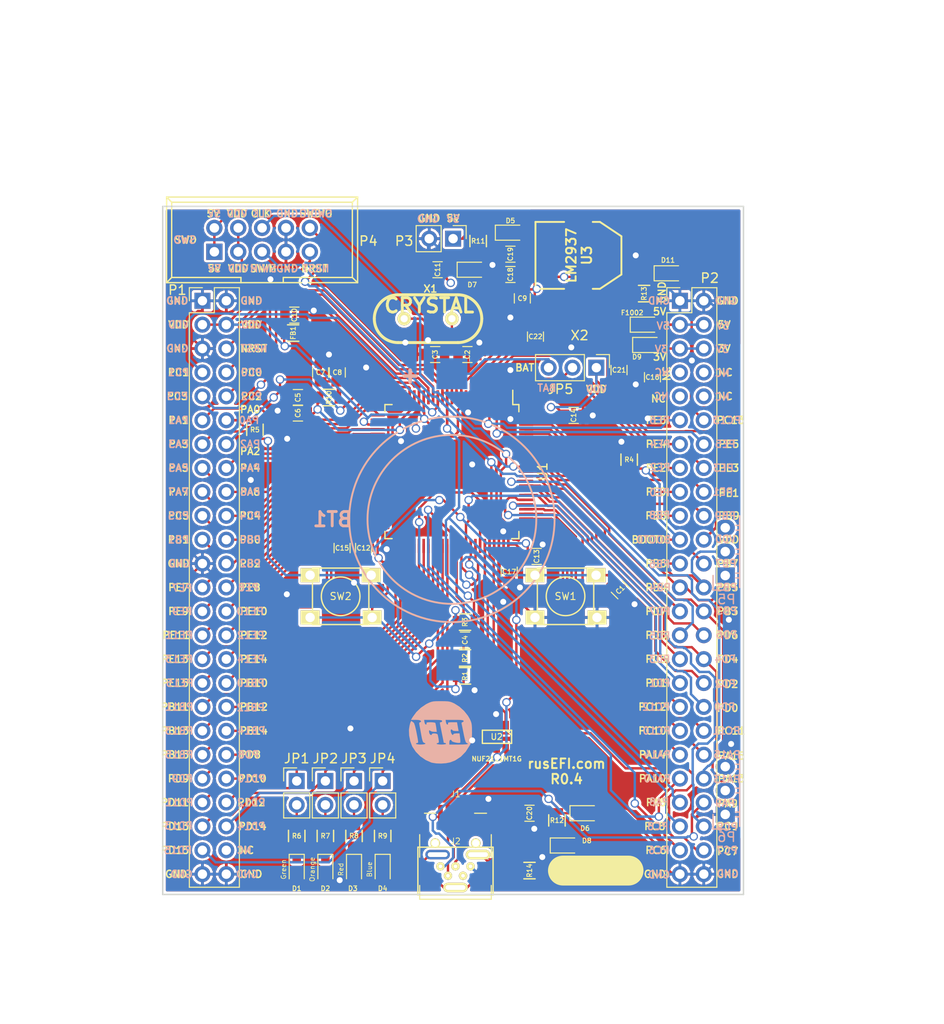
<source format=kicad_pcb>
(kicad_pcb (version 4) (host pcbnew 4.0.5)
  (title_block (date 2017-02-18) (rev R0.4) (company "rusEFI by Art_Electro"))
  (layers (0 F.Cu signal) (31 B.Cu signal) (34 B.Paste user) (35 F.Paste user) (36 B.SilkS user hide) (37 F.SilkS user) (38 B.Mask user) (39 F.Mask user) (44 Edge.Cuts user))
  (net 0 "")
  (net 1 /3V)
  (net 2 /5V)
  (net 3 /BOOT0)
  (net 4 /D+)
  (net 5 /D-)
  (net 6 /NRST)
  (net 7 /PA0)
  (net 8 /PA1)
  (net 9 /PA10)
  (net 10 /PA11)
  (net 11 /PA12)
  (net 12 /PA13)
  (net 13 /PA14)
  (net 14 /PA15)
  (net 15 /PA2)
  (net 16 /PA3)
  (net 17 /PA4)
  (net 18 /PA5)
  (net 19 /PA6)
  (net 20 /PA7)
  (net 21 /PA8)
  (net 22 /PB0)
  (net 23 /PB1)
  (net 24 /PB10)
  (net 25 /PB11)
  (net 26 /PB12)
  (net 27 /PB13)
  (net 28 /PB14)
  (net 29 /PB15)
  (net 30 /PB2)
  (net 31 /PB3)
  (net 32 /PB4)
  (net 33 /PB5)
  (net 34 /PB6)
  (net 35 /PB7)
  (net 36 /PB8)
  (net 37 /PB9)
  (net 38 /PC0)
  (net 39 /PC1)
  (net 40 /PC10)
  (net 41 /PC11)
  (net 42 /PC12)
  (net 43 /PC13)
  (net 44 /PC2)
  (net 45 /PC3)
  (net 46 /PC4)
  (net 47 /PC5)
  (net 48 /PC6)
  (net 49 /PC7)
  (net 50 /PC8)
  (net 51 /PC9)
  (net 52 /PD0)
  (net 53 /PD1)
  (net 54 /PD10)
  (net 55 /PD11)
  (net 56 /PD12)
  (net 57 /PD13)
  (net 58 /PD14)
  (net 59 /PD15)
  (net 60 /PD2)
  (net 61 /PD3)
  (net 62 /PD4)
  (net 63 /PD5)
  (net 64 /PD6)
  (net 65 /PD7)
  (net 66 /PD8)
  (net 67 /PD9)
  (net 68 /PE0)
  (net 69 /PE1)
  (net 70 /PE10)
  (net 71 /PE11)
  (net 72 /PE12)
  (net 73 /PE13)
  (net 74 /PE14)
  (net 75 /PE15)
  (net 76 /PE2)
  (net 77 /PE3)
  (net 78 /PE4)
  (net 79 /PE5)
  (net 80 /PE6)
  (net 81 /PE7)
  (net 82 /PE8)
  (net 83 /PE9)
  (net 84 /VDD)
  (net 85 GND)
  (net 86 "Net-(BT1-Pad1)")
  (net 87 "Net-(C2-Pad1)")
  (net 88 "Net-(C3-Pad1)")
  (net 89 "Net-(C4-Pad2)")
  (net 90 "Net-(C5-Pad2)")
  (net 91 "Net-(C7-Pad2)")
  (net 92 "Net-(C15-Pad1)")
  (net 93 "Net-(C17-Pad1)")
  (net 94 /Shield)
  (net 95 "Net-(C21-Pad2)")
  (net 96 "Net-(C22-Pad2)")
  (net 97 "Net-(D1-Pad1)")
  (net 98 "Net-(D2-Pad1)")
  (net 99 "Net-(D3-Pad1)")
  (net 100 "Net-(D4-Pad1)")
  (net 101 "Net-(D5-Pad1)")
  (net 102 "Net-(D7-Pad1)")
  (net 103 "Net-(D8-Pad1)")
  (net 104 "Net-(D11-Pad1)")
  (net 105 "Net-(JP1-Pad2)")
  (net 106 "Net-(JP2-Pad2)")
  (net 107 "Net-(JP3-Pad2)")
  (net 108 "Net-(JP4-Pad2)")
  (net 109 "Net-(JP5-Pad2)")
  (net 110 "Net-(R1-Pad1)")
  (net 111 /PA9)
  (module Pin_Headers:Pin_Header_Angled_1x03 (layer B.Cu) (at 147.066 148.082)
    (fp_text reference P6 (at 0.127 2.413) (layer B.SilkS) (effects (justify mirror)))
    (fp_text value CONN_01X03 hide)
    (pad 1 thru_hole rect (at 0 0) (size 2.032 1.7272) (drill 1.016) (layers *.Cu *.Mask) (net 85 GND))
    (pad 2 thru_hole oval (at 0 -2.54) (size 2.032 1.7272) (drill 1.016) (layers *.Cu *.Mask) (net 62 /PD4))
    (pad 3 thru_hole oval (at 0 -5.08) (size 2.032 1.7272) (drill 1.016) (layers *.Cu *.Mask) (net 31 /PB3))
  )
  (module Pin_Headers:Pin_Header_Angled_1x03 (layer B.Cu) (at 147.066 122.682)
    (fp_text reference P5 (at 0.127 2.54) (layer B.SilkS) (effects (justify mirror)))
    (fp_text value CONN_01X03 hide)
    (pad 1 thru_hole rect (at 0 0) (size 2.032 1.7272) (drill 1.016) (layers *.Cu *.Mask) (net 32 /PB4))
    (pad 2 thru_hole oval (at 0 -2.54) (size 2.032 1.7272) (drill 1.016) (layers *.Cu *.Mask) (net 33 /PB5))
    (pad 3 thru_hole oval (at 0 -5.08) (size 2.032 1.7272) (drill 1.016) (layers *.Cu *.Mask) (net 84 /VDD))
  )
  (module BATT_CR2032_MPD (layer B.Cu) (at 117.983 116.713 90)
    (fp_text reference BT1 (at 0 -12.7 360) (layer B.SilkS) (effects (font (thickness 0.3048)) (justify mirror)))
    (fp_text value BATTERY_CR2032 hide)
    (pad 1 smd rect (at 15.485 0 90) (size 3.29 3.29) (layers B.Cu B.Paste B.Mask) (net 86 "Net-(BT1-Pad1)"))
    (pad 2 smd rect (at -15.485 0 90) (size 3.29 3.29) (layers B.Cu B.Paste B.Mask) (net 85 GND))
  )
  (module SOT223 (layer F.Cu) (at 131.445 88.646 270)
    (fp_text reference U3 (at 0 -0.889 450) (layer F.SilkS) (effects (font (size 1.016 1.016) (thickness 0.2032))))
    (fp_text value LM2937 (at 0 0.762 270) (layer F.SilkS) (effects (font (size 1.016 1.016) (thickness 0.2032))))
    (pad 4 smd rect (at 0 -3.302 270) (size 3.6576 2.032) (layers F.Cu F.Paste F.Mask) (net 85 GND))
    (pad 2 smd rect (at 0 3.302 270) (size 1.016 2.032) (layers F.Cu F.Paste F.Mask) (net 85 GND))
    (pad 3 smd rect (at 2.286 3.302 270) (size 1.016 2.032) (layers F.Cu F.Paste F.Mask) (net 84 /VDD))
    (pad 1 smd rect (at -2.286 3.302 270) (size 1.016 2.032) (layers F.Cu F.Paste F.Mask) (net 2 /5V))
  )
  (module HC-49V (layer F.Cu) (at 115.443 95.377)
    (fp_text reference X1 (at 0.254 -3.175) (layer F.SilkS) (effects (font (size 0.762 0.762) (thickness 0.1524))))
    (fp_text value CRYSTAL (at 0.127 -1.397) (layer F.SilkS) (effects (font (thickness 0.3048))))
    (pad 1 thru_hole circle (at -2.54 0) (size 1.4224 1.4224) (drill 0.762) (layers *.Cu *.Mask F.SilkS) (net 88 "Net-(C3-Pad1)"))
    (pad 2 thru_hole circle (at 2.54 0) (size 1.4224 1.4224) (drill 0.762) (layers *.Cu *.Mask F.SilkS) (net 87 "Net-(C2-Pad1)"))
  )
  (module MC-306 (layer F.Cu) (at 131.572 95.377)
    (fp_text reference X2 (at 0 1.778) (layer F.SilkS))
    (fp_text value "CRYSTAL(MC306)" hide)
    (pad 1 smd rect (at -2.75 1.6) (size 1.3 1.9) (layers F.Cu F.Paste F.Mask) (net 95 "Net-(C21-Pad2)"))
    (pad 2 smd rect (at 2.75 1.6) (size 1.3 1.9) (layers F.Cu F.Paste F.Mask))
    (pad 3 smd rect (at 2.75 -1.6) (size 1.3 1.9) (layers F.Cu F.Paste F.Mask))
    (pad 4 smd rect (at -2.75 -1.6) (size 1.3 1.9) (layers F.Cu F.Paste F.Mask) (net 96 "Net-(C22-Pad2)"))
  )
  (module MINI-USB-5P-3400020P1 (layer F.Cu) (at 118.364 152.527)
    (fp_text reference J1 (at 0 -6.604) (layer F.SilkS) (effects (font (size 0.635 0.635) (thickness 0.0889))))
    (fp_text value MINI-USB-5P-3400020P1 hide)
    (pad 1 smd rect (at -1.6 -4.191) (size 0.508 2.54) (layers F.Cu F.Paste F.Mask) (net 111 /PA9))
    (pad 2 smd rect (at -0.8 -4.191) (size 0.508 2.54) (layers F.Cu F.Paste F.Mask) (net 5 /D-))
    (pad 3 smd rect (at 0 -4.191) (size 0.508 2.54) (layers F.Cu F.Paste F.Mask) (net 4 /D+))
    (pad 4 smd rect (at 0.8 -4.191) (size 0.508 2.54) (layers F.Cu F.Paste F.Mask))
    (pad 5 smd rect (at 1.6 -4.191) (size 0.508 2.54) (layers F.Cu F.Paste F.Mask) (net 85 GND))
    (pad 6 smd rect (at -4.5 1.603 90) (size 2.794 2) (layers F.Cu F.Paste F.Mask) (net 94 /Shield))
    (pad 6 smd rect (at 4.5 1.603 90) (size 2.794 2) (layers F.Cu F.Paste F.Mask) (net 94 /Shield))
    (pad 6 smd rect (at -4.5 -3.897 90) (size 2.794 2) (layers F.Cu F.Paste F.Mask) (net 94 /Shield))
    (pad 6 smd rect (at 4.5 -3.897 90) (size 2.794 2) (layers F.Cu F.Paste F.Mask) (net 94 /Shield))
    (pad "" thru_hole circle (at -2.159 -1.397 90) (size 1.016 1.016) (drill 0.762) (layers *.Cu *.Mask F.SilkS))
    (pad "" thru_hole circle (at 2.159 -1.397 90) (size 1.016 1.016) (drill 0.762) (layers *.Cu *.Mask F.SilkS))
  )
  (module SOT-457 (layer F.Cu) (at 122.746 139.827 180)
    (fp_text reference U2 (at 0 0 180) (layer F.SilkS) (effects (font (size 0.635 0.635) (thickness 0.10922))))
    (fp_text value NUF2101MT1G (at 0 -2.3495 180) (layer F.SilkS) (effects (font (size 0.50038 0.50038) (thickness 0.10922))))
    (pad 1 smd rect (at -0.95 1.2 180) (size 0.7 1) (layers F.Cu F.Paste F.Mask) (net 11 /PA12))
    (pad 2 smd rect (at 0 1.2 180) (size 0.7 1) (layers F.Cu F.Paste F.Mask) (net 85 GND))
    (pad 3 smd rect (at 0.95 1.2 180) (size 0.7 1) (layers F.Cu F.Paste F.Mask) (net 10 /PA11))
    (pad 4 smd rect (at 0.95 -1.2 180) (size 0.7 1) (layers F.Cu F.Paste F.Mask) (net 5 /D-))
    (pad 5 smd rect (at 0 -1.2 180) (size 0.7 1) (layers F.Cu F.Paste F.Mask) (net 111 /PA9))
    (pad 6 smd rect (at -0.95 -1.2 180) (size 0.7 1) (layers F.Cu F.Paste F.Mask) (net 4 /D+))
  )
  (module TL-1105 (layer F.Cu) (at 130.073 124.892)
    (fp_text reference SW1 (at 0 0) (layer F.SilkS) (effects (font (size 0.762 0.762) (thickness 0.10922))))
    (fp_text value SW_PUSH hide)
    (pad 1 thru_hole rect (at -3.25 -2.25) (size 2 1.5) (drill 1) (layers *.Cu *.Mask F.SilkS) (net 6 /NRST))
    (pad 1 thru_hole rect (at 3.25 -2.25) (size 2 1.5) (drill 1) (layers *.Cu *.Mask F.SilkS) (net 6 /NRST))
    (pad 2 thru_hole rect (at 3.35 2.25) (size 2 1.5) (drill 1) (layers *.Cu *.Mask F.SilkS) (net 85 GND))
    (pad 2 thru_hole rect (at -3.25 2.25) (size 2 1.5) (drill 1) (layers *.Cu *.Mask F.SilkS) (net 85 GND))
  )
  (module TL-1105 (layer F.Cu) (at 106.147 124.892)
    (fp_text reference SW2 (at 0 0) (layer F.SilkS) (effects (font (size 0.762 0.762) (thickness 0.10922))))
    (fp_text value SW_PUSH hide)
    (pad 1 thru_hole rect (at -3.25 -2.25) (size 2 1.5) (drill 1) (layers *.Cu *.Mask F.SilkS) (net 110 "Net-(R1-Pad1)"))
    (pad 1 thru_hole rect (at 3.25 -2.25) (size 2 1.5) (drill 1) (layers *.Cu *.Mask F.SilkS) (net 110 "Net-(R1-Pad1)"))
    (pad 2 thru_hole rect (at 3.35 2.25) (size 2 1.5) (drill 1) (layers *.Cu *.Mask F.SilkS) (net 84 /VDD))
    (pad 2 thru_hole rect (at -3.25 2.25) (size 2 1.5) (drill 1) (layers *.Cu *.Mask F.SilkS) (net 84 /VDD))
  )
  (module LOGO_F (layer B.Cu) (at 116.7765 139.3825)
    (fp_text reference G1 hide)
    (fp_text value LOGO hide)
  )
  (module MINI-USB_RCTP_V-T_B (layer F.Cu) (at 118.364 154.102)
    (fp_text reference J2 (at 0 -3.175) (layer F.SilkS) (effects (font (size 0.635 0.635) (thickness 0.0889))))
    (fp_text value MINI-USB-5P-3400020P1V hide)
    (pad 1 thru_hole circle (at -1.6 -0.5) (size 0.889 0.889) (drill 0.381) (layers *.Cu *.Mask F.SilkS) (net 111 /PA9))
    (pad 2 thru_hole circle (at -0.8 0.5) (size 0.889 0.889) (drill 0.381) (layers *.Cu *.Mask F.SilkS) (net 5 /D-))
    (pad 3 thru_hole circle (at 0 -0.5) (size 0.889 0.889) (drill 0.381) (layers *.Cu *.Mask F.SilkS) (net 4 /D+))
    (pad 4 thru_hole circle (at 0.8 0.5) (size 0.889 0.889) (drill 0.381) (layers *.Cu *.Mask F.SilkS))
    (pad 5 thru_hole circle (at 1.6 -0.5) (size 0.889 0.889) (drill 0.381) (layers *.Cu *.Mask F.SilkS) (net 85 GND))
    (pad 6 thru_hole oval (at 0 1.75 90) (size 1.016 2.6162) (drill oval 0.508 2.1082) (layers *.Cu *.Mask F.SilkS) (net 94 /Shield))
    (pad 6 thru_hole oval (at -1.9 -1.75 90) (size 1.016 2.6162) (drill oval 0.508 2.1082) (layers *.Cu *.Mask) (net 94 /Shield))
    (pad 6 thru_hole oval (at 2.4 -1.75 90) (size 1.016 2.6162) (drill oval 0.508 2.1082) (layers *.Cu *.Mask F.SilkS) (net 94 /Shield))
  )
  (module Connect:IDC_Header_Straight_10pins (layer F.Cu) (at 92.71 88.265)
    (fp_text reference P4 (at 16.383 -1.143) (layer F.SilkS))
    (fp_text value CONN_02X05 hide)
    (pad 1 thru_hole rect (at 0 0) (size 1.7272 1.7272) (drill 1.016) (layers *.Cu *.Mask) (net 2 /5V))
    (pad 2 thru_hole oval (at 0 -2.54) (size 1.7272 1.7272) (drill 1.016) (layers *.Cu *.Mask) (net 2 /5V))
    (pad 3 thru_hole oval (at 2.54 0) (size 1.7272 1.7272) (drill 1.016) (layers *.Cu *.Mask) (net 84 /VDD))
    (pad 4 thru_hole oval (at 2.54 -2.54) (size 1.7272 1.7272) (drill 1.016) (layers *.Cu *.Mask) (net 84 /VDD))
    (pad 5 thru_hole oval (at 5.08 0) (size 1.7272 1.7272) (drill 1.016) (layers *.Cu *.Mask) (net 31 /PB3))
    (pad 6 thru_hole oval (at 5.08 -2.54) (size 1.7272 1.7272) (drill 1.016) (layers *.Cu *.Mask) (net 13 /PA14))
    (pad 7 thru_hole oval (at 7.62 0) (size 1.7272 1.7272) (drill 1.016) (layers *.Cu *.Mask) (net 85 GND))
    (pad 8 thru_hole oval (at 7.62 -2.54) (size 1.7272 1.7272) (drill 1.016) (layers *.Cu *.Mask) (net 85 GND))
    (pad 9 thru_hole oval (at 10.16 0) (size 1.7272 1.7272) (drill 1.016) (layers *.Cu *.Mask) (net 6 /NRST))
    (pad 10 thru_hole oval (at 10.16 -2.54) (size 1.7272 1.7272) (drill 1.016) (layers *.Cu *.Mask) (net 12 /PA13))
  )
  (module Pin_Headers:Pin_Header_Straight_1x02_Pitch2.54mm (layer F.Cu) (at 101.473 144.526)
    (fp_text reference JP1 (at 0 -2.39) (layer F.SilkS))
    (fp_text value JUMPER hide)
    (pad 1 thru_hole rect (at 0 0) (size 1.7 1.7) (drill 1) (layers *.Cu *.Mask) (net 56 /PD12))
    (pad 2 thru_hole oval (at 0 2.54) (size 1.7 1.7) (drill 1) (layers *.Cu *.Mask) (net 105 "Net-(JP1-Pad2)"))
  )
  (module Pin_Headers:Pin_Header_Straight_1x02_Pitch2.54mm (layer F.Cu) (at 104.521 144.526)
    (fp_text reference JP2 (at 0 -2.39) (layer F.SilkS))
    (fp_text value JUMPER hide)
    (pad 1 thru_hole rect (at 0 0) (size 1.7 1.7) (drill 1) (layers *.Cu *.Mask) (net 57 /PD13))
    (pad 2 thru_hole oval (at 0 2.54) (size 1.7 1.7) (drill 1) (layers *.Cu *.Mask) (net 106 "Net-(JP2-Pad2)"))
  )
  (module Pin_Headers:Pin_Header_Straight_1x02_Pitch2.54mm (layer F.Cu) (at 107.569 144.526)
    (fp_text reference JP3 (at 0 -2.39) (layer F.SilkS))
    (fp_text value JUMPER hide)
    (pad 1 thru_hole rect (at 0 0) (size 1.7 1.7) (drill 1) (layers *.Cu *.Mask) (net 58 /PD14))
    (pad 2 thru_hole oval (at 0 2.54) (size 1.7 1.7) (drill 1) (layers *.Cu *.Mask) (net 107 "Net-(JP3-Pad2)"))
  )
  (module Pin_Headers:Pin_Header_Straight_1x02_Pitch2.54mm (layer F.Cu) (at 110.617 144.526)
    (fp_text reference JP4 (at 0 -2.39) (layer F.SilkS))
    (fp_text value JUMPER hide)
    (pad 1 thru_hole rect (at 0 0) (size 1.7 1.7) (drill 1) (layers *.Cu *.Mask) (net 59 /PD15))
    (pad 2 thru_hole oval (at 0 2.54) (size 1.7 1.7) (drill 1) (layers *.Cu *.Mask) (net 108 "Net-(JP4-Pad2)"))
  )
  (module Pin_Headers:Pin_Header_Straight_1x03_Pitch2.54mm (layer F.Cu) (at 133.35 100.584 270)
    (fp_text reference JP5 (at 2.286 3.81 360) (layer F.SilkS))
    (fp_text value JUMPER3 hide)
    (pad 1 thru_hole rect (at 0 0 270) (size 1.7 1.7) (drill 1) (layers *.Cu *.Mask) (net 84 /VDD))
    (pad 2 thru_hole oval (at 0 2.54 270) (size 1.7 1.7) (drill 1) (layers *.Cu *.Mask) (net 109 "Net-(JP5-Pad2)"))
    (pad 3 thru_hole oval (at 0 5.08 270) (size 1.7 1.7) (drill 1) (layers *.Cu *.Mask) (net 86 "Net-(BT1-Pad1)"))
  )
  (module Pin_Headers:Pin_Header_Straight_2x25_Pitch2.54mm (layer F.Cu) (at 91.44 93.472)
    (fp_text reference P1 (at -2.667 -1.143) (layer F.SilkS))
    (fp_text value CONN_25X2 hide)
    (pad 1 thru_hole rect (at 0 0) (size 1.7 1.7) (drill 1) (layers *.Cu *.Mask) (net 85 GND))
    (pad 2 thru_hole oval (at 2.54 0) (size 1.7 1.7) (drill 1) (layers *.Cu *.Mask) (net 85 GND))
    (pad 3 thru_hole oval (at 0 2.54) (size 1.7 1.7) (drill 1) (layers *.Cu *.Mask) (net 84 /VDD))
    (pad 4 thru_hole oval (at 2.54 2.54) (size 1.7 1.7) (drill 1) (layers *.Cu *.Mask) (net 84 /VDD))
    (pad 5 thru_hole oval (at 0 5.08) (size 1.7 1.7) (drill 1) (layers *.Cu *.Mask) (net 85 GND))
    (pad 6 thru_hole oval (at 2.54 5.08) (size 1.7 1.7) (drill 1) (layers *.Cu *.Mask) (net 6 /NRST))
    (pad 7 thru_hole oval (at 0 7.62) (size 1.7 1.7) (drill 1) (layers *.Cu *.Mask) (net 39 /PC1))
    (pad 8 thru_hole oval (at 2.54 7.62) (size 1.7 1.7) (drill 1) (layers *.Cu *.Mask) (net 38 /PC0))
    (pad 9 thru_hole oval (at 0 10.16) (size 1.7 1.7) (drill 1) (layers *.Cu *.Mask) (net 45 /PC3))
    (pad 10 thru_hole oval (at 2.54 10.16) (size 1.7 1.7) (drill 1) (layers *.Cu *.Mask) (net 44 /PC2))
    (pad 11 thru_hole oval (at 0 12.7) (size 1.7 1.7) (drill 1) (layers *.Cu *.Mask) (net 8 /PA1))
    (pad 12 thru_hole oval (at 2.54 12.7) (size 1.7 1.7) (drill 1) (layers *.Cu *.Mask) (net 7 /PA0))
    (pad 13 thru_hole oval (at 0 15.24) (size 1.7 1.7) (drill 1) (layers *.Cu *.Mask) (net 16 /PA3))
    (pad 14 thru_hole oval (at 2.54 15.24) (size 1.7 1.7) (drill 1) (layers *.Cu *.Mask) (net 15 /PA2))
    (pad 15 thru_hole oval (at 0 17.78) (size 1.7 1.7) (drill 1) (layers *.Cu *.Mask) (net 18 /PA5))
    (pad 16 thru_hole oval (at 2.54 17.78) (size 1.7 1.7) (drill 1) (layers *.Cu *.Mask) (net 17 /PA4))
    (pad 17 thru_hole oval (at 0 20.32) (size 1.7 1.7) (drill 1) (layers *.Cu *.Mask) (net 20 /PA7))
    (pad 18 thru_hole oval (at 2.54 20.32) (size 1.7 1.7) (drill 1) (layers *.Cu *.Mask) (net 19 /PA6))
    (pad 19 thru_hole oval (at 0 22.86) (size 1.7 1.7) (drill 1) (layers *.Cu *.Mask) (net 47 /PC5))
    (pad 20 thru_hole oval (at 2.54 22.86) (size 1.7 1.7) (drill 1) (layers *.Cu *.Mask) (net 46 /PC4))
    (pad 21 thru_hole oval (at 0 25.4) (size 1.7 1.7) (drill 1) (layers *.Cu *.Mask) (net 23 /PB1))
    (pad 22 thru_hole oval (at 2.54 25.4) (size 1.7 1.7) (drill 1) (layers *.Cu *.Mask) (net 22 /PB0))
    (pad 23 thru_hole oval (at 0 27.94) (size 1.7 1.7) (drill 1) (layers *.Cu *.Mask) (net 85 GND))
    (pad 24 thru_hole oval (at 2.54 27.94) (size 1.7 1.7) (drill 1) (layers *.Cu *.Mask) (net 30 /PB2))
    (pad 25 thru_hole oval (at 0 30.48) (size 1.7 1.7) (drill 1) (layers *.Cu *.Mask) (net 81 /PE7))
    (pad 26 thru_hole oval (at 2.54 30.48) (size 1.7 1.7) (drill 1) (layers *.Cu *.Mask) (net 82 /PE8))
    (pad 27 thru_hole oval (at 0 33.02) (size 1.7 1.7) (drill 1) (layers *.Cu *.Mask) (net 83 /PE9))
    (pad 28 thru_hole oval (at 2.54 33.02) (size 1.7 1.7) (drill 1) (layers *.Cu *.Mask) (net 70 /PE10))
    (pad 29 thru_hole oval (at 0 35.56) (size 1.7 1.7) (drill 1) (layers *.Cu *.Mask) (net 71 /PE11))
    (pad 30 thru_hole oval (at 2.54 35.56) (size 1.7 1.7) (drill 1) (layers *.Cu *.Mask) (net 72 /PE12))
    (pad 31 thru_hole oval (at 0 38.1) (size 1.7 1.7) (drill 1) (layers *.Cu *.Mask) (net 73 /PE13))
    (pad 32 thru_hole oval (at 2.54 38.1) (size 1.7 1.7) (drill 1) (layers *.Cu *.Mask) (net 74 /PE14))
    (pad 33 thru_hole oval (at 0 40.64) (size 1.7 1.7) (drill 1) (layers *.Cu *.Mask) (net 75 /PE15))
    (pad 34 thru_hole oval (at 2.54 40.64) (size 1.7 1.7) (drill 1) (layers *.Cu *.Mask) (net 24 /PB10))
    (pad 35 thru_hole oval (at 0 43.18) (size 1.7 1.7) (drill 1) (layers *.Cu *.Mask) (net 25 /PB11))
    (pad 36 thru_hole oval (at 2.54 43.18) (size 1.7 1.7) (drill 1) (layers *.Cu *.Mask) (net 26 /PB12))
    (pad 37 thru_hole oval (at 0 45.72) (size 1.7 1.7) (drill 1) (layers *.Cu *.Mask) (net 27 /PB13))
    (pad 38 thru_hole oval (at 2.54 45.72) (size 1.7 1.7) (drill 1) (layers *.Cu *.Mask) (net 28 /PB14))
    (pad 39 thru_hole oval (at 0 48.26) (size 1.7 1.7) (drill 1) (layers *.Cu *.Mask) (net 29 /PB15))
    (pad 40 thru_hole oval (at 2.54 48.26) (size 1.7 1.7) (drill 1) (layers *.Cu *.Mask) (net 66 /PD8))
    (pad 41 thru_hole oval (at 0 50.8) (size 1.7 1.7) (drill 1) (layers *.Cu *.Mask) (net 67 /PD9))
    (pad 42 thru_hole oval (at 2.54 50.8) (size 1.7 1.7) (drill 1) (layers *.Cu *.Mask) (net 54 /PD10))
    (pad 43 thru_hole oval (at 0 53.34) (size 1.7 1.7) (drill 1) (layers *.Cu *.Mask) (net 55 /PD11))
    (pad 44 thru_hole oval (at 2.54 53.34) (size 1.7 1.7) (drill 1) (layers *.Cu *.Mask) (net 56 /PD12))
    (pad 45 thru_hole oval (at 0 55.88) (size 1.7 1.7) (drill 1) (layers *.Cu *.Mask) (net 57 /PD13))
    (pad 46 thru_hole oval (at 2.54 55.88) (size 1.7 1.7) (drill 1) (layers *.Cu *.Mask) (net 58 /PD14))
    (pad 47 thru_hole oval (at 0 58.42) (size 1.7 1.7) (drill 1) (layers *.Cu *.Mask) (net 59 /PD15))
    (pad 48 thru_hole oval (at 2.54 58.42) (size 1.7 1.7) (drill 1) (layers *.Cu *.Mask))
    (pad 49 thru_hole oval (at 0 60.96) (size 1.7 1.7) (drill 1) (layers *.Cu *.Mask) (net 85 GND))
    (pad 50 thru_hole oval (at 2.54 60.96) (size 1.7 1.7) (drill 1) (layers *.Cu *.Mask) (net 85 GND))
  )
  (module Pin_Headers:Pin_Header_Straight_2x25_Pitch2.54mm (layer F.Cu) (at 142.24 93.472)
    (fp_text reference P2 (at 3.175 -2.413) (layer F.SilkS))
    (fp_text value CONN_25X2 hide)
    (pad 1 thru_hole rect (at 0 0) (size 1.7 1.7) (drill 1) (layers *.Cu *.Mask) (net 85 GND))
    (pad 2 thru_hole oval (at 2.54 0) (size 1.7 1.7) (drill 1) (layers *.Cu *.Mask) (net 85 GND))
    (pad 3 thru_hole oval (at 0 2.54) (size 1.7 1.7) (drill 1) (layers *.Cu *.Mask) (net 2 /5V))
    (pad 4 thru_hole oval (at 2.54 2.54) (size 1.7 1.7) (drill 1) (layers *.Cu *.Mask) (net 2 /5V))
    (pad 5 thru_hole oval (at 0 5.08) (size 1.7 1.7) (drill 1) (layers *.Cu *.Mask) (net 1 /3V))
    (pad 6 thru_hole oval (at 2.54 5.08) (size 1.7 1.7) (drill 1) (layers *.Cu *.Mask) (net 1 /3V))
    (pad 7 thru_hole oval (at 0 7.62) (size 1.7 1.7) (drill 1) (layers *.Cu *.Mask))
    (pad 8 thru_hole oval (at 2.54 7.62) (size 1.7 1.7) (drill 1) (layers *.Cu *.Mask))
    (pad 9 thru_hole oval (at 0 10.16) (size 1.7 1.7) (drill 1) (layers *.Cu *.Mask))
    (pad 10 thru_hole oval (at 2.54 10.16) (size 1.7 1.7) (drill 1) (layers *.Cu *.Mask))
    (pad 11 thru_hole oval (at 0 12.7) (size 1.7 1.7) (drill 1) (layers *.Cu *.Mask) (net 80 /PE6))
    (pad 12 thru_hole oval (at 2.54 12.7) (size 1.7 1.7) (drill 1) (layers *.Cu *.Mask) (net 43 /PC13))
    (pad 13 thru_hole oval (at 0 15.24) (size 1.7 1.7) (drill 1) (layers *.Cu *.Mask) (net 78 /PE4))
    (pad 14 thru_hole oval (at 2.54 15.24) (size 1.7 1.7) (drill 1) (layers *.Cu *.Mask) (net 79 /PE5))
    (pad 15 thru_hole oval (at 0 17.78) (size 1.7 1.7) (drill 1) (layers *.Cu *.Mask) (net 76 /PE2))
    (pad 16 thru_hole oval (at 2.54 17.78) (size 1.7 1.7) (drill 1) (layers *.Cu *.Mask) (net 77 /PE3))
    (pad 17 thru_hole oval (at 0 20.32) (size 1.7 1.7) (drill 1) (layers *.Cu *.Mask) (net 68 /PE0))
    (pad 18 thru_hole oval (at 2.54 20.32) (size 1.7 1.7) (drill 1) (layers *.Cu *.Mask) (net 69 /PE1))
    (pad 19 thru_hole oval (at 0 22.86) (size 1.7 1.7) (drill 1) (layers *.Cu *.Mask) (net 36 /PB8))
    (pad 20 thru_hole oval (at 2.54 22.86) (size 1.7 1.7) (drill 1) (layers *.Cu *.Mask) (net 37 /PB9))
    (pad 21 thru_hole oval (at 0 25.4) (size 1.7 1.7) (drill 1) (layers *.Cu *.Mask) (net 3 /BOOT0))
    (pad 22 thru_hole oval (at 2.54 25.4) (size 1.7 1.7) (drill 1) (layers *.Cu *.Mask) (net 84 /VDD))
    (pad 23 thru_hole oval (at 0 27.94) (size 1.7 1.7) (drill 1) (layers *.Cu *.Mask) (net 34 /PB6))
    (pad 24 thru_hole oval (at 2.54 27.94) (size 1.7 1.7) (drill 1) (layers *.Cu *.Mask) (net 35 /PB7))
    (pad 25 thru_hole oval (at 0 30.48) (size 1.7 1.7) (drill 1) (layers *.Cu *.Mask) (net 32 /PB4))
    (pad 26 thru_hole oval (at 2.54 30.48) (size 1.7 1.7) (drill 1) (layers *.Cu *.Mask) (net 33 /PB5))
    (pad 27 thru_hole oval (at 0 33.02) (size 1.7 1.7) (drill 1) (layers *.Cu *.Mask) (net 65 /PD7))
    (pad 28 thru_hole oval (at 2.54 33.02) (size 1.7 1.7) (drill 1) (layers *.Cu *.Mask) (net 31 /PB3))
    (pad 29 thru_hole oval (at 0 35.56) (size 1.7 1.7) (drill 1) (layers *.Cu *.Mask) (net 63 /PD5))
    (pad 30 thru_hole oval (at 2.54 35.56) (size 1.7 1.7) (drill 1) (layers *.Cu *.Mask) (net 64 /PD6))
    (pad 31 thru_hole oval (at 0 38.1) (size 1.7 1.7) (drill 1) (layers *.Cu *.Mask) (net 61 /PD3))
    (pad 32 thru_hole oval (at 2.54 38.1) (size 1.7 1.7) (drill 1) (layers *.Cu *.Mask) (net 62 /PD4))
    (pad 33 thru_hole oval (at 0 40.64) (size 1.7 1.7) (drill 1) (layers *.Cu *.Mask) (net 53 /PD1))
    (pad 34 thru_hole oval (at 2.54 40.64) (size 1.7 1.7) (drill 1) (layers *.Cu *.Mask) (net 60 /PD2))
    (pad 35 thru_hole oval (at 0 43.18) (size 1.7 1.7) (drill 1) (layers *.Cu *.Mask) (net 42 /PC12))
    (pad 36 thru_hole oval (at 2.54 43.18) (size 1.7 1.7) (drill 1) (layers *.Cu *.Mask) (net 52 /PD0))
    (pad 37 thru_hole oval (at 0 45.72) (size 1.7 1.7) (drill 1) (layers *.Cu *.Mask) (net 40 /PC10))
    (pad 38 thru_hole oval (at 2.54 45.72) (size 1.7 1.7) (drill 1) (layers *.Cu *.Mask) (net 41 /PC11))
    (pad 39 thru_hole oval (at 0 48.26) (size 1.7 1.7) (drill 1) (layers *.Cu *.Mask) (net 13 /PA14))
    (pad 40 thru_hole oval (at 2.54 48.26) (size 1.7 1.7) (drill 1) (layers *.Cu *.Mask) (net 14 /PA15))
    (pad 41 thru_hole oval (at 0 50.8) (size 1.7 1.7) (drill 1) (layers *.Cu *.Mask) (net 9 /PA10))
    (pad 42 thru_hole oval (at 2.54 50.8) (size 1.7 1.7) (drill 1) (layers *.Cu *.Mask) (net 12 /PA13))
    (pad 43 thru_hole oval (at 0 53.34) (size 1.7 1.7) (drill 1) (layers *.Cu *.Mask) (net 21 /PA8))
    (pad 44 thru_hole oval (at 2.54 53.34) (size 1.7 1.7) (drill 1) (layers *.Cu *.Mask) (net 111 /PA9))
    (pad 45 thru_hole oval (at 0 55.88) (size 1.7 1.7) (drill 1) (layers *.Cu *.Mask) (net 50 /PC8))
    (pad 46 thru_hole oval (at 2.54 55.88) (size 1.7 1.7) (drill 1) (layers *.Cu *.Mask) (net 51 /PC9))
    (pad 47 thru_hole oval (at 0 58.42) (size 1.7 1.7) (drill 1) (layers *.Cu *.Mask) (net 48 /PC6))
    (pad 48 thru_hole oval (at 2.54 58.42) (size 1.7 1.7) (drill 1) (layers *.Cu *.Mask) (net 49 /PC7))
    (pad 49 thru_hole oval (at 0 60.96) (size 1.7 1.7) (drill 1) (layers *.Cu *.Mask) (net 85 GND))
    (pad 50 thru_hole oval (at 2.54 60.96) (size 1.7 1.7) (drill 1) (layers *.Cu *.Mask) (net 85 GND))
  )
  (module Pin_Headers:Pin_Header_Straight_1x02_Pitch2.54mm (layer F.Cu) (at 118.11 86.868 270)
    (fp_text reference P3 (at 0.254 5.207 360) (layer F.SilkS))
    (fp_text value CONN_2 hide)
    (pad 1 thru_hole rect (at 0 0 270) (size 1.7 1.7) (drill 1) (layers *.Cu *.Mask) (net 101 "Net-(D5-Pad1)"))
    (pad 2 thru_hole oval (at 0 2.54 270) (size 1.7 1.7) (drill 1) (layers *.Cu *.Mask) (net 85 GND))
  )
  (module Housings_QFP:LQFP-100_14x14mm_Pitch0.5mm (layer F.Cu) (at 117.983 111.633 270)
    (fp_text reference U1 (at 0 -9.65 270) (layer F.SilkS))
    (fp_text value STM32F407VG hide)
    (pad 1 smd rect (at -7.9 -6 270) (size 1.5 0.28) (layers F.Cu F.Paste F.Mask) (net 76 /PE2))
    (pad 2 smd rect (at -7.9 -5.5 270) (size 1.5 0.28) (layers F.Cu F.Paste F.Mask) (net 77 /PE3))
    (pad 3 smd rect (at -7.9 -5 270) (size 1.5 0.28) (layers F.Cu F.Paste F.Mask) (net 78 /PE4))
    (pad 4 smd rect (at -7.9 -4.5 270) (size 1.5 0.28) (layers F.Cu F.Paste F.Mask) (net 79 /PE5))
    (pad 5 smd rect (at -7.9 -4 270) (size 1.5 0.28) (layers F.Cu F.Paste F.Mask) (net 80 /PE6))
    (pad 6 smd rect (at -7.9 -3.5 270) (size 1.5 0.28) (layers F.Cu F.Paste F.Mask) (net 109 "Net-(JP5-Pad2)"))
    (pad 7 smd rect (at -7.9 -3 270) (size 1.5 0.28) (layers F.Cu F.Paste F.Mask) (net 43 /PC13))
    (pad 8 smd rect (at -7.9 -2.5 270) (size 1.5 0.28) (layers F.Cu F.Paste F.Mask) (net 95 "Net-(C21-Pad2)"))
    (pad 9 smd rect (at -7.9 -2 270) (size 1.5 0.28) (layers F.Cu F.Paste F.Mask) (net 96 "Net-(C22-Pad2)"))
    (pad 10 smd rect (at -7.9 -1.5 270) (size 1.5 0.28) (layers F.Cu F.Paste F.Mask) (net 85 GND))
    (pad 11 smd rect (at -7.9 -1 270) (size 1.5 0.28) (layers F.Cu F.Paste F.Mask) (net 84 /VDD))
    (pad 12 smd rect (at -7.9 -0.5 270) (size 1.5 0.28) (layers F.Cu F.Paste F.Mask) (net 87 "Net-(C2-Pad1)"))
    (pad 13 smd rect (at -7.9 0 270) (size 1.5 0.28) (layers F.Cu F.Paste F.Mask) (net 88 "Net-(C3-Pad1)"))
    (pad 14 smd rect (at -7.9 0.5 270) (size 1.5 0.28) (layers F.Cu F.Paste F.Mask) (net 6 /NRST))
    (pad 15 smd rect (at -7.9 1 270) (size 1.5 0.28) (layers F.Cu F.Paste F.Mask) (net 38 /PC0))
    (pad 16 smd rect (at -7.9 1.5 270) (size 1.5 0.28) (layers F.Cu F.Paste F.Mask) (net 39 /PC1))
    (pad 17 smd rect (at -7.9 2 270) (size 1.5 0.28) (layers F.Cu F.Paste F.Mask) (net 44 /PC2))
    (pad 18 smd rect (at -7.9 2.5 270) (size 1.5 0.28) (layers F.Cu F.Paste F.Mask) (net 45 /PC3))
    (pad 19 smd rect (at -7.9 3 270) (size 1.5 0.28) (layers F.Cu F.Paste F.Mask) (net 84 /VDD))
    (pad 20 smd rect (at -7.9 3.5 270) (size 1.5 0.28) (layers F.Cu F.Paste F.Mask) (net 85 GND))
    (pad 21 smd rect (at -7.9 4 270) (size 1.5 0.28) (layers F.Cu F.Paste F.Mask) (net 90 "Net-(C5-Pad2)"))
    (pad 22 smd rect (at -7.9 4.5 270) (size 1.5 0.28) (layers F.Cu F.Paste F.Mask) (net 91 "Net-(C7-Pad2)"))
    (pad 23 smd rect (at -7.9 5 270) (size 1.5 0.28) (layers F.Cu F.Paste F.Mask) (net 7 /PA0))
    (pad 24 smd rect (at -7.9 5.5 270) (size 1.5 0.28) (layers F.Cu F.Paste F.Mask) (net 8 /PA1))
    (pad 25 smd rect (at -7.9 6 270) (size 1.5 0.28) (layers F.Cu F.Paste F.Mask) (net 15 /PA2))
    (pad 26 smd rect (at -6 7.9) (size 1.5 0.28) (layers F.Cu F.Paste F.Mask) (net 16 /PA3))
    (pad 27 smd rect (at -5.5 7.9) (size 1.5 0.28) (layers F.Cu F.Paste F.Mask) (net 85 GND))
    (pad 28 smd rect (at -5 7.9) (size 1.5 0.28) (layers F.Cu F.Paste F.Mask) (net 84 /VDD))
    (pad 29 smd rect (at -4.5 7.9) (size 1.5 0.28) (layers F.Cu F.Paste F.Mask) (net 17 /PA4))
    (pad 30 smd rect (at -4 7.9) (size 1.5 0.28) (layers F.Cu F.Paste F.Mask) (net 18 /PA5))
    (pad 31 smd rect (at -3.5 7.9) (size 1.5 0.28) (layers F.Cu F.Paste F.Mask) (net 19 /PA6))
    (pad 32 smd rect (at -3 7.9) (size 1.5 0.28) (layers F.Cu F.Paste F.Mask) (net 20 /PA7))
    (pad 33 smd rect (at -2.5 7.9) (size 1.5 0.28) (layers F.Cu F.Paste F.Mask) (net 46 /PC4))
    (pad 34 smd rect (at -2 7.9) (size 1.5 0.28) (layers F.Cu F.Paste F.Mask) (net 47 /PC5))
    (pad 35 smd rect (at -1.5 7.9) (size 1.5 0.28) (layers F.Cu F.Paste F.Mask) (net 22 /PB0))
    (pad 36 smd rect (at -1 7.9) (size 1.5 0.28) (layers F.Cu F.Paste F.Mask) (net 23 /PB1))
    (pad 37 smd rect (at -0.5 7.9) (size 1.5 0.28) (layers F.Cu F.Paste F.Mask) (net 30 /PB2))
    (pad 38 smd rect (at 0 7.9) (size 1.5 0.28) (layers F.Cu F.Paste F.Mask) (net 81 /PE7))
    (pad 39 smd rect (at 0.5 7.9) (size 1.5 0.28) (layers F.Cu F.Paste F.Mask) (net 82 /PE8))
    (pad 40 smd rect (at 1 7.9) (size 1.5 0.28) (layers F.Cu F.Paste F.Mask) (net 83 /PE9))
    (pad 41 smd rect (at 1.5 7.9) (size 1.5 0.28) (layers F.Cu F.Paste F.Mask) (net 70 /PE10))
    (pad 42 smd rect (at 2 7.9) (size 1.5 0.28) (layers F.Cu F.Paste F.Mask) (net 71 /PE11))
    (pad 43 smd rect (at 2.5 7.9) (size 1.5 0.28) (layers F.Cu F.Paste F.Mask) (net 72 /PE12))
    (pad 44 smd rect (at 3 7.9) (size 1.5 0.28) (layers F.Cu F.Paste F.Mask) (net 73 /PE13))
    (pad 45 smd rect (at 3.5 7.9) (size 1.5 0.28) (layers F.Cu F.Paste F.Mask) (net 74 /PE14))
    (pad 46 smd rect (at 4 7.9) (size 1.5 0.28) (layers F.Cu F.Paste F.Mask) (net 75 /PE15))
    (pad 47 smd rect (at 4.5 7.9) (size 1.5 0.28) (layers F.Cu F.Paste F.Mask) (net 24 /PB10))
    (pad 48 smd rect (at 5 7.9) (size 1.5 0.28) (layers F.Cu F.Paste F.Mask) (net 25 /PB11))
    (pad 49 smd rect (at 5.5 7.9) (size 1.5 0.28) (layers F.Cu F.Paste F.Mask) (net 92 "Net-(C15-Pad1)"))
    (pad 50 smd rect (at 6 7.9) (size 1.5 0.28) (layers F.Cu F.Paste F.Mask) (net 84 /VDD))
    (pad 51 smd rect (at 7.9 6 270) (size 1.5 0.28) (layers F.Cu F.Paste F.Mask) (net 26 /PB12))
    (pad 52 smd rect (at 7.9 5.5 270) (size 1.5 0.28) (layers F.Cu F.Paste F.Mask) (net 27 /PB13))
    (pad 53 smd rect (at 7.9 5 270) (size 1.5 0.28) (layers F.Cu F.Paste F.Mask) (net 28 /PB14))
    (pad 54 smd rect (at 7.9 4.5 270) (size 1.5 0.28) (layers F.Cu F.Paste F.Mask) (net 29 /PB15))
    (pad 55 smd rect (at 7.9 4 270) (size 1.5 0.28) (layers F.Cu F.Paste F.Mask) (net 66 /PD8))
    (pad 56 smd rect (at 7.9 3.5 270) (size 1.5 0.28) (layers F.Cu F.Paste F.Mask) (net 67 /PD9))
    (pad 57 smd rect (at 7.9 3 270) (size 1.5 0.28) (layers F.Cu F.Paste F.Mask) (net 54 /PD10))
    (pad 58 smd rect (at 7.9 2.5 270) (size 1.5 0.28) (layers F.Cu F.Paste F.Mask) (net 55 /PD11))
    (pad 59 smd rect (at 7.9 2 270) (size 1.5 0.28) (layers F.Cu F.Paste F.Mask) (net 56 /PD12))
    (pad 60 smd rect (at 7.9 1.5 270) (size 1.5 0.28) (layers F.Cu F.Paste F.Mask) (net 57 /PD13))
    (pad 61 smd rect (at 7.9 1 270) (size 1.5 0.28) (layers F.Cu F.Paste F.Mask) (net 58 /PD14))
    (pad 62 smd rect (at 7.9 0.5 270) (size 1.5 0.28) (layers F.Cu F.Paste F.Mask) (net 59 /PD15))
    (pad 63 smd rect (at 7.9 0 270) (size 1.5 0.28) (layers F.Cu F.Paste F.Mask) (net 48 /PC6))
    (pad 64 smd rect (at 7.9 -0.5 270) (size 1.5 0.28) (layers F.Cu F.Paste F.Mask) (net 49 /PC7))
    (pad 65 smd rect (at 7.9 -1 270) (size 1.5 0.28) (layers F.Cu F.Paste F.Mask) (net 50 /PC8))
    (pad 66 smd rect (at 7.9 -1.5 270) (size 1.5 0.28) (layers F.Cu F.Paste F.Mask) (net 51 /PC9))
    (pad 67 smd rect (at 7.9 -2 270) (size 1.5 0.28) (layers F.Cu F.Paste F.Mask) (net 21 /PA8))
    (pad 68 smd rect (at 7.9 -2.5 270) (size 1.5 0.28) (layers F.Cu F.Paste F.Mask) (net 111 /PA9))
    (pad 69 smd rect (at 7.9 -3 270) (size 1.5 0.28) (layers F.Cu F.Paste F.Mask) (net 9 /PA10))
    (pad 70 smd rect (at 7.9 -3.5 270) (size 1.5 0.28) (layers F.Cu F.Paste F.Mask) (net 10 /PA11))
    (pad 71 smd rect (at 7.9 -4 270) (size 1.5 0.28) (layers F.Cu F.Paste F.Mask) (net 11 /PA12))
    (pad 72 smd rect (at 7.9 -4.5 270) (size 1.5 0.28) (layers F.Cu F.Paste F.Mask) (net 12 /PA13))
    (pad 73 smd rect (at 7.9 -5 270) (size 1.5 0.28) (layers F.Cu F.Paste F.Mask) (net 93 "Net-(C17-Pad1)"))
    (pad 74 smd rect (at 7.9 -5.5 270) (size 1.5 0.28) (layers F.Cu F.Paste F.Mask) (net 85 GND))
    (pad 75 smd rect (at 7.9 -6 270) (size 1.5 0.28) (layers F.Cu F.Paste F.Mask) (net 84 /VDD))
    (pad 76 smd rect (at 6 -7.9) (size 1.5 0.28) (layers F.Cu F.Paste F.Mask) (net 13 /PA14))
    (pad 77 smd rect (at 5.5 -7.9) (size 1.5 0.28) (layers F.Cu F.Paste F.Mask) (net 14 /PA15))
    (pad 78 smd rect (at 5 -7.9) (size 1.5 0.28) (layers F.Cu F.Paste F.Mask) (net 40 /PC10))
    (pad 79 smd rect (at 4.5 -7.9) (size 1.5 0.28) (layers F.Cu F.Paste F.Mask) (net 41 /PC11))
    (pad 80 smd rect (at 4 -7.9) (size 1.5 0.28) (layers F.Cu F.Paste F.Mask) (net 42 /PC12))
    (pad 81 smd rect (at 3.5 -7.9) (size 1.5 0.28) (layers F.Cu F.Paste F.Mask) (net 52 /PD0))
    (pad 82 smd rect (at 3 -7.9) (size 1.5 0.28) (layers F.Cu F.Paste F.Mask) (net 53 /PD1))
    (pad 83 smd rect (at 2.5 -7.9) (size 1.5 0.28) (layers F.Cu F.Paste F.Mask) (net 60 /PD2))
    (pad 84 smd rect (at 2 -7.9) (size 1.5 0.28) (layers F.Cu F.Paste F.Mask) (net 61 /PD3))
    (pad 85 smd rect (at 1.5 -7.9) (size 1.5 0.28) (layers F.Cu F.Paste F.Mask) (net 62 /PD4))
    (pad 86 smd rect (at 1 -7.9) (size 1.5 0.28) (layers F.Cu F.Paste F.Mask) (net 63 /PD5))
    (pad 87 smd rect (at 0.5 -7.9) (size 1.5 0.28) (layers F.Cu F.Paste F.Mask) (net 64 /PD6))
    (pad 88 smd rect (at 0 -7.9) (size 1.5 0.28) (layers F.Cu F.Paste F.Mask) (net 65 /PD7))
    (pad 89 smd rect (at -0.5 -7.9) (size 1.5 0.28) (layers F.Cu F.Paste F.Mask) (net 31 /PB3))
    (pad 90 smd rect (at -1 -7.9) (size 1.5 0.28) (layers F.Cu F.Paste F.Mask) (net 32 /PB4))
    (pad 91 smd rect (at -1.5 -7.9) (size 1.5 0.28) (layers F.Cu F.Paste F.Mask) (net 33 /PB5))
    (pad 92 smd rect (at -2 -7.9) (size 1.5 0.28) (layers F.Cu F.Paste F.Mask) (net 34 /PB6))
    (pad 93 smd rect (at -2.5 -7.9) (size 1.5 0.28) (layers F.Cu F.Paste F.Mask) (net 35 /PB7))
    (pad 94 smd rect (at -3 -7.9) (size 1.5 0.28) (layers F.Cu F.Paste F.Mask) (net 3 /BOOT0))
    (pad 95 smd rect (at -3.5 -7.9) (size 1.5 0.28) (layers F.Cu F.Paste F.Mask) (net 36 /PB8))
    (pad 96 smd rect (at -4 -7.9) (size 1.5 0.28) (layers F.Cu F.Paste F.Mask) (net 37 /PB9))
    (pad 97 smd rect (at -4.5 -7.9) (size 1.5 0.28) (layers F.Cu F.Paste F.Mask) (net 68 /PE0))
    (pad 98 smd rect (at -5 -7.9) (size 1.5 0.28) (layers F.Cu F.Paste F.Mask) (net 69 /PE1))
    (pad 99 smd rect (at -5.5 -7.9) (size 1.5 0.28) (layers F.Cu F.Paste F.Mask) (net 85 GND))
    (pad 100 smd rect (at -6 -7.9) (size 1.5 0.28) (layers F.Cu F.Paste F.Mask) (net 84 /VDD))
  )
  (module rusEFI:C_0805 (layer F.Cu) (at 104.013 101.092 270)
    (fp_text reference C7 (at 0 0 360) (layer F.SilkS) (effects (font (size 0.508 0.508) (thickness 0.1016))))
    (fp_text value 1uF hide)
    (pad 1 smd rect (at -1 0 270) (size 1 1.25) (layers F.Cu F.Paste F.Mask) (net 85 GND))
    (pad 2 smd rect (at 1 0 270) (size 1 1.25) (layers F.Cu F.Paste F.Mask) (net 91 "Net-(C7-Pad2)"))
  )
  (module rusEFI:C_0805 (layer F.Cu) (at 126.873 97.282 90)
    (fp_text reference C22 (at 0 0 180) (layer F.SilkS) (effects (font (size 0.508 0.508) (thickness 0.1016))))
    (fp_text value 18pF hide)
    (pad 1 smd rect (at -1 0 90) (size 1 1.25) (layers F.Cu F.Paste F.Mask) (net 85 GND))
    (pad 2 smd rect (at 1 0 90) (size 1 1.25) (layers F.Cu F.Paste F.Mask) (net 96 "Net-(C22-Pad2)"))
  )
  (module rusEFI:C_0805 (layer F.Cu) (at 135.763 100.838 90)
    (fp_text reference C21 (at 0 0 180) (layer F.SilkS) (effects (font (size 0.508 0.508) (thickness 0.1016))))
    (fp_text value 18pF hide)
    (pad 1 smd rect (at -1 0 90) (size 1 1.25) (layers F.Cu F.Paste F.Mask) (net 85 GND))
    (pad 2 smd rect (at 1 0 90) (size 1 1.25) (layers F.Cu F.Paste F.Mask) (net 95 "Net-(C21-Pad2)"))
  )
  (module rusEFI:C_0805 (layer F.Cu) (at 126.238 147.955)
    (fp_text reference C20 (at 0 0 90) (layer F.SilkS) (effects (font (size 0.508 0.508) (thickness 0.1016))))
    (fp_text value 0.1uF hide)
    (pad 1 smd rect (at -1 0) (size 1 1.25) (layers F.Cu F.Paste F.Mask) (net 94 /Shield))
    (pad 2 smd rect (at 1 0) (size 1 1.25) (layers F.Cu F.Paste F.Mask) (net 85 GND))
  )
  (module rusEFI:C_0805 (layer F.Cu) (at 124.206 88.519 180)
    (fp_text reference C19 (at 0 0 270) (layer F.SilkS) (effects (font (size 0.508 0.508) (thickness 0.1016))))
    (fp_text value 4.7uF hide)
    (pad 1 smd rect (at -1 0 180) (size 1 1.25) (layers F.Cu F.Paste F.Mask) (net 2 /5V))
    (pad 2 smd rect (at 1 0 180) (size 1 1.25) (layers F.Cu F.Paste F.Mask) (net 85 GND))
  )
  (module rusEFI:C_0805 (layer F.Cu) (at 124.206 90.678)
    (fp_text reference C18 (at 0 0 90) (layer F.SilkS) (effects (font (size 0.508 0.508) (thickness 0.1016))))
    (fp_text value 0.1uF hide)
    (pad 1 smd rect (at -1 0) (size 1 1.25) (layers F.Cu F.Paste F.Mask) (net 85 GND))
    (pad 2 smd rect (at 1 0) (size 1 1.25) (layers F.Cu F.Paste F.Mask) (net 2 /5V))
  )
  (module rusEFI:C_0805 (layer F.Cu) (at 124.079 122.285 270)
    (fp_text reference C17 (at 0 0 360) (layer F.SilkS) (effects (font (size 0.508 0.508) (thickness 0.1016))))
    (fp_text value 2u2F hide)
    (pad 1 smd rect (at -1 0 270) (size 1 1.25) (layers F.Cu F.Paste F.Mask) (net 93 "Net-(C17-Pad1)"))
    (pad 2 smd rect (at 1 0 270) (size 1 1.25) (layers F.Cu F.Paste F.Mask) (net 85 GND))
  )
  (module rusEFI:C_0805 (layer F.Cu) (at 139.319 101.6 90)
    (fp_text reference C16 (at 0 0 180) (layer F.SilkS) (effects (font (size 0.508 0.508) (thickness 0.1016))))
    (fp_text value 1uF hide)
    (pad 1 smd rect (at -1 0 90) (size 1 1.25) (layers F.Cu F.Paste F.Mask) (net 85 GND))
    (pad 2 smd rect (at 1 0 90) (size 1 1.25) (layers F.Cu F.Paste F.Mask) (net 84 /VDD))
  )
  (module rusEFI:C_0805 (layer F.Cu) (at 106.299 119.761 270)
    (fp_text reference C15 (at 0 0 360) (layer F.SilkS) (effects (font (size 0.508 0.508) (thickness 0.1016))))
    (fp_text value 2u2F hide)
    (pad 1 smd rect (at -1 0 270) (size 1 1.25) (layers F.Cu F.Paste F.Mask) (net 92 "Net-(C15-Pad1)"))
    (pad 2 smd rect (at 1 0 270) (size 1 1.25) (layers F.Cu F.Paste F.Mask) (net 85 GND))
  )
  (module rusEFI:C_0805 (layer F.Cu) (at 130.937 105.664 180)
    (fp_text reference C14 (at 0 0 270) (layer F.SilkS) (effects (font (size 0.508 0.508) (thickness 0.1016))))
    (fp_text value 0.1uF hide)
    (pad 1 smd rect (at -1 0 180) (size 1 1.25) (layers F.Cu F.Paste F.Mask) (net 85 GND))
    (pad 2 smd rect (at 1 0 180) (size 1 1.25) (layers F.Cu F.Paste F.Mask) (net 84 /VDD))
  )
  (module rusEFI:C_0805 (layer F.Cu) (at 127 120.65 180)
    (fp_text reference C13 (at 0 0 270) (layer F.SilkS) (effects (font (size 0.508 0.508) (thickness 0.1016))))
    (fp_text value 0.1uF hide)
    (pad 1 smd rect (at -1 0 180) (size 1 1.25) (layers F.Cu F.Paste F.Mask) (net 85 GND))
    (pad 2 smd rect (at 1 0 180) (size 1 1.25) (layers F.Cu F.Paste F.Mask) (net 84 /VDD))
  )
  (module rusEFI:C_0805 (layer F.Cu) (at 108.585 119.761 90)
    (fp_text reference C12 (at 0 0 180) (layer F.SilkS) (effects (font (size 0.508 0.508) (thickness 0.1016))))
    (fp_text value 0.1uF hide)
    (pad 1 smd rect (at -1 0 90) (size 1 1.25) (layers F.Cu F.Paste F.Mask) (net 85 GND))
    (pad 2 smd rect (at 1 0 90) (size 1 1.25) (layers F.Cu F.Paste F.Mask) (net 84 /VDD))
  )
  (module rusEFI:C_0805 (layer F.Cu) (at 116.459 90.17)
    (fp_text reference C11 (at 0 0 90) (layer F.SilkS) (effects (font (size 0.508 0.508) (thickness 0.1016))))
    (fp_text value 0.1uF hide)
    (pad 1 smd rect (at -1 0) (size 1 1.25) (layers F.Cu F.Paste F.Mask) (net 85 GND))
    (pad 2 smd rect (at 1 0) (size 1 1.25) (layers F.Cu F.Paste F.Mask) (net 84 /VDD))
  )
  (module rusEFI:C_0805 (layer F.Cu) (at 101.219 94.996 180)
    (fp_text reference C10 (at 0 0 270) (layer F.SilkS) (effects (font (size 0.508 0.508) (thickness 0.1016))))
    (fp_text value 0.1uF hide)
    (pad 1 smd rect (at -1 0 180) (size 1 1.25) (layers F.Cu F.Paste F.Mask) (net 85 GND))
    (pad 2 smd rect (at 1 0 180) (size 1 1.25) (layers F.Cu F.Paste F.Mask) (net 84 /VDD))
  )
  (module rusEFI:C_0805 (layer F.Cu) (at 125.476 93.218 90)
    (fp_text reference C9 (at 0 0 180) (layer F.SilkS) (effects (font (size 0.508 0.508) (thickness 0.1016))))
    (fp_text value 0.1uF hide)
    (pad 1 smd rect (at -1 0 90) (size 1 1.25) (layers F.Cu F.Paste F.Mask) (net 85 GND))
    (pad 2 smd rect (at 1 0 90) (size 1 1.25) (layers F.Cu F.Paste F.Mask) (net 84 /VDD))
  )
  (module rusEFI:C_0805 (layer F.Cu) (at 105.791 101.092 270)
    (fp_text reference C8 (at 0 0 360) (layer F.SilkS) (effects (font (size 0.508 0.508) (thickness 0.1016))))
    (fp_text value 0.01uF hide)
    (pad 1 smd rect (at -1 0 270) (size 1 1.25) (layers F.Cu F.Paste F.Mask) (net 85 GND))
    (pad 2 smd rect (at 1 0 270) (size 1 1.25) (layers F.Cu F.Paste F.Mask) (net 91 "Net-(C7-Pad2)"))
  )
  (module rusEFI:C_0805 (layer F.Cu) (at 101.6 105.41)
    (fp_text reference C6 (at 0 0 90) (layer F.SilkS) (effects (font (size 0.508 0.508) (thickness 0.1016))))
    (fp_text value 1uF hide)
    (pad 1 smd rect (at -1 0) (size 1 1.25) (layers F.Cu F.Paste F.Mask) (net 85 GND))
    (pad 2 smd rect (at 1 0) (size 1 1.25) (layers F.Cu F.Paste F.Mask) (net 90 "Net-(C5-Pad2)"))
  )
  (module rusEFI:C_0805 (layer F.Cu) (at 101.6 103.759)
    (fp_text reference C5 (at 0 0 90) (layer F.SilkS) (effects (font (size 0.508 0.508) (thickness 0.1016))))
    (fp_text value 0.01uF hide)
    (pad 1 smd rect (at -1 0) (size 1 1.25) (layers F.Cu F.Paste F.Mask) (net 85 GND))
    (pad 2 smd rect (at 1 0) (size 1 1.25) (layers F.Cu F.Paste F.Mask) (net 90 "Net-(C5-Pad2)"))
  )
  (module rusEFI:C_0805 (layer F.Cu) (at 119.38 129.54)
    (fp_text reference C4 (at 0 0 90) (layer F.SilkS) (effects (font (size 0.508 0.508) (thickness 0.1016))))
    (fp_text value 2u2F hide)
    (pad 1 smd rect (at -1 0) (size 1 1.25) (layers F.Cu F.Paste F.Mask) (net 84 /VDD))
    (pad 2 smd rect (at 1 0) (size 1 1.25) (layers F.Cu F.Paste F.Mask) (net 89 "Net-(C4-Pad2)"))
  )
  (module rusEFI:C_0805 (layer F.Cu) (at 116.205 99.187 180)
    (fp_text reference C3 (at 0 0 270) (layer F.SilkS) (effects (font (size 0.508 0.508) (thickness 0.1016))))
    (fp_text value 18pF hide)
    (pad 1 smd rect (at -1 0 180) (size 1 1.25) (layers F.Cu F.Paste F.Mask) (net 88 "Net-(C3-Pad1)"))
    (pad 2 smd rect (at 1 0 180) (size 1 1.25) (layers F.Cu F.Paste F.Mask) (net 85 GND))
  )
  (module rusEFI:C_0805 (layer F.Cu) (at 119.634 99.187)
    (fp_text reference C2 (at 0 0 90) (layer F.SilkS) (effects (font (size 0.508 0.508) (thickness 0.1016))))
    (fp_text value 18pF hide)
    (pad 1 smd rect (at -1 0) (size 1 1.25) (layers F.Cu F.Paste F.Mask) (net 87 "Net-(C2-Pad1)"))
    (pad 2 smd rect (at 1 0) (size 1 1.25) (layers F.Cu F.Paste F.Mask) (net 85 GND))
  )
  (module rusEFI:C_0805 (layer F.Cu) (at 135.89 124.206 135)
    (fp_text reference C1 (at 0 0 225) (layer F.SilkS) (effects (font (size 0.508 0.508) (thickness 0.1016))))
    (fp_text value 20nF hide)
    (pad 1 smd rect (at -1 0 135) (size 1 1.25) (layers F.Cu F.Paste F.Mask) (net 85 GND))
    (pad 2 smd rect (at 1 0 135) (size 1 1.25) (layers F.Cu F.Paste F.Mask) (net 6 /NRST))
  )
  (module rusEFI:R_0805 (layer F.Cu) (at 126.238 154.051)
    (fp_text reference R14 (at 0 0 90) (layer F.SilkS) (effects (font (size 0.508 0.508) (thickness 0.1016))))
    (fp_text value 100k hide)
    (pad 1 smd rect (at -0.95 0) (size 0.7 1.3) (layers F.Cu F.Paste F.Mask) (net 94 /Shield))
    (pad 2 smd rect (at 0.95 0) (size 0.7 1.3) (layers F.Cu F.Paste F.Mask) (net 85 GND))
  )
  (module rusEFI:R_0805 (layer F.Cu) (at 138.43 92.71 180)
    (fp_text reference R13 (at 0 0 270) (layer F.SilkS) (effects (font (size 0.508 0.508) (thickness 0.1016))))
    (fp_text value 1k hide)
    (pad 1 smd rect (at -0.95 0 180) (size 0.7 1.3) (layers F.Cu F.Paste F.Mask) (net 104 "Net-(D11-Pad1)"))
    (pad 2 smd rect (at 0.95 0 180) (size 0.7 1.3) (layers F.Cu F.Paste F.Mask) (net 84 /VDD))
  )
  (module rusEFI:R_0805 (layer F.Cu) (at 129.159 148.717 90)
    (fp_text reference R12 (at 0 0 180) (layer F.SilkS) (effects (font (size 0.508 0.508) (thickness 0.1016))))
    (fp_text value 1k hide)
    (pad 1 smd rect (at -0.95 0 90) (size 0.7 1.3) (layers F.Cu F.Paste F.Mask) (net 103 "Net-(D8-Pad1)"))
    (pad 2 smd rect (at 0.95 0 90) (size 0.7 1.3) (layers F.Cu F.Paste F.Mask) (net 111 /PA9))
  )
  (module rusEFI:R_0805 (layer F.Cu) (at 120.777 87.122 90)
    (fp_text reference R11 (at 0 0 180) (layer F.SilkS) (effects (font (size 0.508 0.508) (thickness 0.1016))))
    (fp_text value 1k hide)
    (pad 1 smd rect (at -0.95 0 90) (size 0.7 1.3) (layers F.Cu F.Paste F.Mask) (net 102 "Net-(D7-Pad1)"))
    (pad 2 smd rect (at 0.95 0 90) (size 0.7 1.3) (layers F.Cu F.Paste F.Mask) (net 101 "Net-(D5-Pad1)"))
  )
  (module rusEFI:R_0805 (layer F.Cu) (at 104.902 103.759 180)
    (fp_text reference R10 (at 0 0 270) (layer F.SilkS) (effects (font (size 0.508 0.508) (thickness 0.1016))))
    (fp_text value 47R hide)
    (pad 1 smd rect (at -0.95 0 180) (size 0.7 1.3) (layers F.Cu F.Paste F.Mask) (net 91 "Net-(C7-Pad2)"))
    (pad 2 smd rect (at 0.95 0 180) (size 0.7 1.3) (layers F.Cu F.Paste F.Mask) (net 90 "Net-(C5-Pad2)"))
  )
  (module rusEFI:R_0805 (layer F.Cu) (at 110.617 150.368 90)
    (fp_text reference R9 (at 0 0 180) (layer F.SilkS) (effects (font (size 0.508 0.508) (thickness 0.1016))))
    (fp_text value 680R hide)
    (pad 1 smd rect (at -0.95 0 90) (size 0.7 1.3) (layers F.Cu F.Paste F.Mask) (net 100 "Net-(D4-Pad1)"))
    (pad 2 smd rect (at 0.95 0 90) (size 0.7 1.3) (layers F.Cu F.Paste F.Mask) (net 108 "Net-(JP4-Pad2)"))
  )
  (module rusEFI:R_0805 (layer F.Cu) (at 107.569 150.368 90)
    (fp_text reference R8 (at 0 0 180) (layer F.SilkS) (effects (font (size 0.508 0.508) (thickness 0.1016))))
    (fp_text value 680R hide)
    (pad 1 smd rect (at -0.95 0 90) (size 0.7 1.3) (layers F.Cu F.Paste F.Mask) (net 99 "Net-(D3-Pad1)"))
    (pad 2 smd rect (at 0.95 0 90) (size 0.7 1.3) (layers F.Cu F.Paste F.Mask) (net 107 "Net-(JP3-Pad2)"))
  )
  (module rusEFI:R_0805 (layer F.Cu) (at 104.521 150.368 90)
    (fp_text reference R7 (at 0 0 180) (layer F.SilkS) (effects (font (size 0.508 0.508) (thickness 0.1016))))
    (fp_text value 680R hide)
    (pad 1 smd rect (at -0.95 0 90) (size 0.7 1.3) (layers F.Cu F.Paste F.Mask) (net 98 "Net-(D2-Pad1)"))
    (pad 2 smd rect (at 0.95 0 90) (size 0.7 1.3) (layers F.Cu F.Paste F.Mask) (net 106 "Net-(JP2-Pad2)"))
  )
  (module rusEFI:R_0805 (layer F.Cu) (at 101.473 150.368 90)
    (fp_text reference R6 (at 0 0 180) (layer F.SilkS) (effects (font (size 0.508 0.508) (thickness 0.1016))))
    (fp_text value 680R hide)
    (pad 1 smd rect (at -0.95 0 90) (size 0.7 1.3) (layers F.Cu F.Paste F.Mask) (net 97 "Net-(D1-Pad1)"))
    (pad 2 smd rect (at 0.95 0 90) (size 0.7 1.3) (layers F.Cu F.Paste F.Mask) (net 105 "Net-(JP1-Pad2)"))
  )
  (module rusEFI:R_0805 (layer F.Cu) (at 97.028 107.188 270)
    (fp_text reference R5 (at 0 0 360) (layer F.SilkS) (effects (font (size 0.508 0.508) (thickness 0.1016))))
    (fp_text value 330R hide)
    (pad 1 smd rect (at -0.95 0 270) (size 0.7 1.3) (layers F.Cu F.Paste F.Mask) (net 7 /PA0))
    (pad 2 smd rect (at 0.95 0 270) (size 0.7 1.3) (layers F.Cu F.Paste F.Mask) (net 110 "Net-(R1-Pad1)"))
  )
  (module rusEFI:R_0805 (layer F.Cu) (at 136.842 110.363 270)
    (fp_text reference R4 (at 0 0 360) (layer F.SilkS) (effects (font (size 0.508 0.508) (thickness 0.1016))))
    (fp_text value 10k hide)
    (pad 1 smd rect (at -0.95 0 270) (size 0.7 1.3) (layers F.Cu F.Paste F.Mask) (net 85 GND))
    (pad 2 smd rect (at 0.95 0 270) (size 0.7 1.3) (layers F.Cu F.Paste F.Mask) (net 3 /BOOT0))
  )
  (module rusEFI:R_0805 (layer F.Cu) (at 119.38 127.635)
    (fp_text reference R3 (at 0 0 90) (layer F.SilkS) (effects (font (size 0.508 0.508) (thickness 0.1016))))
    (fp_text value 10k hide)
    (pad 1 smd rect (at -0.95 0) (size 0.7 1.3) (layers F.Cu F.Paste F.Mask) (net 84 /VDD))
    (pad 2 smd rect (at 0.95 0) (size 0.7 1.3) (layers F.Cu F.Paste F.Mask) (net 6 /NRST))
  )
  (module rusEFI:R_0805 (layer F.Cu) (at 119.38 131.445 180)
    (fp_text reference R2 (at 0 0 270) (layer F.SilkS) (effects (font (size 0.508 0.508) (thickness 0.1016))))
    (fp_text value 100R hide)
    (pad 1 smd rect (at -0.95 0 180) (size 0.7 1.3) (layers F.Cu F.Paste F.Mask) (net 89 "Net-(C4-Pad2)"))
    (pad 2 smd rect (at 0.95 0 180) (size 0.7 1.3) (layers F.Cu F.Paste F.Mask) (net 110 "Net-(R1-Pad1)"))
  )
  (module rusEFI:R_0805 (layer F.Cu) (at 119.38 133.35)
    (fp_text reference R1 (at 0 0 90) (layer F.SilkS) (effects (font (size 0.508 0.508) (thickness 0.1016))))
    (fp_text value 10k hide)
    (pad 1 smd rect (at -0.95 0) (size 0.7 1.3) (layers F.Cu F.Paste F.Mask) (net 110 "Net-(R1-Pad1)"))
    (pad 2 smd rect (at 0.95 0) (size 0.7 1.3) (layers F.Cu F.Paste F.Mask) (net 85 GND))
  )
  (module rusEFI:R_0805 (layer F.Cu) (at 101.092 96.901 180)
    (fp_text reference FB1 (at 0 0 270) (layer F.SilkS) (effects (font (size 0.508 0.508) (thickness 0.1016))))
    (fp_text value FILTER hide)
    (pad 1 smd rect (at -0.95 0 180) (size 0.7 1.3) (layers F.Cu F.Paste F.Mask) (net 91 "Net-(C7-Pad2)"))
    (pad 2 smd rect (at 0.95 0 180) (size 0.7 1.3) (layers F.Cu F.Paste F.Mask) (net 84 /VDD))
  )
  (module rusEFI:D_0805 (layer F.Cu) (at 141.097 90.551)
    (fp_text reference D11 (at -0.127 -1.397) (layer F.SilkS) (effects (font (size 0.508 0.508) (thickness 0.1016))))
    (fp_text value BLUE_LED_0805 hide)
    (pad 1 smd rect (at -1.05 0) (size 0.8 0.9) (layers F.Cu F.Paste F.Mask) (net 104 "Net-(D11-Pad1)"))
    (pad 2 smd rect (at 1.05 0) (size 0.8 0.9) (layers F.Cu F.Paste F.Mask) (net 85 GND))
  )
  (module rusEFI:D_0805 (layer F.Cu) (at 130.048 151.384)
    (fp_text reference D8 (at 2.286 -0.508) (layer F.SilkS) (effects (font (size 0.508 0.508) (thickness 0.1016))))
    (fp_text value BLUE_LED_0805 hide)
    (pad 1 smd rect (at -1.05 0) (size 0.8 0.9) (layers F.Cu F.Paste F.Mask) (net 103 "Net-(D8-Pad1)"))
    (pad 2 smd rect (at 1.05 0) (size 0.8 0.9) (layers F.Cu F.Paste F.Mask) (net 85 GND))
  )
  (module rusEFI:D_0805 (layer F.Cu) (at 120.142 90.17)
    (fp_text reference D7 (at 0 1.6) (layer F.SilkS) (effects (font (size 0.508 0.508) (thickness 0.1016))))
    (fp_text value BLUE_LED_0805 hide)
    (pad 1 smd rect (at -1.05 0) (size 0.8 0.9) (layers F.Cu F.Paste F.Mask) (net 102 "Net-(D7-Pad1)"))
    (pad 2 smd rect (at 1.05 0) (size 0.8 0.9) (layers F.Cu F.Paste F.Mask) (net 85 GND))
  )
  (module rusEFI:D_0805 (layer F.Cu) (at 110.617 153.924 270)
    (fp_text reference D4 (at 2.032 0 360) (layer F.SilkS) (effects (font (size 0.508 0.508) (thickness 0.1016))))
    (fp_text value BLUE_LED_0805 hide)
    (pad 1 smd rect (at -1.05 0 270) (size 0.8 0.9) (layers F.Cu F.Paste F.Mask) (net 100 "Net-(D4-Pad1)"))
    (pad 2 smd rect (at 1.05 0 270) (size 0.8 0.9) (layers F.Cu F.Paste F.Mask) (net 85 GND))
  )
  (module rusEFI:D_0805 (layer F.Cu) (at 107.569 153.924 270)
    (fp_text reference D3 (at 2.032 0.127 360) (layer F.SilkS) (effects (font (size 0.508 0.508) (thickness 0.1016))))
    (fp_text value BLUE_LED_0805 hide)
    (pad 1 smd rect (at -1.05 0 270) (size 0.8 0.9) (layers F.Cu F.Paste F.Mask) (net 99 "Net-(D3-Pad1)"))
    (pad 2 smd rect (at 1.05 0 270) (size 0.8 0.9) (layers F.Cu F.Paste F.Mask) (net 85 GND))
  )
  (module rusEFI:D_0805 (layer F.Cu) (at 104.521 153.924 270)
    (fp_text reference D2 (at 2.032 0 360) (layer F.SilkS) (effects (font (size 0.508 0.508) (thickness 0.1016))))
    (fp_text value BLUE_LED_0805 hide)
    (pad 1 smd rect (at -1.05 0 270) (size 0.8 0.9) (layers F.Cu F.Paste F.Mask) (net 98 "Net-(D2-Pad1)"))
    (pad 2 smd rect (at 1.05 0 270) (size 0.8 0.9) (layers F.Cu F.Paste F.Mask) (net 85 GND))
  )
  (module rusEFI:D_0805 (layer F.Cu) (at 101.473 153.924 270)
    (fp_text reference D1 (at 2.032 0 360) (layer F.SilkS) (effects (font (size 0.508 0.508) (thickness 0.1016))))
    (fp_text value BLUE_LED_0805 hide)
    (pad 1 smd rect (at -1.05 0 270) (size 0.8 0.9) (layers F.Cu F.Paste F.Mask) (net 97 "Net-(D1-Pad1)"))
    (pad 2 smd rect (at 1.05 0 270) (size 0.8 0.9) (layers F.Cu F.Paste F.Mask) (net 85 GND))
  )
  (module rusEFI:D_0805 (layer F.Cu) (at 138.557 96.012)
    (fp_text reference F1002 (at -1.397 -1.27) (layer F.SilkS) (effects (font (size 0.508 0.508) (thickness 0.1016))))
    (fp_text value FUSE hide)
    (pad 1 smd rect (at -1.05 0) (size 0.8 0.9) (layers F.Cu F.Paste F.Mask) (net 2 /5V))
    (pad 2 smd rect (at 1.05 0) (size 0.8 0.9) (layers F.Cu F.Paste F.Mask) (net 2 /5V))
  )
  (module rusEFI:D_0805 (layer F.Cu) (at 138.811 98.171)
    (fp_text reference D9 (at -1.143 1.27) (layer F.SilkS) (effects (font (size 0.508 0.508) (thickness 0.1016))))
    (fp_text value PMEG2010EA hide)
    (pad 1 smd rect (at -1.05 0) (size 0.8 0.9) (layers F.Cu F.Paste F.Mask) (net 84 /VDD))
    (pad 2 smd rect (at 1.05 0) (size 0.8 0.9) (layers F.Cu F.Paste F.Mask) (net 1 /3V))
  )
  (module rusEFI:D_0805 (layer F.Cu) (at 132.144 147.955)
    (fp_text reference D6 (at 0 1.6) (layer F.SilkS) (effects (font (size 0.508 0.508) (thickness 0.1016))))
    (fp_text value PMEG2010EA hide)
    (pad 1 smd rect (at -1.05 0) (size 0.8 0.9) (layers F.Cu F.Paste F.Mask) (net 111 /PA9))
    (pad 2 smd rect (at 1.05 0) (size 0.8 0.9) (layers F.Cu F.Paste F.Mask) (net 2 /5V))
  )
  (module rusEFI:D_0805 (layer F.Cu) (at 124.206 86.233)
    (fp_text reference D5 (at 0 -1.27) (layer F.SilkS) (effects (font (size 0.508 0.508) (thickness 0.1016))))
    (fp_text value PMEG2010EA hide)
    (pad 1 smd rect (at -1.05 0) (size 0.8 0.9) (layers F.Cu F.Paste F.Mask) (net 101 "Net-(D5-Pad1)"))
    (pad 2 smd rect (at 1.05 0) (size 0.8 0.9) (layers F.Cu F.Paste F.Mask) (net 2 /5V))
  )
  (gr_line (start 129.794 154.051) (end 136.779 154.051) (angle 90) (layer F.SilkS) (width 3.175))
  (gr_text 5V (at 92.71 84.201) (layer B.SilkS) (effects (font (size 0.762 0.762) (thickness 0.1524)) (justify mirror)))
  (gr_text VDD (at 95.123 84.201) (layer B.SilkS) (effects (font (size 0.762 0.762) (thickness 0.1524)) (justify mirror)))
  (gr_text GND (at 100.457 84.201) (layer B.SilkS) (effects (font (size 0.762 0.762) (thickness 0.1524)) (justify mirror)))
  (gr_text GND (at 100.457 84.201) (layer F.SilkS) (effects (font (size 0.762 0.762) (thickness 0.1524))))
  (gr_text VDD (at 95.123 84.201) (layer F.SilkS) (effects (font (size 0.762 0.762) (thickness 0.1524))))
  (gr_text 5V (at 92.583 84.201) (layer F.SilkS) (effects (font (size 0.762 0.762) (thickness 0.1524))))
  (gr_text 5V (at 92.71 90.043) (layer B.SilkS) (effects (font (size 0.762 0.762) (thickness 0.1524)) (justify mirror)))
  (gr_text 5V (at 92.71 90.043) (layer F.SilkS) (effects (font (size 0.762 0.762) (thickness 0.1524))))
  (gr_line (start 149.003 156.591) (end 87.217 156.591) (angle 90) (layer Edge.Cuts) (width 0.15))
  (gr_text "rusEFI.com\nR0.4" (at 130.175 143.51) (layer F.SilkS) (effects (font (size 1.016 1.016) (thickness 0.2032))))
  (gr_text SWDIO (at 103.505 84.201) (layer B.SilkS) (effects (font (size 0.762 0.762) (thickness 0.1524)) (justify mirror)))
  (gr_text VDD (at 95.25 90.043) (layer B.SilkS) (effects (font (size 0.762 0.762) (thickness 0.1524)) (justify mirror)))
  (gr_text NRST (at 103.505 90.043) (layer B.SilkS) (effects (font (size 0.762 0.762) (thickness 0.1524)) (justify mirror)))
  (gr_text SWD (at 89.535 86.995) (layer B.SilkS) (effects (font (size 0.762 0.762) (thickness 0.1524)) (justify mirror)))
  (gr_text SWIM (at 97.917 90.043) (layer B.SilkS) (effects (font (size 0.762 0.762) (thickness 0.1524)) (justify mirror)))
  (gr_text CLK (at 97.79 84.201) (layer B.SilkS) (effects (font (size 0.762 0.762) (thickness 0.1524)) (justify mirror)))
  (gr_text GND (at 100.457 90.043) (layer B.SilkS) (effects (font (size 0.762 0.762) (thickness 0.1524)) (justify mirror)))
  (gr_text GND (at 115.443 84.7725) (layer B.SilkS) (effects (font (size 0.762 0.762) (thickness 0.1524)) (justify mirror)))
  (gr_text 5V (at 118.11 84.7725) (layer B.SilkS) (effects (font (size 0.762 0.762) (thickness 0.1524)) (justify mirror)))
  (gr_text BAT (at 128.0795 102.743) (layer B.SilkS) (effects (font (size 0.762 0.762) (thickness 0.1524)) (justify mirror)))
  (gr_text VDD (at 133.35 102.87) (layer B.SilkS) (effects (font (size 0.762 0.762) (thickness 0.1524)) (justify mirror)))
  (gr_text GND (at 96.2025 154.432) (layer B.SilkS) (effects (font (size 0.762 0.762) (thickness 0.1524)) (justify mirror)))
  (gr_text NC (at 95.885 151.892) (layer B.SilkS) (effects (font (size 0.762 0.762) (thickness 0.1524)) (justify mirror)))
  (gr_text PD14 (at 96.647 149.352) (layer B.SilkS) (effects (font (size 0.762 0.762) (thickness 0.1524)) (justify mirror)))
  (gr_text PD12 (at 96.647 146.812) (layer B.SilkS) (effects (font (size 0.762 0.762) (thickness 0.1524)) (justify mirror)))
  (gr_text PD10 (at 96.647 144.272) (layer B.SilkS) (effects (font (size 0.762 0.762) (thickness 0.1524)) (justify mirror)))
  (gr_text PD8 (at 96.3295 141.732) (layer B.SilkS) (effects (font (size 0.762 0.762) (thickness 0.1524)) (justify mirror)))
  (gr_text PB14 (at 96.647 139.192) (layer B.SilkS) (effects (font (size 0.762 0.762) (thickness 0.1524)) (justify mirror)))
  (gr_text PB12 (at 96.5835 136.7155) (layer B.SilkS) (effects (font (size 0.762 0.762) (thickness 0.1524)) (justify mirror)))
  (gr_text PB10 (at 96.5835 134.112) (layer B.SilkS) (effects (font (size 0.762 0.762) (thickness 0.1524)) (justify mirror)))
  (gr_text PE14 (at 96.5835 131.572) (layer B.SilkS) (effects (font (size 0.762 0.762) (thickness 0.1524)) (justify mirror)))
  (gr_text PE12 (at 96.5835 129.032) (layer B.SilkS) (effects (font (size 0.762 0.762) (thickness 0.1524)) (justify mirror)))
  (gr_text PE10 (at 96.52 126.492) (layer B.SilkS) (effects (font (size 0.762 0.762) (thickness 0.1524)) (justify mirror)))
  (gr_text PE8 (at 96.3295 123.952) (layer B.SilkS) (effects (font (size 0.762 0.762) (thickness 0.1524)) (justify mirror)))
  (gr_text GND (at 89.027 121.412) (layer B.SilkS) (effects (font (size 0.762 0.762) (thickness 0.1524)) (justify mirror)))
  (gr_text PD15 (at 88.8365 151.892) (layer B.SilkS) (effects (font (size 0.762 0.762) (thickness 0.1524)) (justify mirror)))
  (gr_text PD13 (at 88.9 149.2885) (layer B.SilkS) (effects (font (size 0.762 0.762) (thickness 0.1524)) (justify mirror)))
  (gr_text PD11 (at 88.9635 146.812) (layer B.SilkS) (effects (font (size 0.762 0.762) (thickness 0.1524)) (justify mirror)))
  (gr_text PD9 (at 89.281 144.272) (layer B.SilkS) (effects (font (size 0.762 0.762) (thickness 0.1524)) (justify mirror)))
  (gr_text PB15 (at 88.9635 141.732) (layer B.SilkS) (effects (font (size 0.762 0.762) (thickness 0.1524)) (justify mirror)))
  (gr_text PB13 (at 88.9635 139.192) (layer B.SilkS) (effects (font (size 0.762 0.762) (thickness 0.1524)) (justify mirror)))
  (gr_text PB11 (at 88.9635 136.652) (layer B.SilkS) (effects (font (size 0.762 0.762) (thickness 0.1524)) (justify mirror)))
  (gr_text PE15 (at 89.027 134.112) (layer B.SilkS) (effects (font (size 0.762 0.762) (thickness 0.1524)) (justify mirror)))
  (gr_text PE13 (at 88.9635 131.572) (layer B.SilkS) (effects (font (size 0.762 0.762) (thickness 0.1524)) (justify mirror)))
  (gr_text PE11 (at 88.9635 129.032) (layer B.SilkS) (effects (font (size 0.762 0.762) (thickness 0.1524)) (justify mirror)))
  (gr_text PE9 (at 89.281 126.492) (layer B.SilkS) (effects (font (size 0.762 0.762) (thickness 0.1524)) (justify mirror)))
  (gr_text PE7 (at 89.281 124.0155) (layer B.SilkS) (effects (font (size 0.762 0.762) (thickness 0.1524)) (justify mirror)))
  (gr_text GND (at 89.2175 154.432) (layer B.SilkS) (effects (font (size 0.762 0.762) (thickness 0.1524)) (justify mirror)))
  (gr_text NC (at 146.7485 103.6955) (layer B.SilkS) (effects (font (size 0.762 0.762) (thickness 0.1524)) (justify mirror)))
  (gr_text NC (at 140.2715 103.632) (layer B.SilkS) (effects (font (size 0.762 0.762) (thickness 0.1524)) (justify mirror)))
  (gr_text NC (at 140.335 101.092) (layer B.SilkS) (effects (font (size 0.762 0.762) (thickness 0.1524)) (justify mirror)))
  (gr_text 3V (at 140.2715 98.6155) (layer B.SilkS) (effects (font (size 0.762 0.762) (thickness 0.1524)) (justify mirror)))
  (gr_text 5V (at 140.462 96.139) (layer B.SilkS) (effects (font (size 0.762 0.762) (thickness 0.1524)) (justify mirror)))
  (gr_text GND (at 140.0175 93.472) (layer B.SilkS) (effects (font (size 0.762 0.762) (thickness 0.1524)) (justify mirror)))
  (gr_text GND (at 147.1295 93.472) (layer B.SilkS) (effects (font (size 0.762 0.762) (thickness 0.1524)) (justify mirror)))
  (gr_text PE6 (at 140.081 106.172) (layer B.SilkS) (effects (font (size 0.762 0.762) (thickness 0.1524)) (justify mirror)))
  (gr_text PE4 (at 140.1445 108.712) (layer B.SilkS) (effects (font (size 0.762 0.762) (thickness 0.1524)) (justify mirror)))
  (gr_text PE2 (at 140.1445 111.1885) (layer B.SilkS) (effects (font (size 0.762 0.762) (thickness 0.1524)) (justify mirror)))
  (gr_text PE0 (at 140.081 113.8555) (layer B.SilkS) (effects (font (size 0.762 0.762) (thickness 0.1524)) (justify mirror)))
  (gr_text PB8 (at 140.081 116.2685) (layer B.SilkS) (effects (font (size 0.762 0.762) (thickness 0.1524)) (justify mirror)))
  (gr_text BOOT0 (at 139.446 118.872) (layer B.SilkS) (effects (font (size 0.762 0.762) (thickness 0.1524)) (justify mirror)))
  (gr_text PB6 (at 140.081 121.4755) (layer B.SilkS) (effects (font (size 0.762 0.762) (thickness 0.1524)) (justify mirror)))
  (gr_text PB4 (at 140.1445 123.952) (layer B.SilkS) (effects (font (size 0.762 0.762) (thickness 0.1524)) (justify mirror)))
  (gr_text PD7 (at 140.081 126.492) (layer B.SilkS) (effects (font (size 0.762 0.762) (thickness 0.1524)) (justify mirror)))
  (gr_text PD5 (at 140.081 129.0955) (layer B.SilkS) (effects (font (size 0.762 0.762) (thickness 0.1524)) (justify mirror)))
  (gr_text PD3 (at 140.081 131.572) (layer B.SilkS) (effects (font (size 0.762 0.762) (thickness 0.1524)) (justify mirror)))
  (gr_text PD1 (at 140.081 134.112) (layer B.SilkS) (effects (font (size 0.762 0.762) (thickness 0.1524)) (justify mirror)))
  (gr_text PC12 (at 139.7 136.652) (layer B.SilkS) (effects (font (size 0.762 0.762) (thickness 0.1524)) (justify mirror)))
  (gr_text PC10 (at 139.7635 139.192) (layer B.SilkS) (effects (font (size 0.762 0.762) (thickness 0.1524)) (justify mirror)))
  (gr_text PA14 (at 139.827 141.732) (layer B.SilkS) (effects (font (size 0.762 0.762) (thickness 0.1524)) (justify mirror)))
  (gr_text PA10 (at 139.827 144.272) (layer B.SilkS) (effects (font (size 0.762 0.762) (thickness 0.1524)) (justify mirror)))
  (gr_text PA8 (at 140.0175 146.7485) (layer B.SilkS) (effects (font (size 0.762 0.762) (thickness 0.1524)) (justify mirror)))
  (gr_text PC8 (at 139.8905 149.352) (layer B.SilkS) (effects (font (size 0.762 0.762) (thickness 0.1524)) (justify mirror)))
  (gr_text PC6 (at 140.0175 151.892) (layer B.SilkS) (effects (font (size 0.762 0.762) (thickness 0.1524)) (justify mirror)))
  (gr_text GND (at 140.0175 154.4955) (layer B.SilkS) (effects (font (size 0.762 0.762) (thickness 0.1524)) (justify mirror)))
  (gr_text GND (at 147.32 154.3685) (layer B.SilkS) (effects (font (size 0.762 0.762) (thickness 0.1524)) (justify mirror)))
  (gr_text 5V (at 146.812 96.139) (layer B.SilkS) (effects (font (size 0.762 0.762) (thickness 0.1524)) (justify mirror)))
  (gr_text 3V (at 146.7485 98.6155) (layer B.SilkS) (effects (font (size 0.762 0.762) (thickness 0.1524)) (justify mirror)))
  (gr_text NC (at 146.7485 101.1555) (layer B.SilkS) (effects (font (size 0.762 0.762) (thickness 0.1524)) (justify mirror)))
  (gr_text PC13 (at 147.2565 106.172) (layer B.SilkS) (effects (font (size 0.762 0.762) (thickness 0.1524)) (justify mirror)))
  (gr_text PE5 (at 147.066 108.712) (layer B.SilkS) (effects (font (size 0.762 0.762) (thickness 0.1524)) (justify mirror)))
  (gr_text PE3 (at 146.8755 111.252) (layer B.SilkS) (effects (font (size 0.762 0.762) (thickness 0.1524)) (justify mirror)))
  (gr_text PE1 (at 146.812 113.792) (layer B.SilkS) (effects (font (size 0.762 0.762) (thickness 0.1524)) (justify mirror)))
  (gr_text PB9 (at 147.066 116.332) (layer B.SilkS) (effects (font (size 0.762 0.762) (thickness 0.1524)) (justify mirror)))
  (gr_text VDD (at 147.066 118.8085) (layer B.SilkS) (effects (font (size 0.762 0.762) (thickness 0.1524)) (justify mirror)))
  (gr_text PB7 (at 147.1295 121.412) (layer B.SilkS) (effects (font (size 0.762 0.762) (thickness 0.1524)) (justify mirror)))
  (gr_text PB5 (at 147.193 123.952) (layer B.SilkS) (effects (font (size 0.762 0.762) (thickness 0.1524)) (justify mirror)))
  (gr_text PB3 (at 147.193 126.4285) (layer B.SilkS) (effects (font (size 0.762 0.762) (thickness 0.1524)) (justify mirror)))
  (gr_text PD6 (at 147.193 128.9685) (layer B.SilkS) (effects (font (size 0.762 0.762) (thickness 0.1524)) (justify mirror)))
  (gr_text PD4 (at 147.066 131.572) (layer B.SilkS) (effects (font (size 0.762 0.762) (thickness 0.1524)) (justify mirror)))
  (gr_text PD2 (at 147.066 134.1755) (layer B.SilkS) (effects (font (size 0.762 0.762) (thickness 0.1524)) (justify mirror)))
  (gr_text PD0 (at 147.0025 136.652) (layer B.SilkS) (effects (font (size 0.762 0.762) (thickness 0.1524)) (justify mirror)))
  (gr_text PC11 (at 147.193 139.192) (layer B.SilkS) (effects (font (size 0.762 0.762) (thickness 0.1524)) (justify mirror)))
  (gr_text PA15 (at 147.2565 141.732) (layer B.SilkS) (effects (font (size 0.762 0.762) (thickness 0.1524)) (justify mirror)))
  (gr_text PA13 (at 147.2565 144.3355) (layer B.SilkS) (effects (font (size 0.762 0.762) (thickness 0.1524)) (justify mirror)))
  (gr_text PA9 (at 147.066 146.8755) (layer B.SilkS) (effects (font (size 0.762 0.762) (thickness 0.1524)) (justify mirror)))
  (gr_text PC9 (at 147.2565 149.4155) (layer B.SilkS) (effects (font (size 0.762 0.762) (thickness 0.1524)) (justify mirror)))
  (gr_text PC7 (at 147.2565 151.892) (layer B.SilkS) (effects (font (size 0.762 0.762) (thickness 0.1524)) (justify mirror)))
  (gr_text NRST (at 96.9264 98.552) (layer B.SilkS) (effects (font (size 0.762 0.762) (thickness 0.1524)) (justify mirror)))
  (gr_text PC0 (at 96.6724 101.092) (layer F.SilkS) (effects (font (size 0.762 0.762) (thickness 0.1524))))
  (gr_text PC2 (at 96.6724 103.632) (layer F.SilkS) (effects (font (size 0.762 0.762) (thickness 0.1524))))
  (gr_text PA0 (at 96.393 106.172) (layer B.SilkS) (effects (font (size 0.762 0.762) (thickness 0.1524)) (justify mirror)))
  (gr_text PA2 (at 96.52 109.474) (layer F.SilkS) (effects (font (size 0.762 0.762) (thickness 0.1524))))
  (gr_text PB2 (at 96.52 121.412) (layer F.SilkS) (effects (font (size 0.762 0.762) (thickness 0.1524))))
  (gr_text PB1 (at 88.9 118.872) (layer F.SilkS) (effects (font (size 0.762 0.762) (thickness 0.1524))))
  (gr_text PB0 (at 96.52 118.872) (layer B.SilkS) (effects (font (size 0.762 0.762) (thickness 0.1524)) (justify mirror)))
  (gr_text PC4 (at 96.52 116.332) (layer B.SilkS) (effects (font (size 0.762 0.762) (thickness 0.1524)) (justify mirror)))
  (gr_text PA6 (at 96.52 113.792) (layer B.SilkS) (effects (font (size 0.762 0.762) (thickness 0.1524)) (justify mirror)))
  (gr_text PA4 (at 96.52 111.252) (layer B.SilkS) (effects (font (size 0.762 0.762) (thickness 0.1524)) (justify mirror)))
  (gr_text PC5 (at 88.9 116.332) (layer B.SilkS) (effects (font (size 0.762 0.762) (thickness 0.1524)) (justify mirror)))
  (gr_text PA7 (at 88.9 113.792) (layer B.SilkS) (effects (font (size 0.762 0.762) (thickness 0.1524)) (justify mirror)))
  (gr_text PA5 (at 88.9 111.252) (layer B.SilkS) (effects (font (size 0.762 0.762) (thickness 0.1524)) (justify mirror)))
  (gr_text PA3 (at 88.9 108.712) (layer B.SilkS) (effects (font (size 0.762 0.762) (thickness 0.1524)) (justify mirror)))
  (gr_text PA1 (at 88.9 106.172) (layer B.SilkS) (effects (font (size 0.762 0.762) (thickness 0.1524)) (justify mirror)))
  (gr_text PC3 (at 88.7984 103.632) (layer B.SilkS) (effects (font (size 0.762 0.762) (thickness 0.1524)) (justify mirror)))
  (gr_text PC1 (at 88.9 101.092) (layer B.SilkS) (effects (font (size 0.762 0.762) (thickness 0.1524)) (justify mirror)))
  (gr_text GND (at 88.7984 98.552) (layer B.SilkS) (effects (font (size 0.762 0.762) (thickness 0.1524)) (justify mirror)))
  (gr_text VDD (at 96.6724 96.012) (layer B.SilkS) (effects (font (size 0.762 0.762) (thickness 0.1524)) (justify mirror)))
  (gr_text GND (at 96.6724 93.472) (layer B.SilkS) (effects (font (size 0.762 0.762) (thickness 0.1524)) (justify mirror)))
  (gr_text VDD (at 88.9 96.012) (layer B.SilkS) (effects (font (size 0.762 0.762) (thickness 0.1524)) (justify mirror)))
  (gr_text GND (at 88.7476 93.472) (layer B.SilkS) (effects (font (size 0.762 0.762) (thickness 0.1524)) (justify mirror)))
  (gr_text SWIM (at 97.917 90.043) (layer F.SilkS) (effects (font (size 0.762 0.762) (thickness 0.1524))))
  (gr_text CLK (at 97.663 84.201) (layer F.SilkS) (effects (font (size 0.762 0.762) (thickness 0.1524))))
  (gr_text VDD (at 95.25 90.043) (layer F.SilkS) (effects (font (size 0.762 0.762) (thickness 0.1524))))
  (gr_text SWD (at 89.662 86.995) (layer F.SilkS) (effects (font (size 0.762 0.762) (thickness 0.1524))))
  (gr_text VDD (at 133.35 102.87) (layer F.SilkS) (effects (font (size 0.762 0.762) (thickness 0.1524))))
  (gr_text BAT (at 125.73 100.584) (layer F.SilkS) (effects (font (size 0.762 0.762) (thickness 0.1524))))
  (gr_text SWDIO (at 103.505 84.201) (layer F.SilkS) (effects (font (size 0.762 0.762) (thickness 0.1524))))
  (gr_text NRST (at 103.378 90.043) (layer F.SilkS) (effects (font (size 0.762 0.762) (thickness 0.1524))))
  (gr_text GND (at 100.457 90.043) (layer F.SilkS) (effects (font (size 0.762 0.762) (thickness 0.1524))))
  (gr_text Blue (at 109.22 153.924 90) (layer F.SilkS) (effects (font (size 0.50038 0.50038) (thickness 0.0762))))
  (gr_text Red (at 106.172 153.924 90) (layer F.SilkS) (effects (font (size 0.50038 0.50038) (thickness 0.0762))))
  (gr_text Orange (at 103.124 153.924 90) (layer F.SilkS) (effects (font (size 0.50038 0.50038) (thickness 0.0762))))
  (gr_text Green (at 100.076 153.924 90) (layer F.SilkS) (effects (font (size 0.50038 0.50038) (thickness 0.0762))))
  (gr_text PC3 (at 88.773 103.632) (layer F.SilkS) (effects (font (size 0.762 0.762) (thickness 0.1524))))
  (gr_text GND (at 88.773 93.472) (layer F.SilkS) (effects (font (size 0.762 0.762) (thickness 0.1524))))
  (gr_text PC1 (at 88.9 101.092) (layer F.SilkS) (effects (font (size 0.762 0.762) (thickness 0.1524))))
  (gr_text PA1 (at 88.9 106.172) (layer F.SilkS) (effects (font (size 0.762 0.762) (thickness 0.1524))))
  (gr_text PA3 (at 88.9 108.712) (layer F.SilkS) (effects (font (size 0.762 0.762) (thickness 0.1524))))
  (gr_text PA5 (at 88.9 111.252) (layer F.SilkS) (effects (font (size 0.762 0.762) (thickness 0.1524))))
  (gr_text PA7 (at 88.9 113.792) (layer F.SilkS) (effects (font (size 0.762 0.762) (thickness 0.1524))))
  (gr_text PC5 (at 88.9 116.332) (layer F.SilkS) (effects (font (size 0.762 0.762) (thickness 0.1524))))
  (gr_text PB1 (at 88.9 118.872) (layer B.SilkS) (effects (font (size 0.762 0.762) (thickness 0.1524)) (justify mirror)))
  (gr_text GND (at 88.9 121.412) (layer F.SilkS) (effects (font (size 0.762 0.762) (thickness 0.1524))))
  (gr_text PE7 (at 88.9 123.952) (layer F.SilkS) (effects (font (size 0.762 0.762) (thickness 0.1524))))
  (gr_text PE9 (at 88.9 126.492) (layer F.SilkS) (effects (font (size 0.762 0.762) (thickness 0.1524))))
  (gr_text PE11 (at 88.646 129.032) (layer F.SilkS) (effects (font (size 0.762 0.762) (thickness 0.1524))))
  (gr_text PE13 (at 88.519 131.572) (layer F.SilkS) (effects (font (size 0.762 0.762) (thickness 0.1524))))
  (gr_text PE15 (at 88.519 134.112) (layer F.SilkS) (effects (font (size 0.762 0.762) (thickness 0.1524))))
  (gr_text PB11 (at 88.519 136.652) (layer F.SilkS) (effects (font (size 0.762 0.762) (thickness 0.1524))))
  (gr_text PB13 (at 88.519 139.192) (layer F.SilkS) (effects (font (size 0.762 0.762) (thickness 0.1524))))
  (gr_text PB15 (at 88.519 141.732) (layer F.SilkS) (effects (font (size 0.762 0.762) (thickness 0.1524))))
  (gr_text PD9 (at 88.9 144.272) (layer F.SilkS) (effects (font (size 0.762 0.762) (thickness 0.1524))))
  (gr_text PD11 (at 88.519 146.812) (layer F.SilkS) (effects (font (size 0.762 0.762) (thickness 0.1524))))
  (gr_text PD13 (at 88.519 149.352) (layer F.SilkS) (effects (font (size 0.762 0.762) (thickness 0.1524))))
  (gr_text PD15 (at 88.519 151.892) (layer F.SilkS) (effects (font (size 0.762 0.762) (thickness 0.1524))))
  (gr_text GND (at 88.646 154.432) (layer F.SilkS) (effects (font (size 0.762 0.762) (thickness 0.1524))))
  (gr_text VDD (at 88.9 96.012) (layer F.SilkS) (effects (font (size 0.762 0.762) (thickness 0.1524))))
  (gr_text GND (at 88.773 98.552) (layer F.SilkS) (effects (font (size 0.762 0.762) (thickness 0.1524))))
  (gr_text GND (at 96.647 93.472) (layer F.SilkS) (effects (font (size 0.762 0.762) (thickness 0.1524))))
  (gr_text VDD (at 96.647 96.012) (layer F.SilkS) (effects (font (size 0.762 0.762) (thickness 0.1524))))
  (gr_text NRST (at 96.901 98.552) (layer F.SilkS) (effects (font (size 0.762 0.762) (thickness 0.1524))))
  (gr_text PC0 (at 96.647 101.092) (layer B.SilkS) (effects (font (size 0.762 0.762) (thickness 0.1524)) (justify mirror)))
  (gr_text PC2 (at 96.647 103.632) (layer B.SilkS) (effects (font (size 0.762 0.762) (thickness 0.1524)) (justify mirror)))
  (gr_text PA0 (at 96.52 105.029) (layer F.SilkS) (effects (font (size 0.762 0.762) (thickness 0.1524))))
  (gr_text PA2 (at 96.52 108.712) (layer B.SilkS) (effects (font (size 0.762 0.762) (thickness 0.1524)) (justify mirror)))
  (gr_text PA4 (at 96.52 111.252) (layer F.SilkS) (effects (font (size 0.762 0.762) (thickness 0.1524))))
  (gr_text PA6 (at 96.52 113.792) (layer F.SilkS) (effects (font (size 0.762 0.762) (thickness 0.1524))))
  (gr_text PC4 (at 96.52 116.332) (layer F.SilkS) (effects (font (size 0.762 0.762) (thickness 0.1524))))
  (gr_text PB0 (at 96.52 118.872) (layer F.SilkS) (effects (font (size 0.762 0.762) (thickness 0.1524))))
  (gr_text PB2 (at 96.52 121.412) (layer B.SilkS) (effects (font (size 0.762 0.762) (thickness 0.1524)) (justify mirror)))
  (gr_text PE8 (at 96.52 123.952) (layer F.SilkS) (effects (font (size 0.762 0.762) (thickness 0.1524))))
  (gr_text PE10 (at 96.901 126.492) (layer F.SilkS) (effects (font (size 0.762 0.762) (thickness 0.1524))))
  (gr_text PE12 (at 96.901 129.032) (layer F.SilkS) (effects (font (size 0.762 0.762) (thickness 0.1524))))
  (gr_text PE14 (at 96.901 131.572) (layer F.SilkS) (effects (font (size 0.762 0.762) (thickness 0.1524))))
  (gr_text PB10 (at 96.901 134.112) (layer F.SilkS) (effects (font (size 0.762 0.762) (thickness 0.1524))))
  (gr_text PB12 (at 96.901 136.652) (layer F.SilkS) (effects (font (size 0.762 0.762) (thickness 0.1524))))
  (gr_text PB14 (at 96.901 139.192) (layer F.SilkS) (effects (font (size 0.762 0.762) (thickness 0.1524))))
  (gr_text PD8 (at 96.52 141.732) (layer F.SilkS) (effects (font (size 0.762 0.762) (thickness 0.1524))))
  (gr_text PD10 (at 96.774 144.272) (layer F.SilkS) (effects (font (size 0.762 0.762) (thickness 0.1524))))
  (gr_text PD12 (at 96.647 146.812) (layer F.SilkS) (effects (font (size 0.762 0.762) (thickness 0.1524))))
  (gr_text PD14 (at 96.774 149.352) (layer F.SilkS) (effects (font (size 0.762 0.762) (thickness 0.1524))))
  (gr_text NC (at 96.139 151.892) (layer F.SilkS) (effects (font (size 0.762 0.762) (thickness 0.1524))))
  (gr_text GND (at 96.647 154.432) (layer F.SilkS) (effects (font (size 0.762 0.762) (thickness 0.1524))))
  (gr_text 3V (at 140.081 99.441) (layer F.SilkS) (effects (font (size 0.762 0.762) (thickness 0.1524))))
  (gr_text 5V (at 140.081 94.615) (layer F.SilkS) (effects (font (size 0.762 0.762) (thickness 0.1524))))
  (gr_text GND (at 147.32 154.432) (layer F.SilkS) (effects (font (size 0.762 0.762) (thickness 0.1524))))
  (gr_text GND (at 139.573 154.432) (layer F.SilkS) (effects (font (size 0.762 0.762) (thickness 0.1524))))
  (gr_text PC7 (at 147.32 152.019) (layer F.SilkS) (effects (font (size 0.762 0.762) (thickness 0.1524))))
  (gr_text PC6 (at 139.7 151.892) (layer F.SilkS) (effects (font (size 0.762 0.762) (thickness 0.1524))))
  (gr_text PC8 (at 139.573 149.352) (layer F.SilkS) (effects (font (size 0.762 0.762) (thickness 0.1524))))
  (gr_text PC9 (at 147.32 149.352) (layer F.SilkS) (effects (font (size 0.762 0.762) (thickness 0.1524))))
  (gr_text PA9 (at 147.32 146.939) (layer F.SilkS) (effects (font (size 0.762 0.762) (thickness 0.1524))))
  (gr_text PA8 (at 139.7 146.812) (layer F.SilkS) (effects (font (size 0.762 0.762) (thickness 0.1524))))
  (gr_text PA13 (at 147.701 144.272) (layer F.SilkS) (effects (font (size 0.762 0.762) (thickness 0.1524))))
  (gr_text PA10 (at 139.319 144.272) (layer F.SilkS) (effects (font (size 0.762 0.762) (thickness 0.1524))))
  (gr_text PA15 (at 147.701 141.859) (layer F.SilkS) (effects (font (size 0.762 0.762) (thickness 0.1524))))
  (gr_text PA14 (at 139.319 141.732) (layer F.SilkS) (effects (font (size 0.762 0.762) (thickness 0.1524))))
  (gr_text PC11 (at 147.701 139.192) (layer F.SilkS) (effects (font (size 0.762 0.762) (thickness 0.1524))))
  (gr_text PC10 (at 139.319 139.192) (layer F.SilkS) (effects (font (size 0.762 0.762) (thickness 0.1524))))
  (gr_text PC12 (at 139.319 136.652) (layer F.SilkS) (effects (font (size 0.762 0.762) (thickness 0.1524))))
  (gr_text PD1 (at 139.7 134.112) (layer F.SilkS) (effects (font (size 0.762 0.762) (thickness 0.1524))))
  (gr_text PD3 (at 139.7 131.572) (layer F.SilkS) (effects (font (size 0.762 0.762) (thickness 0.1524))))
  (gr_text PD0 (at 147.32 136.779) (layer F.SilkS) (effects (font (size 0.762 0.762) (thickness 0.1524))))
  (gr_text PD2 (at 147.32 134.239) (layer F.SilkS) (effects (font (size 0.762 0.762) (thickness 0.1524))))
  (gr_text PD4 (at 147.32 131.572) (layer F.SilkS) (effects (font (size 0.762 0.762) (thickness 0.1524))))
  (gr_text PD6 (at 147.32 129.032) (layer F.SilkS) (effects (font (size 0.762 0.762) (thickness 0.1524))))
  (gr_text PB3 (at 147.32 126.492) (layer F.SilkS) (effects (font (size 0.762 0.762) (thickness 0.1524))))
  (gr_text PD5 (at 139.7 129.032) (layer F.SilkS) (effects (font (size 0.762 0.762) (thickness 0.1524))))
  (gr_text PD7 (at 139.7 126.492) (layer F.SilkS) (effects (font (size 0.762 0.762) (thickness 0.1524))))
  (gr_text PB4 (at 139.7 123.952) (layer F.SilkS) (effects (font (size 0.762 0.762) (thickness 0.1524))))
  (gr_text PB5 (at 147.32 123.952) (layer F.SilkS) (effects (font (size 0.762 0.762) (thickness 0.1524))))
  (gr_text PB6 (at 139.7 121.412) (layer F.SilkS) (effects (font (size 0.762 0.762) (thickness 0.1524))))
  (gr_text PB7 (at 147.32 121.412) (layer F.SilkS) (effects (font (size 0.762 0.762) (thickness 0.1524))))
  (gr_text BOOT0 (at 138.938 118.872) (layer F.SilkS) (effects (font (size 0.762 0.762) (thickness 0.1524))))
  (gr_text VDD (at 147.447 118.872) (layer F.SilkS) (effects (font (size 0.762 0.762) (thickness 0.1524))))
  (gr_text PB8 (at 139.7 116.332) (layer F.SilkS) (effects (font (size 0.762 0.762) (thickness 0.1524))))
  (gr_text PB9 (at 147.447 116.332) (layer F.SilkS) (effects (font (size 0.762 0.762) (thickness 0.1524))))
  (gr_text PE0 (at 139.7 113.792) (layer F.SilkS) (effects (font (size 0.762 0.762) (thickness 0.1524))))
  (gr_text PE1 (at 147.447 113.919) (layer F.SilkS) (effects (font (size 0.762 0.762) (thickness 0.1524))))
  (gr_text PE3 (at 147.447 111.252) (layer F.SilkS) (effects (font (size 0.762 0.762) (thickness 0.1524))))
  (gr_text PE5 (at 147.447 108.712) (layer F.SilkS) (effects (font (size 0.762 0.762) (thickness 0.1524))))
  (gr_text PE2 (at 139.7 111.252) (layer F.SilkS) (effects (font (size 0.762 0.762) (thickness 0.1524))))
  (gr_text PE4 (at 139.7 108.712) (layer F.SilkS) (effects (font (size 0.762 0.762) (thickness 0.1524))))
  (gr_text PE6 (at 139.7 106.172) (layer F.SilkS) (effects (font (size 0.762 0.762) (thickness 0.1524))))
  (gr_text PC13 (at 147.6375 106.172) (layer F.SilkS) (effects (font (size 0.762 0.762) (thickness 0.1524))))
  (gr_text NC (at 140.843 101.219 90) (layer F.SilkS) (effects (font (size 0.762 0.762) (thickness 0.1524))))
  (gr_text GND (at 140.335 92.583 90) (layer F.SilkS) (effects (font (size 0.762 0.762) (thickness 0.1524))))
  (gr_text NC (at 139.954 103.886) (layer F.SilkS) (effects (font (size 0.762 0.762) (thickness 0.1524))))
  (gr_text NC (at 147.066 103.632) (layer F.SilkS) (effects (font (size 0.762 0.762) (thickness 0.1524))))
  (gr_text NC (at 147.066 101.092) (layer F.SilkS) (effects (font (size 0.762 0.762) (thickness 0.1524))))
  (gr_text 5V (at 118.11 84.709) (layer F.SilkS) (effects (font (size 0.762 0.762) (thickness 0.1524))))
  (gr_text GND (at 115.57 84.709) (layer F.SilkS) (effects (font (size 0.762 0.762) (thickness 0.1524))))
  (gr_text 3V (at 146.939 98.552) (layer F.SilkS) (effects (font (size 0.762 0.762) (thickness 0.1524))))
  (gr_text 5V (at 146.939 96.012) (layer F.SilkS) (effects (font (size 0.762 0.762) (thickness 0.1524))))
  (gr_text GND (at 147.32 93.472) (layer F.SilkS) (effects (font (size 0.762 0.762) (thickness 0.1524))))
  (gr_line (start 149.003 83.439) (end 149.003 156.591) (angle 90) (layer Edge.Cuts) (width 0.15))
  (gr_line (start 87.217 83.439) (end 87.217 156.591) (angle 90) (layer Edge.Cuts) (width 0.15))
  (gr_line (start 149.003 83.439) (end 87.217 83.439) (angle 90) (layer Edge.Cuts) (width 0.15))
  (segment (start 114.132774 107.03011) (end 114.155754 107.05309) (width 0.254) (layer F.Cu) (net 0))
  (segment (start 114.132774 106.536592) (end 114.132774 107.03011) (width 0.254) (layer F.Cu) (net 0))
  (via (at 114.155754 107.05309) (size 0.889) (drill 0.635) (layers F.Cu B.Cu) (net 0))
  (segment (start 114.218 106.621818) (end 114.155754 106.684064) (width 0.254) (layer F.Cu) (net 0))
  (segment (start 114.155754 106.684064) (end 114.155754 107.05309) (width 0.254) (layer F.Cu) (net 0))
  (segment (start 100.521 109.195) (end 100.457 109.195) (width 0.254) (layer F.Cu) (net 0))
  (segment (start 144.78 98.552) (end 142.24 98.552) (width 0.254) (layer B.Cu) (net 1))
  (segment (start 140.342 98.552) (end 139.961 98.171) (width 0.254) (layer F.Cu) (net 1))
  (segment (start 142.24 98.552) (end 140.342 98.552) (width 0.254) (layer F.Cu) (net 1))
  (segment (start 92.71 88.265) (end 92.71 85.725) (width 0.254) (layer F.Cu) (net 2))
  (segment (start 139.607 96.012) (end 142.24 96.012) (width 0.254) (layer F.Cu) (net 2))
  (segment (start 144.78 96.012) (end 142.24 96.012) (width 0.254) (layer B.Cu) (net 2))
  (segment (start 143.333 94.742) (end 143.48968 94.89868) (width 0.254) (layer F.Cu) (net 2))
  (segment (start 143.48968 94.89868) (end 143.48968 96.49714) (width 0.254) (layer F.Cu) (net 2))
  (segment (start 143.48968 96.49714) (end 144.2466 97.25406) (width 0.254) (layer F.Cu) (net 2))
  (segment (start 145.07 97.282) (end 148.525 98.5775) (width 0.254) (layer F.Cu) (net 2))
  (segment (start 144.2466 97.25406) (end 145.04206 97.25406) (width 0.254) (layer F.Cu) (net 2))
  (segment (start 145.04206 97.25406) (end 145.07 97.282) (width 0.254) (layer F.Cu) (net 2))
  (segment (start 148.525 98.5775) (end 148.525 149.925) (width 0.254) (layer F.Cu) (net 2))
  (segment (start 148.525 149.925) (end 145.297459 153.152541) (width 0.254) (layer F.Cu) (net 2))
  (segment (start 145.297459 153.152541) (end 141.607541 153.152541) (width 0.254) (layer F.Cu) (net 2))
  (segment (start 128.143 86.36) (end 139.800362 86.36) (width 0.254) (layer F.Cu) (net 2))
  (segment (start 139.800362 86.36) (end 143.526398 90.086036) (width 0.254) (layer F.Cu) (net 2))
  (segment (start 143.526398 90.086036) (end 143.526398 94.548602) (width 0.254) (layer F.Cu) (net 2))
  (segment (start 143.526398 94.548602) (end 143.333 94.742) (width 0.254) (layer F.Cu) (net 2))
  (segment (start 142.24 96.012) (end 137.604 96.012) (width 0.254) (layer F.Cu) (net 2))
  (segment (start 137.604 96.012) (end 137.604 95.8215) (width 0.254) (layer F.Cu) (net 2))
  (segment (start 137.604 95.8215) (end 138.664324 94.761176) (width 0.254) (layer F.Cu) (net 2))
  (segment (start 138.664324 94.761176) (end 143.313824 94.761176) (width 0.254) (layer F.Cu) (net 2))
  (segment (start 143.313824 94.761176) (end 143.333 94.742) (width 0.254) (layer F.Cu) (net 2))
  (segment (start 142.471079 153.152541) (end 141.607541 153.152541) (width 0.254) (layer F.Cu) (net 2))
  (segment (start 141.607541 153.152541) (end 137.287 148.832) (width 0.254) (layer F.Cu) (net 2))
  (segment (start 125.1585 90.678) (end 125.1585 88.519) (width 0.254) (layer F.Cu) (net 2))
  (segment (start 125.356 86.233) (end 125.356 88.3215) (width 0.254) (layer F.Cu) (net 2))
  (segment (start 125.356 88.3215) (end 125.1585 88.519) (width 0.254) (layer F.Cu) (net 2))
  (segment (start 125.356 86.233) (end 128.016 86.233) (width 0.254) (layer F.Cu) (net 2))
  (segment (start 128.016 86.233) (end 128.143 86.36) (width 0.254) (layer F.Cu) (net 2))
  (segment (start 137.287 148.844) (end 137.287 148.832) (width 0.254) (layer F.Cu) (net 2))
  (segment (start 136.398 147.955) (end 137.287 148.844) (width 0.254) (layer F.Cu) (net 2))
  (segment (start 133.294 147.955) (end 136.398 147.955) (width 0.254) (layer F.Cu) (net 2))
  (segment (start 125.73 83.947) (end 128.143 86.36) (width 0.254) (layer F.Cu) (net 2))
  (segment (start 92.71 85.725) (end 94.488 83.947) (width 0.254) (layer F.Cu) (net 2))
  (segment (start 94.488 83.947) (end 125.73 83.947) (width 0.254) (layer F.Cu) (net 2))
  (segment (start 128.143 86.36) (end 127.889 86.36) (width 0.254) (layer F.Cu) (net 2))
  (segment (start 137.287 148.832) (end 137.172 148.717) (width 0.254) (layer F.Cu) (net 2))
  (segment (start 127.889 86.36) (end 128.143 86.36) (width 0.254) (layer F.Cu) (net 2))
  (segment (start 128.012713 108.636) (end 125.73 108.636) (width 0.254) (layer F.Cu) (net 3))
  (segment (start 130.08653 110.709817) (end 128.012713 108.636) (width 0.254) (layer F.Cu) (net 3))
  (segment (start 131.760817 110.709817) (end 130.08653 110.709817) (width 0.254) (layer F.Cu) (net 3))
  (segment (start 142.24 118.872) (end 139.923 118.872) (width 0.254) (layer F.Cu) (net 3))
  (segment (start 139.923 118.872) (end 131.760817 110.709817) (width 0.254) (layer F.Cu) (net 3))
  (via (at 138.62 111.506) (size 0.889) (layers F.Cu B.Cu) (net 3))
  (segment (start 140.081 116.713) (end 142.24 118.872) (width 0.254) (layer B.Cu) (net 3))
  (segment (start 140.081 112.966) (end 140.081 116.713) (width 0.254) (layer B.Cu) (net 3))
  (segment (start 138.62 111.506) (end 140.081 112.966) (width 0.254) (layer B.Cu) (net 3))
  (segment (start 138.43 111.316) (end 138.62 111.506) (width 0.254) (layer F.Cu) (net 3))
  (segment (start 136.842 111.316) (end 138.43 111.316) (width 0.254) (layer F.Cu) (net 3))
  (segment (start 123.696 141.781) (end 123.696 141.027) (width 0.254) (layer F.Cu) (net 4))
  (segment (start 123.696 142.369) (end 123.696 141.781) (width 0.254) (layer F.Cu) (net 4))
  (segment (start 123.19 142.875) (end 123.696 142.369) (width 0.254) (layer F.Cu) (net 4))
  (segment (start 122.3735 142.875) (end 123.19 142.875) (width 0.254) (layer F.Cu) (net 4))
  (segment (start 118.364 146.8845) (end 122.3735 142.875) (width 0.254) (layer F.Cu) (net 4))
  (segment (start 118.364 148.336) (end 118.364 146.8845) (width 0.254) (layer F.Cu) (net 4))
  (segment (start 118.364 153.602) (end 118.364 153.097) (width 0.254) (layer F.Cu) (net 4))
  (segment (start 118.364 153.097) (end 118.639973 152.821027) (width 0.254) (layer F.Cu) (net 4))
  (segment (start 118.639973 152.821027) (end 118.639973 151.495973) (width 0.254) (layer F.Cu) (net 4))
  (segment (start 118.639973 151.495973) (end 118.364 151.22) (width 0.254) (layer F.Cu) (net 4))
  (segment (start 118.364 151.22) (end 118.364 148.336) (width 0.254) (layer F.Cu) (net 4))
  (segment (start 117.564 148.336) (end 117.564 147.037908) (width 0.254) (layer F.Cu) (net 5))
  (segment (start 117.564 147.037908) (end 121.796 142.805908) (width 0.254) (layer F.Cu) (net 5))
  (segment (start 121.796 142.805908) (end 121.796 141.027) (width 0.254) (layer F.Cu) (net 5))
  (segment (start 117.564 154.602) (end 117.564 153.250407) (width 0.254) (layer F.Cu) (net 5))
  (segment (start 117.564 149.86) (end 117.564 148.336) (width 0.254) (layer F.Cu) (net 5))
  (segment (start 117.564 153.250407) (end 118.178581 152.635826) (width 0.254) (layer F.Cu) (net 5))
  (segment (start 118.178581 152.635826) (end 118.178581 151.681581) (width 0.254) (layer F.Cu) (net 5))
  (segment (start 118.178581 151.681581) (end 117.564 151.067) (width 0.254) (layer F.Cu) (net 5))
  (segment (start 117.564 151.067) (end 117.564 149.86) (width 0.254) (layer F.Cu) (net 5))
  (segment (start 117.483 103.733) (end 117.483 107.053) (width 0.254) (layer F.Cu) (net 6))
  (segment (start 117.483 107.053) (end 117.475 107.061) (width 0.254) (layer F.Cu) (net 6))
  (segment (start 126.823 122.642) (end 125.944 122.642) (width 0.254) (layer B.Cu) (net 6))
  (segment (start 117.475 106.432383) (end 117.475 107.061) (width 0.254) (layer F.Cu) (net 6))
  (segment (start 117.475 102.594045) (end 117.475 106.432383) (width 0.254) (layer F.Cu) (net 6))
  (segment (start 112.367763 100.302789) (end 115.183744 100.302789) (width 0.254) (layer F.Cu) (net 6))
  (segment (start 104.426474 92.3615) (end 112.367763 100.302789) (width 0.254) (layer F.Cu) (net 6))
  (segment (start 115.183744 100.302789) (end 117.475 102.594045) (width 0.254) (layer F.Cu) (net 6))
  (segment (start 101.346 92.3615) (end 104.426474 92.3615) (width 0.254) (layer F.Cu) (net 6))
  (segment (start 98.827472 92.3615) (end 101.346 92.3615) (width 0.254) (layer F.Cu) (net 6))
  (segment (start 95.345789 97.186211) (end 95.345789 95.843183) (width 0.254) (layer F.Cu) (net 6))
  (segment (start 95.345789 95.843183) (end 98.827472 92.3615) (width 0.254) (layer F.Cu) (net 6))
  (segment (start 93.98 98.552) (end 95.345789 97.186211) (width 0.254) (layer F.Cu) (net 6))
  (segment (start 118.745 115.443) (end 117.674098 116.513902) (width 0.254) (layer B.Cu) (net 6))
  (segment (start 117.674098 116.513902) (end 117.674098 116.553691) (width 0.254) (layer B.Cu) (net 6))
  (segment (start 117.674098 116.553691) (end 123.762407 122.642) (width 0.254) (layer B.Cu) (net 6))
  (segment (start 123.762407 122.642) (end 125.944 122.642) (width 0.254) (layer B.Cu) (net 6))
  (segment (start 117.348 116.84) (end 117.348 122.593694) (width 0.254) (layer B.Cu) (net 6))
  (segment (start 117.348 122.593694) (end 119.575995 124.821689) (width 0.254) (layer B.Cu) (net 6))
  (segment (start 119.575995 124.821689) (end 119.681159 124.821689) (width 0.254) (layer B.Cu) (net 6))
  (segment (start 118.745 115.443) (end 117.348 116.84) (width 0.254) (layer B.Cu) (net 6))
  (segment (start 120.125658 125.266188) (end 119.681159 124.821689) (width 0.254) (layer F.Cu) (net 6))
  (segment (start 120.332 125.47253) (end 120.125658 125.266188) (width 0.254) (layer F.Cu) (net 6))
  (segment (start 120.332 127.635) (end 120.332 125.47253) (width 0.254) (layer F.Cu) (net 6))
  (via (at 119.681159 124.821689) (size 0.889) (drill 0.635) (layers F.Cu B.Cu) (net 6))
  (segment (start 134.577 122.642) (end 133.323 122.642) (width 0.254) (layer F.Cu) (net 6))
  (segment (start 135.216 123.281) (end 134.577 122.642) (width 0.254) (layer F.Cu) (net 6))
  (segment (start 135.216 123.532) (end 135.216 123.281) (width 0.254) (layer F.Cu) (net 6))
  (segment (start 118.745 108.331) (end 118.745 115.443) (width 0.254) (layer B.Cu) (net 6))
  (segment (start 101.346 90.805) (end 101.346 92.3615) (width 0.254) (layer F.Cu) (net 6))
  (segment (start 102.87 89.281) (end 101.346 90.805) (width 0.254) (layer F.Cu) (net 6))
  (segment (start 102.87 88.265) (end 102.87 89.281) (width 0.254) (layer F.Cu) (net 6))
  (segment (start 126.823 122.642) (end 133.323 122.642) (width 0.254) (layer B.Cu) (net 6))
  (segment (start 117.475 107.061) (end 118.745 108.331) (width 0.254) (layer B.Cu) (net 6))
  (via (at 117.475 107.061) (size 0.889) (layers F.Cu B.Cu) (net 6))
  (segment (start 93.98 106.172) (end 96.962 106.172) (width 0.254) (layer F.Cu) (net 7))
  (segment (start 96.962 106.172) (end 97.028 106.238) (width 0.254) (layer F.Cu) (net 7))
  (segment (start 106.62177 106.577297) (end 104.332053 106.577297) (width 0.254) (layer F.Cu) (net 7))
  (segment (start 112.9792 104.867755) (end 112.576543 105.270412) (width 0.254) (layer F.Cu) (net 7))
  (segment (start 95.182081 106.172) (end 93.98 106.172) (width 0.254) (layer F.Cu) (net 7))
  (segment (start 111.268412 105.270412) (end 110.664 104.666) (width 0.254) (layer F.Cu) (net 7))
  (segment (start 108.533067 104.666) (end 106.62177 106.577297) (width 0.254) (layer F.Cu) (net 7))
  (segment (start 95.906292 106.896211) (end 95.182081 106.172) (width 0.254) (layer F.Cu) (net 7))
  (segment (start 112.9792 103.886) (end 112.9792 104.867755) (width 0.254) (layer F.Cu) (net 7))
  (segment (start 104.013139 106.896211) (end 95.906292 106.896211) (width 0.254) (layer F.Cu) (net 7))
  (segment (start 104.332053 106.577297) (end 104.013139 106.896211) (width 0.254) (layer F.Cu) (net 7))
  (segment (start 112.576543 105.270412) (end 111.268412 105.270412) (width 0.254) (layer F.Cu) (net 7))
  (segment (start 110.664 104.666) (end 108.533067 104.666) (width 0.254) (layer F.Cu) (net 7))
  (segment (start 112.387161 104.813201) (end 111.578839 104.813201) (width 0.254) (layer F.Cu) (net 8))
  (segment (start 112.471 104.729362) (end 112.387161 104.813201) (width 0.254) (layer F.Cu) (net 8))
  (segment (start 92.289999 105.322001) (end 91.44 106.172) (width 0.254) (layer F.Cu) (net 8))
  (segment (start 111.578839 104.813201) (end 110.973638 104.208) (width 0.254) (layer F.Cu) (net 8))
  (segment (start 110.973638 104.208) (end 108.344475 104.208) (width 0.254) (layer F.Cu) (net 8))
  (segment (start 108.344475 104.208) (end 106.432389 106.120086) (width 0.254) (layer F.Cu) (net 8))
  (segment (start 104.141914 106.120086) (end 103.823 106.439) (width 0.254) (layer F.Cu) (net 8))
  (segment (start 112.471 103.886) (end 112.471 104.729362) (width 0.254) (layer F.Cu) (net 8))
  (segment (start 106.432389 106.120086) (end 104.141914 106.120086) (width 0.254) (layer F.Cu) (net 8))
  (segment (start 103.823 106.439) (end 99.1781 106.439) (width 0.254) (layer F.Cu) (net 8))
  (segment (start 99.1781 106.439) (end 97.668882 104.93) (width 0.254) (layer F.Cu) (net 8))
  (segment (start 97.668882 104.93) (end 92.682 104.93) (width 0.254) (layer F.Cu) (net 8))
  (segment (start 92.682 104.93) (end 92.289999 105.322001) (width 0.254) (layer F.Cu) (net 8))
  (segment (start 114.504 117) (end 114.504 121.386741) (width 0.254) (layer B.Cu) (net 9))
  (segment (start 137.691 148.31) (end 139.999 148.31) (width 0.254) (layer B.Cu) (net 9))
  (segment (start 134.898 141.780741) (end 134.898 145.518) (width 0.254) (layer B.Cu) (net 9))
  (segment (start 134.898 145.518) (end 137.691 148.31) (width 0.254) (layer B.Cu) (net 9))
  (segment (start 114.504 121.386741) (end 134.898 141.780741) (width 0.254) (layer B.Cu) (net 9))
  (via (at 114.504 117) (size 0.889) (layers F.Cu B.Cu) (net 9))
  (via (at 139.999 148.31) (size 0.889) (layers F.Cu B.Cu) (net 9))
  (segment (start 114.504 115.529) (end 114.504 117) (width 0.254) (layer F.Cu) (net 9))
  (segment (start 116.18 113.853) (end 114.504 115.529) (width 0.254) (layer F.Cu) (net 9))
  (segment (start 139.999 146.513) (end 142.24 144.272) (width 0.254) (layer F.Cu) (net 9))
  (segment (start 139.999 148.31) (end 139.999 146.513) (width 0.254) (layer F.Cu) (net 9))
  (segment (start 120.075 113.853) (end 116.18 113.853) (width 0.254) (layer F.Cu) (net 9))
  (segment (start 120.98 114.758) (end 120.075 113.853) (width 0.254) (layer F.Cu) (net 9))
  (segment (start 120.98 119.38) (end 120.98 114.758) (width 0.254) (layer F.Cu) (net 9))
  (segment (start 121.796 137.873) (end 121.796 138.627) (width 0.254) (layer F.Cu) (net 10))
  (segment (start 121.796 124.741393) (end 121.796 137.873) (width 0.254) (layer F.Cu) (net 10))
  (segment (start 121.973353 124.56404) (end 121.796 124.741393) (width 0.254) (layer F.Cu) (net 10))
  (segment (start 121.973353 123.25868) (end 121.973353 124.56404) (width 0.254) (layer F.Cu) (net 10))
  (segment (start 121.488 122.773327) (end 121.973353 123.25868) (width 0.254) (layer F.Cu) (net 10))
  (segment (start 121.488 119.38) (end 121.488 122.773327) (width 0.254) (layer F.Cu) (net 10))
  (segment (start 122.430564 136.018564) (end 122.430564 121.008564) (width 0.254) (layer F.Cu) (net 11))
  (segment (start 123.696 138.627) (end 123.696 137.284) (width 0.254) (layer F.Cu) (net 11))
  (segment (start 123.696 137.284) (end 122.430564 136.018564) (width 0.254) (layer F.Cu) (net 11))
  (segment (start 121.996 120.574) (end 121.996 119.38) (width 0.254) (layer F.Cu) (net 11))
  (segment (start 122.430564 121.008564) (end 121.996 120.574) (width 0.254) (layer F.Cu) (net 11))
  (segment (start 103.535 91.9182) (end 103.535 91.957548) (width 0.254) (layer B.Cu) (net 12))
  (segment (start 103.535 91.957548) (end 116.147403 104.569951) (width 0.254) (layer B.Cu) (net 12))
  (segment (start 116.147403 104.569951) (end 116.236457 104.569951) (width 0.254) (layer B.Cu) (net 12))
  (segment (start 116.639301 105.101301) (end 121.732501 110.194501) (width 0.254) (layer B.Cu) (net 12))
  (segment (start 121.732501 110.194501) (end 122.177 110.639) (width 0.254) (layer B.Cu) (net 12))
  (segment (start 116.236457 104.569951) (end 116.639301 104.972795) (width 0.254) (layer B.Cu) (net 12))
  (segment (start 116.639301 104.972795) (end 116.639301 105.101301) (width 0.254) (layer B.Cu) (net 12))
  (segment (start 123.404575 111.866575) (end 122.621499 111.083499) (width 0.254) (layer B.Cu) (net 12))
  (segment (start 124.92567 112.114) (end 124.678245 111.866575) (width 0.254) (layer B.Cu) (net 12))
  (segment (start 124.678245 111.866575) (end 123.404575 111.866575) (width 0.254) (layer B.Cu) (net 12))
  (segment (start 146.417412 139.978588) (end 146.417412 126.382714) (width 0.254) (layer B.Cu) (net 12))
  (segment (start 140.003463 122.657463) (end 129.46 112.114) (width 0.254) (layer B.Cu) (net 12))
  (segment (start 129.46 112.114) (end 124.92567 112.114) (width 0.254) (layer B.Cu) (net 12))
  (segment (start 143.037721 122.657463) (end 140.003463 122.657463) (width 0.254) (layer B.Cu) (net 12))
  (segment (start 143.521097 123.140839) (end 143.037721 122.657463) (width 0.254) (layer B.Cu) (net 12))
  (segment (start 146.417412 126.382714) (end 145.309057 125.274359) (width 0.254) (layer B.Cu) (net 12))
  (segment (start 122.621499 111.083499) (end 122.177 110.639) (width 0.254) (layer B.Cu) (net 12))
  (segment (start 143.521097 124.574298) (end 143.521097 123.140839) (width 0.254) (layer B.Cu) (net 12))
  (segment (start 144.221158 125.274359) (end 143.521097 124.574298) (width 0.254) (layer B.Cu) (net 12))
  (segment (start 145.309057 125.274359) (end 144.221158 125.274359) (width 0.254) (layer B.Cu) (net 12))
  (segment (start 146.341 140.055) (end 146.417412 139.978588) (width 0.254) (layer B.Cu) (net 12))
  (segment (start 144.78 144.272) (end 144.78 143.383) (width 0.254) (layer B.Cu) (net 12))
  (segment (start 144.78 143.383) (end 145.250799 142.912201) (width 0.254) (layer B.Cu) (net 12))
  (segment (start 145.250799 142.912201) (end 145.346497 142.912201) (width 0.254) (layer B.Cu) (net 12))
  (segment (start 145.346497 142.912201) (end 145.71979 142.538908) (width 0.254) (layer B.Cu) (net 12))
  (segment (start 145.71979 142.538908) (end 145.71979 142.507508) (width 0.254) (layer B.Cu) (net 12))
  (segment (start 145.71979 142.507508) (end 145.960201 142.267097) (width 0.254) (layer B.Cu) (net 12))
  (segment (start 145.960201 142.267097) (end 145.960201 141.165503) (width 0.254) (layer B.Cu) (net 12))
  (segment (start 145.960201 141.165503) (end 145.946727 141.152029) (width 0.254) (layer B.Cu) (net 12))
  (segment (start 145.946727 141.152029) (end 145.946727 140.449273) (width 0.254) (layer B.Cu) (net 12))
  (segment (start 145.946727 140.449273) (end 146.315 140.081) (width 0.254) (layer B.Cu) (net 12))
  (via (at 102.362 91.44) (size 0.889) (layers F.Cu B.Cu) (net 12))
  (via (at 122.177 110.639) (size 0.889) (layers F.Cu B.Cu) (net 12))
  (segment (start 104.394 87.249) (end 102.87 85.725) (width 0.254) (layer F.Cu) (net 12))
  (segment (start 104.394 89.408) (end 104.394 87.249) (width 0.254) (layer F.Cu) (net 12))
  (segment (start 102.362 91.44) (end 104.394 89.408) (width 0.254) (layer F.Cu) (net 12))
  (segment (start 102.84 91.9182) (end 102.362 91.44) (width 0.254) (layer B.Cu) (net 12))
  (segment (start 103.535 91.9182) (end 102.84 91.9182) (width 0.254) (layer B.Cu) (net 12))
  (segment (start 103.505 91.8884) (end 103.535 91.9182) (width 0.254) (layer B.Cu) (net 12))
  (segment (start 122.177 117.079) (end 122.177 110.639) (width 0.254) (layer F.Cu) (net 12))
  (segment (start 122.479 117.38) (end 122.177 117.079) (width 0.254) (layer F.Cu) (net 12))
  (segment (start 146.315 140.081) (end 146.341 140.055) (width 0.254) (layer B.Cu) (net 12))
  (segment (start 146.304 140.081) (end 146.315 140.081) (width 0.254) (layer B.Cu) (net 12))
  (segment (start 146.33 140.055) (end 146.304 140.081) (width 0.254) (layer B.Cu) (net 12))
  (segment (start 146.341 140.055) (end 146.33 140.055) (width 0.254) (layer B.Cu) (net 12))
  (segment (start 146.341 140.081) (end 146.341 140.055) (width 0.254) (layer B.Cu) (net 12))
  (segment (start 146.315 140.081) (end 146.341 140.081) (width 0.254) (layer B.Cu) (net 12))
  (segment (start 122.479 119.38) (end 122.479 117.38) (width 0.254) (layer F.Cu) (net 12))
  (segment (start 125.883 117.633) (end 125.889115 117.639115) (width 0.254) (layer F.Cu) (net 13))
  (segment (start 127.926115 117.639115) (end 129.794 119.507) (width 0.254) (layer F.Cu) (net 13))
  (segment (start 129.794 129.286) (end 142.24 141.732) (width 0.254) (layer F.Cu) (net 13))
  (segment (start 125.889115 117.639115) (end 127.926115 117.639115) (width 0.254) (layer F.Cu) (net 13))
  (segment (start 129.794 119.507) (end 129.794 129.286) (width 0.254) (layer F.Cu) (net 13))
  (segment (start 116.073839 103.203201) (end 116.469428 103.203201) (width 0.254) (layer B.Cu) (net 13))
  (segment (start 123.302501 109.313501) (end 123.747 109.758) (width 0.254) (layer B.Cu) (net 13))
  (segment (start 120.321227 107.055) (end 121.044 107.055) (width 0.254) (layer B.Cu) (net 13))
  (segment (start 121.044 107.055) (end 123.302501 109.313501) (width 0.254) (layer B.Cu) (net 13))
  (segment (start 116.007799 103.137161) (end 116.073839 103.203201) (width 0.254) (layer B.Cu) (net 13))
  (segment (start 114.607 101.340773) (end 116.007799 102.741572) (width 0.254) (layer B.Cu) (net 13))
  (segment (start 105.236 85.7723) (end 114.607 95.1438) (width 0.254) (layer B.Cu) (net 13))
  (segment (start 116.469428 103.203201) (end 120.321227 107.055) (width 0.254) (layer B.Cu) (net 13))
  (segment (start 116.007799 102.741572) (end 116.007799 103.137161) (width 0.254) (layer B.Cu) (net 13))
  (segment (start 114.607 95.1438) (end 114.607 101.340773) (width 0.254) (layer B.Cu) (net 13))
  (segment (start 99.06 84.455) (end 97.79 85.725) (width 0.254) (layer B.Cu) (net 13))
  (segment (start 103.886 84.455) (end 99.06 84.455) (width 0.254) (layer B.Cu) (net 13))
  (segment (start 105.203 85.7723) (end 103.886 84.455) (width 0.254) (layer B.Cu) (net 13))
  (segment (start 105.236 85.7723) (end 105.203 85.7723) (width 0.254) (layer B.Cu) (net 13))
  (segment (start 105.235 85.772) (end 105.236 85.7723) (width 0.254) (layer B.Cu) (net 13))
  (via (at 123.747 109.758) (size 0.889) (layers F.Cu B.Cu) (net 13))
  (segment (start 123.747 109.758) (end 123.747 110.985) (width 0.254) (layer F.Cu) (net 13))
  (segment (start 123.747 110.985) (end 123.188 111.544) (width 0.254) (layer F.Cu) (net 13))
  (segment (start 123.188 111.544) (end 123.188 116.566) (width 0.254) (layer F.Cu) (net 13))
  (segment (start 123.188 116.566) (end 124.249 117.627) (width 0.254) (layer F.Cu) (net 13))
  (segment (start 125.73 117.6274) (end 126.4916 117.6274) (width 0.254) (layer F.Cu) (net 13))
  (segment (start 124.249 117.627) (end 126.492 117.627) (width 0.254) (layer F.Cu) (net 13))
  (segment (start 128.438683 117.14479) (end 130.25121 118.957317) (width 0.254) (layer F.Cu) (net 14))
  (segment (start 130.25121 128.949908) (end 141.768255 140.466953) (width 0.254) (layer F.Cu) (net 14))
  (segment (start 128.052408 117.119) (end 128.078198 117.14479) (width 0.254) (layer F.Cu) (net 14))
  (segment (start 125.73 117.119) (end 128.052408 117.119) (width 0.254) (layer F.Cu) (net 14))
  (segment (start 128.078198 117.14479) (end 128.438683 117.14479) (width 0.254) (layer F.Cu) (net 14))
  (segment (start 130.25121 118.957317) (end 130.25121 128.949908) (width 0.254) (layer F.Cu) (net 14))
  (segment (start 141.768255 140.466953) (end 143.514953 140.466953) (width 0.254) (layer F.Cu) (net 14))
  (segment (start 143.514953 140.466953) (end 144.78 141.732) (width 0.254) (layer F.Cu) (net 14))
  (segment (start 106.553881 104.700958) (end 106.109382 105.145457) (width 0.254) (layer F.Cu) (net 15))
  (segment (start 108.206839 103.048) (end 106.553881 104.700958) (width 0.254) (layer F.Cu) (net 15))
  (segment (start 111.151 103.048) (end 108.206839 103.048) (width 0.254) (layer F.Cu) (net 15))
  (segment (start 105.664883 104.700958) (end 106.109382 105.145457) (width 0.254) (layer B.Cu) (net 15))
  (via (at 106.109382 105.145457) (size 0.889) (drill 0.635) (layers F.Cu B.Cu) (net 15))
  (segment (start 111.989 103.886) (end 111.151 103.048) (width 0.254) (layer F.Cu) (net 15))
  (segment (start 102.807925 101.844) (end 105.664883 104.700958) (width 0.254) (layer B.Cu) (net 15))
  (segment (start 99.6957 101.844) (end 102.807925 101.844) (width 0.254) (layer B.Cu) (net 15))
  (via (at 99.6957 101.844) (size 0.889) (layers F.Cu B.Cu) (net 15))
  (via (at 99.0226 103.746) (size 0.889) (layers F.Cu B.Cu) (net 15))
  (segment (start 99.6957 103.073) (end 99.0226 103.746) (width 0.254) (layer F.Cu) (net 15))
  (segment (start 99.6957 101.844) (end 99.6957 103.073) (width 0.254) (layer F.Cu) (net 15))
  (segment (start 94.057 108.712) (end 93.98 108.712) (width 0.254) (layer B.Cu) (net 15))
  (segment (start 99.0226 103.746) (end 94.057 108.712) (width 0.254) (layer B.Cu) (net 15))
  (segment (start 106.811153 107.034508) (end 104.521899 107.034508) (width 0.254) (layer F.Cu) (net 16))
  (segment (start 92.786843 107.365157) (end 92.289999 107.862001) (width 0.254) (layer F.Cu) (net 16))
  (segment (start 104.19125 107.365157) (end 92.786843 107.365157) (width 0.254) (layer F.Cu) (net 16))
  (segment (start 104.521899 107.034508) (end 104.19125 107.365157) (width 0.254) (layer F.Cu) (net 16))
  (segment (start 109.722 105.125) (end 108.720661 105.125) (width 0.254) (layer F.Cu) (net 16))
  (segment (start 108.720661 105.125) (end 106.811153 107.034508) (width 0.254) (layer F.Cu) (net 16))
  (segment (start 92.289999 107.862001) (end 91.44 108.712) (width 0.254) (layer F.Cu) (net 16))
  (segment (start 110.236 105.639) (end 109.722 105.125) (width 0.254) (layer F.Cu) (net 16))
  (segment (start 110.236 107.137) (end 110.226723 107.127723) (width 0.254) (layer F.Cu) (net 17))
  (segment (start 110.226723 107.127723) (end 107.370442 107.127723) (width 0.254) (layer F.Cu) (net 17))
  (segment (start 107.370442 107.127723) (end 107.006446 107.491719) (width 0.254) (layer F.Cu) (net 17))
  (segment (start 107.006446 107.491719) (end 104.711281 107.491719) (width 0.254) (layer F.Cu) (net 17))
  (segment (start 104.711281 107.491719) (end 104.380477 107.822523) (width 0.254) (layer F.Cu) (net 17))
  (segment (start 104.380477 107.822523) (end 103.019965 107.822523) (width 0.254) (layer F.Cu) (net 17))
  (segment (start 103.019965 107.822523) (end 101.114489 109.728) (width 0.254) (layer F.Cu) (net 17))
  (segment (start 101.114489 109.728) (end 95.504 109.728) (width 0.254) (layer F.Cu) (net 17))
  (segment (start 95.504 109.728) (end 94.829999 110.402001) (width 0.254) (layer F.Cu) (net 17))
  (segment (start 94.829999 110.402001) (end 93.98 111.252) (width 0.254) (layer F.Cu) (net 17))
  (segment (start 92.289999 112.101999) (end 91.44 111.252) (width 0.254) (layer F.Cu) (net 18))
  (segment (start 101.253081 110.236) (end 96.774 110.236) (width 0.254) (layer F.Cu) (net 18))
  (segment (start 107.499757 107.645) (end 107.195828 107.94893) (width 0.254) (layer F.Cu) (net 18))
  (segment (start 104.651619 108.279734) (end 103.209348 108.279734) (width 0.254) (layer F.Cu) (net 18))
  (segment (start 104.982423 107.94893) (end 104.651619 108.279734) (width 0.254) (layer F.Cu) (net 18))
  (segment (start 110.236 107.645) (end 107.499757 107.645) (width 0.254) (layer F.Cu) (net 18))
  (segment (start 103.209348 108.279734) (end 101.253081 110.236) (width 0.254) (layer F.Cu) (net 18))
  (segment (start 92.71 112.522) (end 92.289999 112.101999) (width 0.254) (layer F.Cu) (net 18))
  (segment (start 107.195828 107.94893) (end 104.982423 107.94893) (width 0.254) (layer F.Cu) (net 18))
  (segment (start 94.488 112.522) (end 92.71 112.522) (width 0.254) (layer F.Cu) (net 18))
  (segment (start 96.774 110.236) (end 94.488 112.522) (width 0.254) (layer F.Cu) (net 18))
  (segment (start 95.182081 113.792) (end 93.98 113.792) (width 0.254) (layer F.Cu) (net 19))
  (segment (start 105.171805 108.406141) (end 104.841001 108.736945) (width 0.254) (layer F.Cu) (net 19))
  (segment (start 107.38521 108.406141) (end 105.171805 108.406141) (width 0.254) (layer F.Cu) (net 19))
  (segment (start 98.343675 113.792) (end 95.182081 113.792) (width 0.254) (layer F.Cu) (net 19))
  (segment (start 103.39873 108.736945) (end 98.343675 113.792) (width 0.254) (layer F.Cu) (net 19))
  (segment (start 104.841001 108.736945) (end 103.39873 108.736945) (width 0.254) (layer F.Cu) (net 19))
  (segment (start 107.663351 108.128) (end 107.38521 108.406141) (width 0.254) (layer F.Cu) (net 19))
  (segment (start 110.236 108.128) (end 107.663351 108.128) (width 0.254) (layer F.Cu) (net 19))
  (segment (start 110.236 108.636) (end 107.801944 108.636) (width 0.254) (layer F.Cu) (net 20))
  (segment (start 107.801944 108.636) (end 107.574592 108.863352) (width 0.254) (layer F.Cu) (net 20))
  (segment (start 92.678 115.03) (end 92.289999 114.641999) (width 0.254) (layer F.Cu) (net 20))
  (segment (start 105.030383 109.194156) (end 103.588111 109.194156) (width 0.254) (layer F.Cu) (net 20))
  (segment (start 105.361187 108.863352) (end 105.030383 109.194156) (width 0.254) (layer F.Cu) (net 20))
  (segment (start 107.574592 108.863352) (end 105.361187 108.863352) (width 0.254) (layer F.Cu) (net 20))
  (segment (start 92.289999 114.641999) (end 91.44 113.792) (width 0.254) (layer F.Cu) (net 20))
  (segment (start 97.752267 115.03) (end 92.678 115.03) (width 0.254) (layer F.Cu) (net 20))
  (segment (start 103.588111 109.194156) (end 97.752267 115.03) (width 0.254) (layer F.Cu) (net 20))
  (segment (start 142.24 146.812) (end 141.478001 146.050001) (width 0.254) (layer B.Cu) (net 21))
  (segment (start 141.478001 146.050001) (end 141.478001 145.444381) (width 0.254) (layer B.Cu) (net 21))
  (segment (start 141.478001 145.444381) (end 120.913072 124.879452) (width 0.254) (layer B.Cu) (net 21))
  (segment (start 120.913072 124.879452) (end 120.913072 122.589472) (width 0.254) (layer B.Cu) (net 21))
  (segment (start 120.913072 122.589472) (end 120.271539 121.947939) (width 0.254) (layer B.Cu) (net 21))
  (segment (start 120.271539 121.947939) (end 119.82704 121.50344) (width 0.254) (layer B.Cu) (net 21))
  (via (at 119.82704 121.50344) (size 0.889) (drill 0.635) (layers F.Cu B.Cu) (net 21))
  (segment (start 119.82704 120.874823) (end 119.82704 121.50344) (width 0.254) (layer F.Cu) (net 21))
  (segment (start 119.99 120.711863) (end 119.82704 120.874823) (width 0.254) (layer F.Cu) (net 21))
  (segment (start 119.99 119.38) (end 119.99 120.711863) (width 0.254) (layer F.Cu) (net 21))
  (segment (start 105.598619 110.565789) (end 105.929423 110.234985) (width 0.254) (layer F.Cu) (net 22))
  (segment (start 104.156257 110.565789) (end 105.598619 110.565789) (width 0.254) (layer F.Cu) (net 22))
  (segment (start 93.98 118.872) (end 95.850047 118.872) (width 0.254) (layer F.Cu) (net 22))
  (segment (start 108.142738 110.234985) (end 108.243723 110.134) (width 0.254) (layer F.Cu) (net 22))
  (segment (start 105.929423 110.234985) (end 108.142738 110.234985) (width 0.254) (layer F.Cu) (net 22))
  (segment (start 108.243723 110.134) (end 110.236 110.134) (width 0.254) (layer F.Cu) (net 22))
  (segment (start 95.850047 118.872) (end 104.156257 110.565789) (width 0.254) (layer F.Cu) (net 22))
  (segment (start 108.377272 110.642) (end 110.236 110.642) (width 0.254) (layer F.Cu) (net 23))
  (segment (start 108.327076 110.692196) (end 108.377272 110.642) (width 0.254) (layer F.Cu) (net 23))
  (segment (start 106.118805 110.692196) (end 108.327076 110.692196) (width 0.254) (layer F.Cu) (net 23))
  (segment (start 105.788001 111.023) (end 106.118805 110.692196) (width 0.254) (layer F.Cu) (net 23))
  (segment (start 104.34564 111.023) (end 105.788001 111.023) (width 0.254) (layer F.Cu) (net 23))
  (segment (start 95.258639 120.11) (end 96.039431 119.329209) (width 0.254) (layer F.Cu) (net 23))
  (segment (start 92.678 120.11) (end 95.258639 120.11) (width 0.254) (layer F.Cu) (net 23))
  (segment (start 96.039431 119.329209) (end 104.34564 111.023) (width 0.254) (layer F.Cu) (net 23))
  (segment (start 91.44 118.872) (end 92.678 120.11) (width 0.254) (layer F.Cu) (net 23))
  (segment (start 110.236 116.129) (end 106.456914 116.129) (width 0.254) (layer F.Cu) (net 24))
  (segment (start 94.829999 133.262001) (end 93.98 134.112) (width 0.254) (layer F.Cu) (net 24))
  (segment (start 100.303899 127.788101) (end 94.829999 133.262001) (width 0.254) (layer F.Cu) (net 24))
  (segment (start 102.925955 125.604) (end 101.44377 125.604) (width 0.254) (layer F.Cu) (net 24))
  (segment (start 104.684412 123.845543) (end 102.925955 125.604) (width 0.254) (layer F.Cu) (net 24))
  (segment (start 104.684412 117.901502) (end 104.684412 123.845543) (width 0.254) (layer F.Cu) (net 24))
  (segment (start 106.456914 116.129) (end 104.684412 117.901502) (width 0.254) (layer F.Cu) (net 24))
  (segment (start 100.303899 126.743871) (end 100.303899 127.788101) (width 0.254) (layer F.Cu) (net 24))
  (segment (start 101.44377 125.604) (end 100.303899 126.743871) (width 0.254) (layer F.Cu) (net 24))
  (segment (start 105.141623 118.090884) (end 105.141623 124.034925) (width 0.254) (layer F.Cu) (net 25))
  (segment (start 105.141623 124.034925) (end 103.114749 126.061799) (width 0.254) (layer F.Cu) (net 25))
  (segment (start 106.595507 116.637) (end 105.141623 118.090884) (width 0.254) (layer F.Cu) (net 25))
  (segment (start 100.76111 126.933253) (end 100.76111 129.077588) (width 0.254) (layer F.Cu) (net 25))
  (segment (start 100.76111 129.077588) (end 94.546497 135.292201) (width 0.254) (layer F.Cu) (net 25))
  (segment (start 92.799799 135.292201) (end 92.289999 135.802001) (width 0.254) (layer F.Cu) (net 25))
  (segment (start 92.289999 135.802001) (end 91.44 136.652) (width 0.254) (layer F.Cu) (net 25))
  (segment (start 110.236 116.637) (end 106.595507 116.637) (width 0.254) (layer F.Cu) (net 25))
  (segment (start 103.114749 126.061799) (end 101.632564 126.061799) (width 0.254) (layer F.Cu) (net 25))
  (segment (start 101.632564 126.061799) (end 100.76111 126.933253) (width 0.254) (layer F.Cu) (net 25))
  (segment (start 94.546497 135.292201) (end 92.799799 135.292201) (width 0.254) (layer F.Cu) (net 25))
  (segment (start 111.989 127.037283) (end 102.374283 136.652) (width 0.254) (layer F.Cu) (net 26))
  (segment (start 111.989 119.38) (end 111.989 127.037283) (width 0.254) (layer F.Cu) (net 26))
  (segment (start 102.374283 136.652) (end 93.98 136.652) (width 0.254) (layer F.Cu) (net 26))
  (segment (start 92.289999 138.342001) (end 91.44 139.192) (width 0.254) (layer F.Cu) (net 27))
  (segment (start 112.497 119.38) (end 112.497 127.175876) (width 0.254) (layer F.Cu) (net 27))
  (segment (start 101.750876 137.922) (end 92.71 137.922) (width 0.254) (layer F.Cu) (net 27))
  (segment (start 92.71 137.922) (end 92.289999 138.342001) (width 0.254) (layer F.Cu) (net 27))
  (segment (start 112.497 127.175876) (end 101.750876 137.922) (width 0.254) (layer F.Cu) (net 27))
  (segment (start 95.182081 139.192) (end 93.98 139.192) (width 0.254) (layer F.Cu) (net 28))
  (segment (start 112.979 119.38) (end 112.979 127.340469) (width 0.254) (layer F.Cu) (net 28))
  (segment (start 101.127469 139.192) (end 95.182081 139.192) (width 0.254) (layer F.Cu) (net 28))
  (segment (start 112.979 127.340469) (end 101.127469 139.192) (width 0.254) (layer F.Cu) (net 28))
  (segment (start 113.487 119.38) (end 113.487 127.479062) (width 0.254) (layer F.Cu) (net 29))
  (segment (start 92.289999 140.882001) (end 91.44 141.732) (width 0.254) (layer F.Cu) (net 29))
  (segment (start 113.487 127.479062) (end 100.504062 140.462) (width 0.254) (layer F.Cu) (net 29))
  (segment (start 100.504062 140.462) (end 92.71 140.462) (width 0.254) (layer F.Cu) (net 29))
  (segment (start 92.71 140.462) (end 92.289999 140.882001) (width 0.254) (layer F.Cu) (net 29))
  (segment (start 106.307814 111.15) (end 110.236 111.15) (width 0.254) (layer F.Cu) (net 30))
  (segment (start 105.977237 111.480577) (end 106.307814 111.15) (width 0.254) (layer F.Cu) (net 30))
  (segment (start 94.707984 121.412) (end 104.639407 111.480577) (width 0.254) (layer F.Cu) (net 30))
  (segment (start 104.639407 111.480577) (end 105.977237 111.480577) (width 0.254) (layer F.Cu) (net 30))
  (segment (start 93.98 121.412) (end 94.707984 121.412) (width 0.254) (layer F.Cu) (net 30))
  (segment (start 125.883 111.133) (end 124.560987 111.133) (width 0.254) (layer F.Cu) (net 31))
  (segment (start 124.560987 111.133) (end 124.519852 111.091865) (width 0.254) (layer F.Cu) (net 31))
  (segment (start 104.14 91.915955) (end 104.648 92.423955) (width 0.254) (layer B.Cu) (net 31))
  (segment (start 104.648 92.423955) (end 115.884457 103.660412) (width 0.254) (layer B.Cu) (net 31))
  (segment (start 147.066 143.002) (end 147.066 142.672) (width 0.254) (layer F.Cu) (net 31))
  (segment (start 147.066 142.672) (end 146.83688 142.44288) (width 0.254) (layer F.Cu) (net 31))
  (segment (start 146.83688 142.44288) (end 146.83688 128.497445) (width 0.254) (layer F.Cu) (net 31))
  (segment (start 146.83688 128.497445) (end 144.831435 126.492) (width 0.254) (layer F.Cu) (net 31))
  (segment (start 144.831435 126.492) (end 144.78 126.492) (width 0.254) (layer F.Cu) (net 31))
  (segment (start 104.14 91.8762) (end 104.14 91.915955) (width 0.254) (layer B.Cu) (net 31))
  (segment (start 115.884457 103.660412) (end 116.280047 103.660412) (width 0.254) (layer B.Cu) (net 31))
  (segment (start 116.280047 103.660412) (end 120.293635 107.674) (width 0.254) (layer B.Cu) (net 31))
  (segment (start 120.293635 107.674) (end 120.335361 107.674) (width 0.254) (layer B.Cu) (net 31))
  (segment (start 120.335361 107.674) (end 123.753226 111.091865) (width 0.254) (layer B.Cu) (net 31))
  (segment (start 123.753226 111.091865) (end 123.891235 111.091865) (width 0.254) (layer B.Cu) (net 31))
  (segment (start 123.891235 111.091865) (end 124.519852 111.091865) (width 0.254) (layer B.Cu) (net 31))
  (segment (start 144.78 126.492) (end 144.671415 126.492) (width 0.254) (layer F.Cu) (net 31))
  (segment (start 144.671415 126.492) (end 143.42364 125.244225) (width 0.254) (layer F.Cu) (net 31))
  (segment (start 134.719 117.584999) (end 130.129873 112.995872) (width 0.254) (layer F.Cu) (net 31))
  (segment (start 143.42364 125.244225) (end 141.707473 125.244225) (width 0.254) (layer F.Cu) (net 31))
  (segment (start 141.707473 125.244225) (end 134.719 118.255752) (width 0.254) (layer F.Cu) (net 31))
  (segment (start 134.719 118.255752) (end 134.719 117.584999) (width 0.254) (layer F.Cu) (net 31))
  (segment (start 130.129873 112.995872) (end 129.13962 112.995872) (width 0.254) (layer F.Cu) (net 31))
  (segment (start 129.13962 112.995872) (end 127.304185 111.160437) (width 0.254) (layer F.Cu) (net 31))
  (segment (start 127.304185 111.160437) (end 124.588424 111.160437) (width 0.254) (layer F.Cu) (net 31))
  (segment (start 124.588424 111.160437) (end 124.519852 111.091865) (width 0.254) (layer F.Cu) (net 31))
  (segment (start 97.79 88.265) (end 97.99193 88.265) (width 0.254) (layer B.Cu) (net 31))
  (segment (start 101.9258 89.662) (end 104.14 91.8762) (width 0.254) (layer B.Cu) (net 31))
  (segment (start 97.99193 88.265) (end 99.38893 89.662) (width 0.254) (layer B.Cu) (net 31))
  (segment (start 99.38893 89.662) (end 101.9258 89.662) (width 0.254) (layer B.Cu) (net 31))
  (via (at 124.519852 111.091865) (size 0.889) (drill 0.635) (layers F.Cu B.Cu) (net 31))
  (segment (start 104.14 91.8764) (end 104.14 91.8762) (width 0.254) (layer B.Cu) (net 31))
  (segment (start 142.24 123.952) (end 142.091613 123.952) (width 0.254) (layer F.Cu) (net 32))
  (segment (start 142.091613 123.952) (end 130.678274 112.538661) (width 0.254) (layer F.Cu) (net 32))
  (segment (start 127.407341 110.617) (end 125.73 110.617) (width 0.254) (layer F.Cu) (net 32))
  (segment (start 130.678274 112.538661) (end 129.329002 112.538661) (width 0.254) (layer F.Cu) (net 32))
  (segment (start 129.329002 112.538661) (end 127.407341 110.617) (width 0.254) (layer F.Cu) (net 32))
  (segment (start 142.24 123.952) (end 142.887 123.952) (width 0.254) (layer F.Cu) (net 32))
  (segment (start 142.887 123.952) (end 144.246799 125.311799) (width 0.254) (layer F.Cu) (net 32))
  (segment (start 144.246799 125.311799) (end 145.633846 125.311799) (width 0.254) (layer F.Cu) (net 32))
  (segment (start 145.633846 125.311799) (end 147.066 123.879645) (width 0.254) (layer F.Cu) (net 32))
  (segment (start 147.066 123.879645) (end 147.066 122.682) (width 0.254) (layer F.Cu) (net 32))
  (segment (start 127.570934 110.134) (end 125.73 110.134) (width 0.254) (layer F.Cu) (net 33))
  (segment (start 144.78 123.952) (end 143.51 122.682) (width 0.254) (layer F.Cu) (net 33))
  (segment (start 143.51 122.682) (end 141.468205 122.682) (width 0.254) (layer F.Cu) (net 33))
  (segment (start 141.468205 122.682) (end 130.867655 112.08145) (width 0.254) (layer F.Cu) (net 33))
  (segment (start 130.867655 112.08145) (end 129.518384 112.08145) (width 0.254) (layer F.Cu) (net 33))
  (segment (start 129.518384 112.08145) (end 127.570934 110.134) (width 0.254) (layer F.Cu) (net 33))
  (segment (start 144.78 123.952) (end 144.78 123.571) (width 0.254) (layer B.Cu) (net 33))
  (segment (start 144.78 123.571) (end 143.521097 122.312097) (width 0.254) (layer B.Cu) (net 33))
  (segment (start 143.521097 122.312097) (end 143.521097 121.019903) (width 0.254) (layer B.Cu) (net 33))
  (segment (start 143.521097 121.019903) (end 143.599799 120.941201) (width 0.254) (layer B.Cu) (net 33))
  (segment (start 143.599799 120.941201) (end 143.599799 120.845503) (width 0.254) (layer B.Cu) (net 33))
  (segment (start 143.599799 120.845503) (end 144.213503 120.231799) (width 0.254) (layer B.Cu) (net 33))
  (segment (start 144.213503 120.231799) (end 144.309201 120.231799) (width 0.254) (layer B.Cu) (net 33))
  (segment (start 144.309201 120.231799) (end 144.399 120.142) (width 0.254) (layer B.Cu) (net 33))
  (segment (start 144.399 120.142) (end 147.066 120.142) (width 0.254) (layer B.Cu) (net 33))
  (segment (start 127.709527 109.626) (end 125.73 109.626) (width 0.254) (layer F.Cu) (net 34))
  (segment (start 141.015775 121.412) (end 131.228014 111.624239) (width 0.254) (layer F.Cu) (net 34))
  (segment (start 142.24 121.412) (end 141.015775 121.412) (width 0.254) (layer F.Cu) (net 34))
  (segment (start 131.228014 111.624239) (end 129.707766 111.624239) (width 0.254) (layer F.Cu) (net 34))
  (segment (start 129.707766 111.624239) (end 127.709527 109.626) (width 0.254) (layer F.Cu) (net 34))
  (segment (start 143.51 120.142) (end 140.546 120.142) (width 0.254) (layer F.Cu) (net 35))
  (segment (start 140.546 120.142) (end 131.571028 111.167028) (width 0.254) (layer F.Cu) (net 35))
  (segment (start 127.84812 109.118) (end 125.73 109.118) (width 0.254) (layer F.Cu) (net 35))
  (segment (start 129.897148 111.167028) (end 127.84812 109.118) (width 0.254) (layer F.Cu) (net 35))
  (segment (start 131.571028 111.167028) (end 129.897148 111.167028) (width 0.254) (layer F.Cu) (net 35))
  (segment (start 144.78 121.412) (end 143.51 120.142) (width 0.254) (layer F.Cu) (net 35))
  (segment (start 142.24 116.332) (end 138.029756 116.332) (width 0.254) (layer F.Cu) (net 36))
  (segment (start 131.950362 110.252606) (end 130.275912 110.252606) (width 0.254) (layer F.Cu) (net 36))
  (segment (start 138.029756 116.332) (end 131.950362 110.252606) (width 0.254) (layer F.Cu) (net 36))
  (segment (start 128.151306 108.128) (end 125.73 108.128) (width 0.254) (layer F.Cu) (net 36))
  (segment (start 130.275912 110.252606) (end 128.151306 108.128) (width 0.254) (layer F.Cu) (net 36))
  (segment (start 143.51 115.062) (end 137.406378 115.062) (width 0.254) (layer F.Cu) (net 37))
  (segment (start 128.289899 107.62) (end 125.73 107.62) (width 0.254) (layer F.Cu) (net 37))
  (segment (start 130.465294 109.795395) (end 128.289899 107.62) (width 0.254) (layer F.Cu) (net 37))
  (segment (start 132.139773 109.795395) (end 130.465294 109.795395) (width 0.254) (layer F.Cu) (net 37))
  (segment (start 137.406378 115.062) (end 132.139773 109.795395) (width 0.254) (layer F.Cu) (net 37))
  (segment (start 144.78 116.332) (end 143.51 115.062) (width 0.254) (layer F.Cu) (net 37))
  (segment (start 95.803 99.269) (end 94.829999 100.242001) (width 0.254) (layer F.Cu) (net 38))
  (segment (start 112.178381 100.76) (end 104.23766 92.819278) (width 0.254) (layer F.Cu) (net 38))
  (segment (start 114.994362 100.76) (end 112.178381 100.76) (width 0.254) (layer F.Cu) (net 38))
  (segment (start 116.967 102.732638) (end 114.994362 100.76) (width 0.254) (layer F.Cu) (net 38))
  (segment (start 116.967 103.886) (end 116.967 102.732638) (width 0.254) (layer F.Cu) (net 38))
  (segment (start 94.829999 100.242001) (end 93.98 101.092) (width 0.254) (layer F.Cu) (net 38))
  (segment (start 104.23766 92.819278) (end 99.016287 92.819278) (width 0.254) (layer F.Cu) (net 38))
  (segment (start 99.016287 92.819278) (end 95.803 96.032565) (width 0.254) (layer F.Cu) (net 38))
  (segment (start 95.803 96.032565) (end 95.803 99.269) (width 0.254) (layer F.Cu) (net 38))
  (via (at 115.885037 105.327899) (size 0.889) (drill 0.635) (layers F.Cu B.Cu) (net 39))
  (segment (start 115.440538 104.8834) (end 115.885037 105.327899) (width 0.254) (layer B.Cu) (net 39))
  (segment (start 116.484 104.728936) (end 116.329536 104.8834) (width 0.254) (layer F.Cu) (net 39))
  (segment (start 116.484 103.886) (end 116.484 104.728936) (width 0.254) (layer F.Cu) (net 39))
  (segment (start 94.546497 94.831799) (end 94.627198 94.9125) (width 0.254) (layer B.Cu) (net 39))
  (segment (start 90.03325 99.68525) (end 90.03325 95.426967) (width 0.254) (layer B.Cu) (net 39))
  (segment (start 90.628418 94.831799) (end 94.546497 94.831799) (width 0.254) (layer B.Cu) (net 39))
  (segment (start 105.844581 95.287443) (end 115.440538 104.8834) (width 0.254) (layer B.Cu) (net 39))
  (segment (start 102.912101 95.287443) (end 105.844581 95.287443) (width 0.254) (layer B.Cu) (net 39))
  (segment (start 94.627198 94.9125) (end 102.537158 94.9125) (width 0.254) (layer B.Cu) (net 39))
  (segment (start 102.537158 94.9125) (end 102.912101 95.287443) (width 0.254) (layer B.Cu) (net 39))
  (segment (start 90.03325 95.426967) (end 90.628418 94.831799) (width 0.254) (layer B.Cu) (net 39))
  (segment (start 91.44 101.092) (end 90.03325 99.68525) (width 0.254) (layer B.Cu) (net 39))
  (segment (start 116.329536 104.8834) (end 115.885037 105.327899) (width 0.254) (layer F.Cu) (net 39))
  (segment (start 130.708421 127.660421) (end 141.390001 138.342001) (width 0.254) (layer F.Cu) (net 40))
  (segment (start 130.708421 118.767935) (end 130.708421 127.660421) (width 0.254) (layer F.Cu) (net 40))
  (segment (start 128.594046 116.65356) (end 130.708421 118.767935) (width 0.254) (layer F.Cu) (net 40))
  (segment (start 125.74656 116.65356) (end 128.594046 116.65356) (width 0.254) (layer F.Cu) (net 40))
  (segment (start 141.390001 138.342001) (end 142.24 139.192) (width 0.254) (layer F.Cu) (net 40))
  (segment (start 125.73 116.637) (end 125.74656 116.65356) (width 0.254) (layer F.Cu) (net 40))
  (segment (start 143.930001 138.342001) (end 144.78 139.192) (width 0.254) (layer F.Cu) (net 41))
  (segment (start 143.420201 137.832201) (end 143.930001 138.342001) (width 0.254) (layer F.Cu) (net 41))
  (segment (start 141.673503 137.832201) (end 143.420201 137.832201) (width 0.254) (layer F.Cu) (net 41))
  (segment (start 125.73 116.129) (end 127.601392 116.129) (width 0.254) (layer F.Cu) (net 41))
  (segment (start 131.165998 127.324696) (end 141.673503 137.832201) (width 0.254) (layer F.Cu) (net 41))
  (segment (start 127.601392 116.129) (end 127.668741 116.196349) (width 0.254) (layer F.Cu) (net 41))
  (segment (start 128.803981 116.196349) (end 131.165998 118.558366) (width 0.254) (layer F.Cu) (net 41))
  (segment (start 131.165998 118.558366) (end 131.165998 127.324696) (width 0.254) (layer F.Cu) (net 41))
  (segment (start 127.668741 116.196349) (end 128.803981 116.196349) (width 0.254) (layer F.Cu) (net 41))
  (segment (start 132.164305 123.827305) (end 134.043305 123.827305) (width 0.254) (layer F.Cu) (net 42))
  (segment (start 141.390001 135.802001) (end 142.24 136.652) (width 0.254) (layer F.Cu) (net 42))
  (segment (start 134.043305 123.827305) (end 139.169 128.953) (width 0.254) (layer F.Cu) (net 42))
  (segment (start 131.885406 123.548406) (end 132.164305 123.827305) (width 0.254) (layer F.Cu) (net 42))
  (segment (start 139.169 128.953) (end 139.169 133.581) (width 0.254) (layer F.Cu) (net 42))
  (segment (start 139.169 133.581) (end 141.390001 135.802001) (width 0.254) (layer F.Cu) (net 42))
  (segment (start 125.73 115.621) (end 127.739985 115.621) (width 0.254) (layer F.Cu) (net 42))
  (segment (start 127.739985 115.621) (end 127.858123 115.739138) (width 0.254) (layer F.Cu) (net 42))
  (segment (start 127.858123 115.739138) (end 128.993362 115.739138) (width 0.254) (layer F.Cu) (net 42))
  (segment (start 128.993362 115.739138) (end 131.885406 118.631182) (width 0.254) (layer F.Cu) (net 42))
  (segment (start 131.885406 118.631182) (end 131.885406 123.548406) (width 0.254) (layer F.Cu) (net 42))
  (segment (start 120.98 103.886) (end 120.98 102.605045) (width 0.254) (layer F.Cu) (net 43))
  (segment (start 143.930001 105.322001) (end 144.78 106.172) (width 0.254) (layer F.Cu) (net 43))
  (segment (start 143.51 104.902) (end 143.930001 105.322001) (width 0.254) (layer F.Cu) (net 43))
  (segment (start 134.530201 102.399201) (end 137.033 104.902) (width 0.254) (layer F.Cu) (net 43))
  (segment (start 134.374362 99.314) (end 134.530201 99.469839) (width 0.254) (layer F.Cu) (net 43))
  (segment (start 134.530201 99.469839) (end 134.530201 102.399201) (width 0.254) (layer F.Cu) (net 43))
  (segment (start 124.32 99.5042) (end 124.5102 99.314) (width 0.254) (layer F.Cu) (net 43))
  (segment (start 120.98 102.605045) (end 121.389457 102.195588) (width 0.254) (layer F.Cu) (net 43))
  (segment (start 137.033 104.902) (end 143.51 104.902) (width 0.254) (layer F.Cu) (net 43))
  (segment (start 121.628449 102.195588) (end 124.32 99.5042) (width 0.254) (layer F.Cu) (net 43))
  (segment (start 124.5102 99.314) (end 134.374362 99.314) (width 0.254) (layer F.Cu) (net 43))
  (segment (start 121.389457 102.195588) (end 121.628449 102.195588) (width 0.254) (layer F.Cu) (net 43))
  (segment (start 98.6309 93.851258) (end 98.6309 98.9811) (width 0.254) (layer F.Cu) (net 44))
  (segment (start 111.989577 101.217789) (end 104.048278 93.276489) (width 0.254) (layer F.Cu) (net 44))
  (segment (start 115.976 103.886) (end 115.976 102.595045) (width 0.254) (layer F.Cu) (net 44))
  (segment (start 98.6309 98.9811) (end 94.829999 102.782001) (width 0.254) (layer F.Cu) (net 44))
  (segment (start 94.829999 102.782001) (end 93.98 103.632) (width 0.254) (layer F.Cu) (net 44))
  (segment (start 99.205669 93.276489) (end 98.6309 93.851258) (width 0.254) (layer F.Cu) (net 44))
  (segment (start 104.048278 93.276489) (end 99.205669 93.276489) (width 0.254) (layer F.Cu) (net 44))
  (segment (start 114.598744 101.217789) (end 111.989577 101.217789) (width 0.254) (layer F.Cu) (net 44))
  (segment (start 115.976 102.595045) (end 114.598744 101.217789) (width 0.254) (layer F.Cu) (net 44))
  (segment (start 115.468 103.886) (end 115.468 102.733638) (width 0.254) (layer F.Cu) (net 45))
  (segment (start 114.409362 101.675) (end 111.800196 101.675) (width 0.254) (layer F.Cu) (net 45))
  (segment (start 103.858896 93.7337) (end 99.395051 93.7337) (width 0.254) (layer F.Cu) (net 45))
  (segment (start 111.800196 101.675) (end 103.858896 93.7337) (width 0.254) (layer F.Cu) (net 45))
  (segment (start 115.468 102.733638) (end 114.409362 101.675) (width 0.254) (layer F.Cu) (net 45))
  (segment (start 99.2778 93.850951) (end 99.2778 100.7831) (width 0.254) (layer F.Cu) (net 45))
  (segment (start 99.395051 93.7337) (end 99.2778 93.850951) (width 0.254) (layer F.Cu) (net 45))
  (segment (start 99.2778 100.7831) (end 98.115399 101.945501) (width 0.254) (layer F.Cu) (net 45))
  (segment (start 98.115399 101.945501) (end 97.6709 102.39) (width 0.254) (layer F.Cu) (net 45))
  (via (at 97.6709 102.39) (size 0.889) (layers F.Cu B.Cu) (net 45))
  (segment (start 95.190478 104.87) (end 97.6709 102.39) (width 0.254) (layer B.Cu) (net 45))
  (segment (start 92.678223 104.87) (end 95.190478 104.87) (width 0.254) (layer B.Cu) (net 45))
  (segment (start 91.44 103.632) (end 92.678223 104.87) (width 0.254) (layer B.Cu) (net 45))
  (segment (start 93.98 116.332) (end 97.09686 116.332) (width 0.254) (layer F.Cu) (net 46))
  (segment (start 105.550659 109.320563) (end 107.763974 109.320563) (width 0.254) (layer F.Cu) (net 46))
  (segment (start 107.763974 109.320563) (end 107.940537 109.144) (width 0.254) (layer F.Cu) (net 46))
  (segment (start 97.09686 116.332) (end 103.777493 109.651367) (width 0.254) (layer F.Cu) (net 46))
  (segment (start 103.777493 109.651367) (end 105.219855 109.651367) (width 0.254) (layer F.Cu) (net 46))
  (segment (start 105.219855 109.651367) (end 105.550659 109.320563) (width 0.254) (layer F.Cu) (net 46))
  (segment (start 107.940537 109.144) (end 110.236 109.144) (width 0.254) (layer F.Cu) (net 46))
  (segment (start 105.740041 109.777774) (end 107.953356 109.777774) (width 0.254) (layer F.Cu) (net 47))
  (segment (start 107.953356 109.777774) (end 108.10513 109.626) (width 0.254) (layer F.Cu) (net 47))
  (segment (start 103.966875 110.108578) (end 105.409237 110.108578) (width 0.254) (layer F.Cu) (net 47))
  (segment (start 105.409237 110.108578) (end 105.740041 109.777774) (width 0.254) (layer F.Cu) (net 47))
  (segment (start 96.505453 117.57) (end 103.966875 110.108578) (width 0.254) (layer F.Cu) (net 47))
  (segment (start 92.678 117.57) (end 96.505453 117.57) (width 0.254) (layer F.Cu) (net 47))
  (segment (start 108.10513 109.626) (end 110.236 109.626) (width 0.254) (layer F.Cu) (net 47))
  (segment (start 91.44 116.332) (end 92.678 117.57) (width 0.254) (layer F.Cu) (net 47))
  (segment (start 137.441 146.912) (end 140.602588 150.073588) (width 0.254) (layer F.Cu) (net 48))
  (segment (start 141.390001 151.042001) (end 142.24 151.892) (width 0.254) (layer F.Cu) (net 48))
  (segment (start 140.602588 150.254588) (end 141.390001 151.042001) (width 0.254) (layer F.Cu) (net 48))
  (segment (start 140.602588 150.073588) (end 140.602588 150.254588) (width 0.254) (layer F.Cu) (net 48))
  (segment (start 137.441 146.283383) (end 137.441 146.912) (width 0.254) (layer B.Cu) (net 48))
  (segment (start 137.441 143.677149) (end 137.441 146.283383) (width 0.254) (layer B.Cu) (net 48))
  (segment (start 115.452 121.688149) (end 137.441 143.677149) (width 0.254) (layer B.Cu) (net 48))
  (segment (start 115.452 115.699) (end 115.452 121.688149) (width 0.254) (layer B.Cu) (net 48))
  (via (at 137.441 146.912) (size 0.889) (layers F.Cu B.Cu) (net 48))
  (via (at 115.452 115.699) (size 0.889) (layers F.Cu B.Cu) (net 48))
  (segment (start 117.983 118.231) (end 115.452 115.699) (width 0.254) (layer F.Cu) (net 48))
  (segment (start 117.983 119.38) (end 117.983 118.231) (width 0.254) (layer F.Cu) (net 48))
  (segment (start 141.059799 147.378497) (end 141.059799 146.245503) (width 0.254) (layer F.Cu) (net 49))
  (segment (start 144.04154 151.892) (end 142.681741 150.532201) (width 0.254) (layer F.Cu) (net 49))
  (segment (start 144.78 151.892) (end 144.04154 151.892) (width 0.254) (layer F.Cu) (net 49))
  (segment (start 142.681741 150.532201) (end 141.599548 150.532201) (width 0.254) (layer F.Cu) (net 49))
  (segment (start 141.599548 150.532201) (end 141.059799 149.992452) (width 0.254) (layer F.Cu) (net 49))
  (segment (start 141.585302 143.18) (end 136.468 143.18) (width 0.254) (layer F.Cu) (net 49))
  (segment (start 141.059799 149.992452) (end 141.059799 148.785503) (width 0.254) (layer F.Cu) (net 49))
  (segment (start 141.735001 143.030301) (end 141.585302 143.18) (width 0.254) (layer F.Cu) (net 49))
  (segment (start 141.059799 148.785503) (end 141.093 148.752302) (width 0.254) (layer F.Cu) (net 49))
  (segment (start 141.093 147.411698) (end 141.059799 147.378497) (width 0.254) (layer F.Cu) (net 49))
  (segment (start 141.093 148.752302) (end 141.093 147.411698) (width 0.254) (layer F.Cu) (net 49))
  (segment (start 141.059799 146.245503) (end 141.788686 145.516616) (width 0.254) (layer F.Cu) (net 49))
  (segment (start 141.788686 145.516616) (end 142.959166 145.516616) (width 0.254) (layer F.Cu) (net 49))
  (segment (start 143.618542 144.85724) (end 143.599799 144.838497) (width 0.254) (layer F.Cu) (net 49))
  (segment (start 142.959166 145.516616) (end 143.618542 144.85724) (width 0.254) (layer F.Cu) (net 49))
  (segment (start 143.599799 144.838497) (end 143.599799 143.786043) (width 0.254) (layer F.Cu) (net 49))
  (segment (start 142.844057 143.030301) (end 141.735001 143.030301) (width 0.254) (layer F.Cu) (net 49))
  (segment (start 143.599799 143.786043) (end 142.844057 143.030301) (width 0.254) (layer F.Cu) (net 49))
  (segment (start 136.468 143.18) (end 132.746 139.458) (width 0.254) (layer F.Cu) (net 49))
  (segment (start 132.746 139.458) (end 121.3 139.458) (width 0.254) (layer F.Cu) (net 49))
  (segment (start 121.3 139.458) (end 119.223 137.38) (width 0.254) (layer F.Cu) (net 49))
  (segment (start 119.223 137.38) (end 119.223 125.614979) (width 0.254) (layer F.Cu) (net 49))
  (segment (start 119.223 125.614979) (end 118.491 124.882979) (width 0.254) (layer F.Cu) (net 49))
  (segment (start 118.491 124.882979) (end 118.491 120.142) (width 0.254) (layer F.Cu) (net 49))
  (segment (start 118.491 120.142) (end 118.491 119.38) (width 0.254) (layer F.Cu) (net 49))
  (segment (start 120.455861 125.280558) (end 120.455861 123.245112) (width 0.254) (layer B.Cu) (net 50))
  (segment (start 120.455861 123.245112) (end 120.260697 123.049948) (width 0.254) (layer B.Cu) (net 50))
  (segment (start 140.793 145.617697) (end 120.455861 125.280558) (width 0.254) (layer B.Cu) (net 50))
  (segment (start 140.793 147.905) (end 140.793 145.617697) (width 0.254) (layer B.Cu) (net 50))
  (segment (start 142.24 149.352) (end 140.793 147.905) (width 0.254) (layer B.Cu) (net 50))
  (segment (start 120.260697 123.049948) (end 119.816198 122.605449) (width 0.254) (layer B.Cu) (net 50))
  (segment (start 119.371699 122.16095) (end 119.816198 122.605449) (width 0.254) (layer F.Cu) (net 50))
  (segment (start 118.999 121.788251) (end 119.371699 122.16095) (width 0.254) (layer F.Cu) (net 50))
  (via (at 119.816198 122.605449) (size 0.889) (drill 0.635) (layers F.Cu B.Cu) (net 50))
  (segment (start 118.999 119.38) (end 118.999 121.788251) (width 0.254) (layer F.Cu) (net 50))
  (segment (start 143.599799 144.838497) (end 143.599799 141.165503) (width 0.254) (layer B.Cu) (net 51))
  (segment (start 142.574 130.302) (end 141.95 130.302) (width 0.254) (layer B.Cu) (net 51))
  (segment (start 143.599799 146.245503) (end 143.683206 146.162096) (width 0.254) (layer B.Cu) (net 51))
  (segment (start 143.599799 148.171799) (end 143.599799 146.245503) (width 0.254) (layer B.Cu) (net 51))
  (segment (start 144.313592 132.931799) (end 143.420201 132.038408) (width 0.254) (layer B.Cu) (net 51))
  (segment (start 145.884 134.754698) (end 145.960201 134.678497) (width 0.254) (layer B.Cu) (net 51))
  (segment (start 145.960201 139.758497) (end 145.960201 136.085503) (width 0.254) (layer B.Cu) (net 51))
  (segment (start 143.683206 144.921904) (end 143.599799 144.838497) (width 0.254) (layer B.Cu) (net 51))
  (segment (start 143.420201 132.038408) (end 143.420201 131.005503) (width 0.254) (layer B.Cu) (net 51))
  (segment (start 143.420201 131.005503) (end 142.806497 130.391799) (width 0.254) (layer B.Cu) (net 51))
  (segment (start 144.213503 140.551799) (end 145.166899 140.551799) (width 0.254) (layer B.Cu) (net 51))
  (segment (start 145.166899 140.551799) (end 145.960201 139.758497) (width 0.254) (layer B.Cu) (net 51))
  (segment (start 145.960201 136.085503) (end 145.884 136.009302) (width 0.254) (layer B.Cu) (net 51))
  (segment (start 145.884 136.009302) (end 145.884 134.754698) (width 0.254) (layer B.Cu) (net 51))
  (segment (start 145.346497 132.931799) (end 144.313592 132.931799) (width 0.254) (layer B.Cu) (net 51))
  (segment (start 143.683206 146.162096) (end 143.683206 144.921904) (width 0.254) (layer B.Cu) (net 51))
  (segment (start 141.673503 130.212201) (end 141.059799 129.598497) (width 0.254) (layer B.Cu) (net 51))
  (segment (start 141.95 130.302) (end 141.860201 130.212201) (width 0.254) (layer B.Cu) (net 51))
  (segment (start 141.059799 129.598497) (end 141.059799 129.411799) (width 0.254) (layer B.Cu) (net 51))
  (segment (start 141.059799 129.411799) (end 140.717 129.069) (width 0.254) (layer B.Cu) (net 51))
  (segment (start 143.599799 141.165503) (end 144.213503 140.551799) (width 0.254) (layer B.Cu) (net 51))
  (segment (start 142.663799 130.391799) (end 142.574 130.302) (width 0.254) (layer B.Cu) (net 51))
  (segment (start 140.717 129.069) (end 140.717 126.245) (width 0.254) (layer B.Cu) (net 51))
  (segment (start 144.78 149.352) (end 143.599799 148.171799) (width 0.254) (layer B.Cu) (net 51))
  (segment (start 142.806497 130.391799) (end 142.663799 130.391799) (width 0.254) (layer B.Cu) (net 51))
  (segment (start 140.717 126.245) (end 128.676501 114.204501) (width 0.254) (layer B.Cu) (net 51))
  (segment (start 128.676501 114.204501) (end 120.205499 114.204501) (width 0.254) (layer B.Cu) (net 51))
  (segment (start 141.860201 130.212201) (end 141.673503 130.212201) (width 0.254) (layer B.Cu) (net 51))
  (segment (start 145.960201 133.545503) (end 145.346497 132.931799) (width 0.254) (layer B.Cu) (net 51))
  (segment (start 145.960201 134.678497) (end 145.960201 133.545503) (width 0.254) (layer B.Cu) (net 51))
  (segment (start 120.205499 114.204501) (end 119.761 114.649) (width 0.254) (layer B.Cu) (net 51))
  (via (at 119.761 114.649) (size 0.889) (layers F.Cu B.Cu) (net 51))
  (segment (start 119.761 116.899) (end 119.761 114.649) (width 0.254) (layer F.Cu) (net 51))
  (segment (start 119.482 117.178) (end 119.761 116.899) (width 0.254) (layer F.Cu) (net 51))
  (segment (start 119.482 119.38) (end 119.482 117.178) (width 0.254) (layer F.Cu) (net 51))
  (segment (start 125.73 115.138) (end 124.597734 115.138) (width 0.254) (layer F.Cu) (net 52))
  (segment (start 129.079699 115.255107) (end 125.109244 115.255107) (width 0.254) (layer B.Cu) (net 52))
  (segment (start 140.14521 126.320618) (end 129.079699 115.255107) (width 0.254) (layer B.Cu) (net 52))
  (segment (start 141.059799 131.951799) (end 140.14521 131.03721) (width 0.254) (layer B.Cu) (net 52))
  (segment (start 141.059799 132.138497) (end 141.059799 131.951799) (width 0.254) (layer B.Cu) (net 52))
  (segment (start 141.673503 132.752201) (end 141.059799 132.138497) (width 0.254) (layer B.Cu) (net 52))
  (segment (start 140.14521 131.03721) (end 140.14521 126.320618) (width 0.254) (layer B.Cu) (net 52))
  (segment (start 124.597734 115.138) (end 124.480627 115.255107) (width 0.254) (layer F.Cu) (net 52))
  (segment (start 143.420201 135.292201) (end 143.420201 133.545503) (width 0.254) (layer B.Cu) (net 52))
  (segment (start 142.663799 132.931799) (end 142.574 132.842) (width 0.254) (layer B.Cu) (net 52))
  (segment (start 144.78 136.652) (end 143.420201 135.292201) (width 0.254) (layer B.Cu) (net 52))
  (segment (start 143.420201 133.545503) (end 142.806497 132.931799) (width 0.254) (layer B.Cu) (net 52))
  (via (at 124.480627 115.255107) (size 0.889) (drill 0.635) (layers F.Cu B.Cu) (net 52))
  (segment (start 141.860201 132.752201) (end 141.673503 132.752201) (width 0.254) (layer B.Cu) (net 52))
  (segment (start 142.806497 132.931799) (end 142.663799 132.931799) (width 0.254) (layer B.Cu) (net 52))
  (segment (start 125.109244 115.255107) (end 124.480627 115.255107) (width 0.254) (layer B.Cu) (net 52))
  (segment (start 141.95 132.842) (end 141.860201 132.752201) (width 0.254) (layer B.Cu) (net 52))
  (segment (start 142.574 132.842) (end 141.95 132.842) (width 0.254) (layer B.Cu) (net 52))
  (segment (start 125.73 114.63) (end 124.99057 114.63) (width 0.254) (layer F.Cu) (net 53))
  (segment (start 124.99057 114.63) (end 124.746735 114.386165) (width 0.254) (layer F.Cu) (net 53))
  (segment (start 124.746735 114.386165) (end 124.099429 114.386165) (width 0.254) (layer F.Cu) (net 53))
  (segment (start 123.648381 114.837213) (end 123.648381 115.930069) (width 0.254) (layer F.Cu) (net 53))
  (segment (start 124.099429 114.386165) (end 123.648381 114.837213) (width 0.254) (layer F.Cu) (net 53))
  (segment (start 123.648381 115.930069) (end 123.971759 116.253447) (width 0.254) (layer F.Cu) (net 53))
  (segment (start 139.688 126.51) (end 129.431447 116.253447) (width 0.254) (layer B.Cu) (net 53))
  (via (at 123.971759 116.253447) (size 0.889) (drill 0.635) (layers F.Cu B.Cu) (net 53))
  (segment (start 139.688 131.56) (end 139.688 126.51) (width 0.254) (layer B.Cu) (net 53))
  (segment (start 142.24 134.112) (end 139.688 131.56) (width 0.254) (layer B.Cu) (net 53))
  (segment (start 129.431447 116.253447) (end 124.600376 116.253447) (width 0.254) (layer B.Cu) (net 53))
  (segment (start 124.600376 116.253447) (end 123.971759 116.253447) (width 0.254) (layer B.Cu) (net 53))
  (segment (start 114.986 119.38) (end 114.986 127.987) (width 0.254) (layer F.Cu) (net 54))
  (segment (start 114.986 127.987) (end 98.7012 144.272) (width 0.254) (layer F.Cu) (net 54))
  (segment (start 98.7012 144.272) (end 93.98 144.272) (width 0.254) (layer F.Cu) (net 54))
  (segment (start 115.494 119.38) (end 115.494 128.126) (width 0.254) (layer F.Cu) (net 55))
  (segment (start 115.494 128.126) (end 98.8907 144.73) (width 0.254) (layer F.Cu) (net 55))
  (segment (start 98.8907 144.73) (end 95.5339 144.73) (width 0.254) (layer F.Cu) (net 55))
  (segment (start 95.5339 144.73) (end 94.7215 145.542) (width 0.254) (layer F.Cu) (net 55))
  (segment (start 94.7215 145.542) (end 92.71 145.542) (width 0.254) (layer F.Cu) (net 55))
  (segment (start 92.71 145.542) (end 91.44 146.812) (width 0.254) (layer F.Cu) (net 55))
  (segment (start 115.976 128.368442) (end 115.976 119.38) (width 0.254) (layer F.Cu) (net 56))
  (segment (start 101.473 142.871442) (end 115.976 128.368442) (width 0.254) (layer F.Cu) (net 56))
  (segment (start 101.473 144.526) (end 101.473 142.871442) (width 0.254) (layer F.Cu) (net 56))
  (segment (start 100.711 145.288) (end 101.473 144.526) (width 0.254) (layer F.Cu) (net 56))
  (segment (start 95.631 145.288) (end 100.711 145.288) (width 0.254) (layer F.Cu) (net 56))
  (segment (start 94.107 146.812) (end 95.631 145.288) (width 0.254) (layer F.Cu) (net 56))
  (segment (start 93.98 146.812) (end 94.107 146.812) (width 0.254) (layer F.Cu) (net 56))
  (segment (start 116.484 131.534) (end 116.484 119.38) (width 0.254) (layer F.Cu) (net 57))
  (segment (start 104.521 143.497) (end 116.484 131.534) (width 0.254) (layer F.Cu) (net 57))
  (segment (start 104.521 144.526) (end 104.521 143.497) (width 0.254) (layer F.Cu) (net 57))
  (segment (start 92.71 148.082) (end 91.44 149.352) (width 0.254) (layer F.Cu) (net 57))
  (segment (start 94.615 148.082) (end 92.71 148.082) (width 0.254) (layer F.Cu) (net 57))
  (segment (start 95.25 147.447) (end 94.615 148.082) (width 0.254) (layer F.Cu) (net 57))
  (segment (start 95.25 146.431) (end 95.25 147.447) (width 0.254) (layer F.Cu) (net 57))
  (segment (start 95.885 145.796) (end 95.25 146.431) (width 0.254) (layer F.Cu) (net 57))
  (segment (start 102.87 145.796) (end 95.885 145.796) (width 0.254) (layer F.Cu) (net 57))
  (segment (start 104.14 144.526) (end 102.87 145.796) (width 0.254) (layer F.Cu) (net 57))
  (segment (start 104.521 144.526) (end 104.14 144.526) (width 0.254) (layer F.Cu) (net 57))
  (segment (start 116.992 134.074) (end 116.992 119.38) (width 0.254) (layer F.Cu) (net 58))
  (segment (start 107.569 143.497) (end 116.992 134.074) (width 0.254) (layer F.Cu) (net 58))
  (segment (start 107.569 144.526) (end 107.569 143.497) (width 0.254) (layer F.Cu) (net 58))
  (segment (start 106.299 145.796) (end 107.569 144.526) (width 0.254) (layer B.Cu) (net 58))
  (segment (start 97.536 145.796) (end 106.299 145.796) (width 0.254) (layer B.Cu) (net 58))
  (segment (start 93.98 149.352) (end 97.536 145.796) (width 0.254) (layer B.Cu) (net 58))
  (segment (start 117.5 136.614) (end 117.5 119.38) (width 0.254) (layer F.Cu) (net 59))
  (segment (start 110.617 143.497) (end 117.5 136.614) (width 0.254) (layer F.Cu) (net 59))
  (segment (start 110.617 144.526) (end 110.617 143.497) (width 0.254) (layer F.Cu) (net 59))
  (segment (start 109.22 145.923) (end 110.617 144.526) (width 0.254) (layer B.Cu) (net 59))
  (segment (start 109.22 148.844) (end 109.22 145.923) (width 0.254) (layer B.Cu) (net 59))
  (segment (start 104.902 153.162) (end 109.22 148.844) (width 0.254) (layer B.Cu) (net 59))
  (segment (start 92.837 153.162) (end 104.902 153.162) (width 0.254) (layer B.Cu) (net 59))
  (segment (start 91.567 151.892) (end 92.837 153.162) (width 0.254) (layer B.Cu) (net 59))
  (segment (start 91.44 151.892) (end 91.567 151.892) (width 0.254) (layer B.Cu) (net 59))
  (segment (start 139.626211 130.704909) (end 139.626211 126.395928) (width 0.254) (layer F.Cu) (net 60))
  (segment (start 139.626211 126.395928) (end 132.432578 119.202296) (width 0.254) (layer F.Cu) (net 60))
  (segment (start 144.78 134.112) (end 143.492698 132.824698) (width 0.254) (layer F.Cu) (net 60))
  (segment (start 143.492698 132.824698) (end 141.746 132.824698) (width 0.254) (layer F.Cu) (net 60))
  (segment (start 141.746 132.824698) (end 139.626211 130.704909) (width 0.254) (layer F.Cu) (net 60))
  (segment (start 132.432578 119.202296) (end 132.432578 118.531762) (width 0.254) (layer F.Cu) (net 60))
  (segment (start 132.432578 118.531762) (end 129.182743 115.281927) (width 0.254) (layer F.Cu) (net 60))
  (segment (start 129.182743 115.281927) (end 128.192711 115.281927) (width 0.254) (layer F.Cu) (net 60))
  (segment (start 128.192711 115.281927) (end 127.032784 114.122) (width 0.254) (layer F.Cu) (net 60))
  (segment (start 127.032784 114.122) (end 125.73 114.122) (width 0.254) (layer F.Cu) (net 60))
  (segment (start 129.372125 114.824716) (end 128.382092 114.824716) (width 0.254) (layer F.Cu) (net 61))
  (segment (start 132.889789 118.34238) (end 129.372125 114.824716) (width 0.254) (layer F.Cu) (net 61))
  (segment (start 132.889789 119.012913) (end 132.889789 118.34238) (width 0.254) (layer F.Cu) (net 61))
  (segment (start 140.084 126.207125) (end 140.083422 126.206546) (width 0.254) (layer F.Cu) (net 61))
  (segment (start 142.24 131.572) (end 140.084 129.416) (width 0.254) (layer F.Cu) (net 61))
  (segment (start 128.382092 114.824716) (end 127.197376 113.64) (width 0.254) (layer F.Cu) (net 61))
  (segment (start 127.197376 113.64) (end 125.73 113.64) (width 0.254) (layer F.Cu) (net 61))
  (segment (start 140.083422 126.206546) (end 132.889789 119.012913) (width 0.254) (layer F.Cu) (net 61))
  (segment (start 140.084 129.416) (end 140.084 126.207125) (width 0.254) (layer F.Cu) (net 61))
  (segment (start 127.335969 113.132) (end 125.73 113.132) (width 0.254) (layer F.Cu) (net 62))
  (segment (start 128.571474 114.367505) (end 127.335969 113.132) (width 0.254) (layer F.Cu) (net 62))
  (segment (start 133.347 118.152998) (end 129.561507 114.367505) (width 0.254) (layer F.Cu) (net 62))
  (segment (start 133.347 118.823531) (end 133.347 118.152998) (width 0.254) (layer F.Cu) (net 62))
  (segment (start 140.546998 126.02353) (end 133.347 118.823531) (width 0.254) (layer F.Cu) (net 62))
  (segment (start 141.689892 130.302) (end 140.546998 129.159106) (width 0.254) (layer F.Cu) (net 62))
  (segment (start 129.561507 114.367505) (end 128.571474 114.367505) (width 0.254) (layer F.Cu) (net 62))
  (segment (start 143.51 130.302) (end 141.689892 130.302) (width 0.254) (layer F.Cu) (net 62))
  (segment (start 144.78 131.572) (end 143.51 130.302) (width 0.254) (layer F.Cu) (net 62))
  (segment (start 140.546998 129.159106) (end 140.546998 126.02353) (width 0.254) (layer F.Cu) (net 62))
  (segment (start 147.066 145.542) (end 147.066 144.968891) (width 0.254) (layer F.Cu) (net 62))
  (segment (start 147.066 144.968891) (end 145.960201 143.863092) (width 0.254) (layer F.Cu) (net 62))
  (segment (start 145.960201 143.863092) (end 145.960201 143.736903) (width 0.254) (layer F.Cu) (net 62))
  (segment (start 145.960201 143.736903) (end 145.71979 143.496492) (width 0.254) (layer F.Cu) (net 62))
  (segment (start 145.71979 143.496492) (end 145.71979 142.507508) (width 0.254) (layer F.Cu) (net 62))
  (segment (start 145.71979 142.507508) (end 145.960201 142.267097) (width 0.254) (layer F.Cu) (net 62))
  (segment (start 145.960201 142.267097) (end 145.960201 142.202799) (width 0.254) (layer F.Cu) (net 62))
  (segment (start 145.960201 142.202799) (end 146.128586 142.034414) (width 0.254) (layer F.Cu) (net 62))
  (segment (start 146.128586 142.034414) (end 146.128586 132.920586) (width 0.254) (layer F.Cu) (net 62))
  (segment (start 146.128586 132.920586) (end 144.78 131.572) (width 0.254) (layer F.Cu) (net 62))
  (segment (start 124.935004 112.713144) (end 124.306387 112.713144) (width 0.254) (layer F.Cu) (net 63))
  (segment (start 125.024148 112.624) (end 124.935004 112.713144) (width 0.254) (layer F.Cu) (net 63))
  (segment (start 129.274144 112.713144) (end 124.935004 112.713144) (width 0.254) (layer B.Cu) (net 63))
  (segment (start 125.73 112.624) (end 125.024148 112.624) (width 0.254) (layer F.Cu) (net 63))
  (segment (start 124.935004 112.713144) (end 124.306387 112.713144) (width 0.254) (layer B.Cu) (net 63))
  (segment (start 143.599799 125.936446) (end 142.975152 125.311799) (width 0.254) (layer B.Cu) (net 63))
  (segment (start 142.24 129.032) (end 143.599799 127.672201) (width 0.254) (layer B.Cu) (net 63))
  (via (at 124.306387 112.713144) (size 0.889) (drill 0.635) (layers F.Cu B.Cu) (net 63))
  (segment (start 141.818691 125.257691) (end 129.274144 112.713144) (width 0.254) (layer B.Cu) (net 63))
  (segment (start 142.609691 125.257691) (end 141.818691 125.257691) (width 0.254) (layer B.Cu) (net 63))
  (segment (start 142.663799 125.311799) (end 142.609691 125.257691) (width 0.254) (layer B.Cu) (net 63))
  (segment (start 142.975152 125.311799) (end 142.663799 125.311799) (width 0.254) (layer B.Cu) (net 63))
  (segment (start 143.599799 127.672201) (end 143.599799 125.936446) (width 0.254) (layer B.Cu) (net 63))
  (segment (start 143.522579 127.774579) (end 141.604262 127.774579) (width 0.254) (layer F.Cu) (net 64))
  (segment (start 141.004208 125.834147) (end 133.804211 118.634149) (width 0.254) (layer F.Cu) (net 64))
  (segment (start 141.604262 127.774579) (end 141.004209 127.174526) (width 0.254) (layer F.Cu) (net 64))
  (segment (start 126.966562 112.116) (end 125.73 112.116) (width 0.254) (layer F.Cu) (net 64))
  (segment (start 133.804211 117.963616) (end 129.750889 113.910294) (width 0.254) (layer F.Cu) (net 64))
  (segment (start 133.804211 118.634149) (end 133.804211 117.963616) (width 0.254) (layer F.Cu) (net 64))
  (segment (start 141.004209 127.174526) (end 141.004208 125.834147) (width 0.254) (layer F.Cu) (net 64))
  (segment (start 144.78 129.032) (end 143.522579 127.774579) (width 0.254) (layer F.Cu) (net 64))
  (segment (start 128.760856 113.910294) (end 126.966562 112.116) (width 0.254) (layer F.Cu) (net 64))
  (segment (start 129.750889 113.910294) (end 128.760856 113.910294) (width 0.254) (layer F.Cu) (net 64))
  (segment (start 128.950238 113.453083) (end 127.130155 111.633) (width 0.254) (layer F.Cu) (net 65))
  (segment (start 134.261789 117.774381) (end 129.940491 113.453083) (width 0.254) (layer F.Cu) (net 65))
  (segment (start 129.940491 113.453083) (end 128.950238 113.453083) (width 0.254) (layer F.Cu) (net 65))
  (segment (start 134.261789 118.445134) (end 134.261789 117.774381) (width 0.254) (layer F.Cu) (net 65))
  (segment (start 142.24 126.423346) (end 134.261789 118.445134) (width 0.254) (layer F.Cu) (net 65))
  (segment (start 142.24 126.492) (end 142.24 126.423346) (width 0.254) (layer F.Cu) (net 65))
  (segment (start 127.130155 111.633) (end 125.73 111.633) (width 0.254) (layer F.Cu) (net 65))
  (segment (start 113.995 119.38) (end 113.995 127.635) (width 0.254) (layer F.Cu) (net 66))
  (segment (start 113.995 127.635) (end 99.8983 141.732) (width 0.254) (layer F.Cu) (net 66))
  (segment (start 99.8983 141.732) (end 93.98 141.732) (width 0.254) (layer F.Cu) (net 66))
  (segment (start 114.478 119.38) (end 114.478 127.801) (width 0.254) (layer F.Cu) (net 67))
  (segment (start 114.478 127.801) (end 99.2769 143.002) (width 0.254) (layer F.Cu) (net 67))
  (segment (start 99.2769 143.002) (end 92.71 143.002) (width 0.254) (layer F.Cu) (net 67))
  (segment (start 92.71 143.002) (end 91.44 144.272) (width 0.254) (layer F.Cu) (net 67))
  (segment (start 142.24 113.792) (end 136.783 113.792) (width 0.254) (layer F.Cu) (net 68))
  (segment (start 132.329184 109.338184) (end 130.654676 109.338184) (width 0.254) (layer F.Cu) (net 68))
  (segment (start 130.654676 109.338184) (end 128.453492 107.137) (width 0.254) (layer F.Cu) (net 68))
  (segment (start 136.783 113.792) (end 132.329184 109.338184) (width 0.254) (layer F.Cu) (net 68))
  (segment (start 128.453492 107.137) (end 125.73 107.137) (width 0.254) (layer F.Cu) (net 68))
  (segment (start 144.78 113.792) (end 143.51 112.522) (width 0.254) (layer F.Cu) (net 69))
  (segment (start 128.592085 106.629) (end 125.73 106.629) (width 0.254) (layer F.Cu) (net 69))
  (segment (start 130.844058 108.880973) (end 128.592085 106.629) (width 0.254) (layer F.Cu) (net 69))
  (segment (start 132.518973 108.880973) (end 130.844058 108.880973) (width 0.254) (layer F.Cu) (net 69))
  (segment (start 136.16 112.522) (end 132.518973 108.880973) (width 0.254) (layer F.Cu) (net 69))
  (segment (start 143.51 112.522) (end 136.16 112.522) (width 0.254) (layer F.Cu) (net 69))
  (segment (start 93.98 126.492) (end 95.693382 124.778618) (width 0.254) (layer F.Cu) (net 70))
  (segment (start 101.941146 117.279675) (end 101.941146 116.76521) (width 0.254) (layer F.Cu) (net 70))
  (segment (start 106.735764 113.309421) (end 106.913185 113.132) (width 0.254) (layer F.Cu) (net 70))
  (segment (start 101.941146 116.76521) (end 105.396935 113.309421) (width 0.254) (layer F.Cu) (net 70))
  (segment (start 106.913185 113.132) (end 110.236 113.132) (width 0.254) (layer F.Cu) (net 70))
  (segment (start 95.693382 124.778618) (end 95.693382 123.527439) (width 0.254) (layer F.Cu) (net 70))
  (segment (start 95.693382 123.527439) (end 101.941146 117.279675) (width 0.254) (layer F.Cu) (net 70))
  (segment (start 105.396935 113.309421) (end 106.735764 113.309421) (width 0.254) (layer F.Cu) (net 70))
  (segment (start 102.398357 117.469057) (end 102.398357 116.954592) (width 0.254) (layer F.Cu) (net 71))
  (segment (start 107.052 113.64) (end 110.236 113.64) (width 0.254) (layer F.Cu) (net 71))
  (segment (start 91.44 129.032) (end 92.71 127.762) (width 0.254) (layer F.Cu) (net 71))
  (segment (start 106.925211 113.766789) (end 107.052 113.64) (width 0.254) (layer F.Cu) (net 71))
  (segment (start 96.150593 123.716821) (end 102.398357 117.469057) (width 0.254) (layer F.Cu) (net 71))
  (segment (start 94.4334 127.762) (end 96.150593 126.044807) (width 0.254) (layer F.Cu) (net 71))
  (segment (start 92.71 127.762) (end 94.4334 127.762) (width 0.254) (layer F.Cu) (net 71))
  (segment (start 96.150593 126.044807) (end 96.150593 123.716821) (width 0.254) (layer F.Cu) (net 71))
  (segment (start 102.398357 116.954592) (end 105.58616 113.766789) (width 0.254) (layer F.Cu) (net 71))
  (segment (start 105.58616 113.766789) (end 106.925211 113.766789) (width 0.254) (layer F.Cu) (net 71))
  (segment (start 96.607804 123.906203) (end 102.855568 117.658439) (width 0.254) (layer F.Cu) (net 72))
  (segment (start 102.855568 117.658439) (end 102.855568 117.143974) (width 0.254) (layer F.Cu) (net 72))
  (segment (start 107.114593 114.224) (end 107.190593 114.148) (width 0.254) (layer F.Cu) (net 72))
  (segment (start 105.775542 114.224) (end 107.114593 114.224) (width 0.254) (layer F.Cu) (net 72))
  (segment (start 102.855568 117.143974) (end 105.775542 114.224) (width 0.254) (layer F.Cu) (net 72))
  (segment (start 93.98 129.032) (end 96.607804 126.404196) (width 0.254) (layer F.Cu) (net 72))
  (segment (start 107.190593 114.148) (end 110.236 114.148) (width 0.254) (layer F.Cu) (net 72))
  (segment (start 96.607804 126.404196) (end 96.607804 123.906203) (width 0.254) (layer F.Cu) (net 72))
  (segment (start 95.160201 129.598497) (end 94.546497 130.212201) (width 0.254) (layer F.Cu) (net 73))
  (segment (start 94.546497 130.212201) (end 92.799799 130.212201) (width 0.254) (layer F.Cu) (net 73))
  (segment (start 92.799799 130.212201) (end 92.289999 130.722001) (width 0.254) (layer F.Cu) (net 73))
  (segment (start 97.065015 124.095585) (end 97.065015 127.507238) (width 0.254) (layer F.Cu) (net 73))
  (segment (start 97.065015 127.507238) (end 95.160201 129.412052) (width 0.254) (layer F.Cu) (net 73))
  (segment (start 103.312779 117.847821) (end 97.065015 124.095585) (width 0.254) (layer F.Cu) (net 73))
  (segment (start 103.312779 117.333356) (end 103.312779 117.847821) (width 0.254) (layer F.Cu) (net 73))
  (segment (start 107.352186 114.633) (end 107.303975 114.681211) (width 0.254) (layer F.Cu) (net 73))
  (segment (start 107.303975 114.681211) (end 105.964924 114.681211) (width 0.254) (layer F.Cu) (net 73))
  (segment (start 110.083 114.633) (end 107.352186 114.633) (width 0.254) (layer F.Cu) (net 73))
  (segment (start 105.964924 114.681211) (end 103.312779 117.333356) (width 0.254) (layer F.Cu) (net 73))
  (segment (start 95.160201 129.412052) (end 95.160201 129.598497) (width 0.254) (layer F.Cu) (net 73))
  (segment (start 92.289999 130.722001) (end 91.44 131.572) (width 0.254) (layer F.Cu) (net 73))
  (segment (start 109.474 114.63) (end 110.236 114.63) (width 0.254) (layer F.Cu) (net 73))
  (segment (start 103.76999 117.522738) (end 103.76999 118.037203) (width 0.254) (layer F.Cu) (net 74))
  (segment (start 110.236 115.138) (end 110.235578 115.138422) (width 0.254) (layer F.Cu) (net 74))
  (segment (start 95.617412 129.787879) (end 95.212886 130.192404) (width 0.254) (layer F.Cu) (net 74))
  (segment (start 95.212886 130.339114) (end 94.829999 130.722001) (width 0.254) (layer F.Cu) (net 74))
  (segment (start 94.829999 130.722001) (end 93.98 131.572) (width 0.254) (layer F.Cu) (net 74))
  (segment (start 103.76999 118.037203) (end 97.522226 124.284967) (width 0.254) (layer F.Cu) (net 74))
  (segment (start 95.212886 130.192404) (end 95.212886 130.339114) (width 0.254) (layer F.Cu) (net 74))
  (segment (start 97.522226 127.697074) (end 95.617412 129.601888) (width 0.254) (layer F.Cu) (net 74))
  (segment (start 97.522226 124.284967) (end 97.522226 127.697074) (width 0.254) (layer F.Cu) (net 74))
  (segment (start 106.154306 115.138422) (end 103.76999 117.522738) (width 0.254) (layer F.Cu) (net 74))
  (segment (start 110.235578 115.138422) (end 106.154306 115.138422) (width 0.254) (layer F.Cu) (net 74))
  (segment (start 95.617412 129.601888) (end 95.617412 129.787879) (width 0.254) (layer F.Cu) (net 74))
  (segment (start 94.60992 132.82803) (end 93.489332 132.82803) (width 0.254) (layer F.Cu) (net 75))
  (segment (start 110.236 115.646) (end 106.293321 115.646) (width 0.254) (layer F.Cu) (net 75))
  (segment (start 104.227201 118.226585) (end 98.651333 123.802453) (width 0.254) (layer F.Cu) (net 75))
  (segment (start 93.325302 132.664) (end 92.888 132.664) (width 0.254) (layer F.Cu) (net 75))
  (segment (start 95.31096 132.12699) (end 94.60992 132.82803) (width 0.254) (layer F.Cu) (net 75))
  (segment (start 92.289999 133.262001) (end 91.44 134.112) (width 0.254) (layer F.Cu) (net 75))
  (segment (start 98.651333 123.802453) (end 98.651333 127.749844) (width 0.254) (layer F.Cu) (net 75))
  (segment (start 104.227201 117.71212) (end 104.227201 118.226585) (width 0.254) (layer F.Cu) (net 75))
  (segment (start 92.888 132.664) (end 92.289999 133.262001) (width 0.254) (layer F.Cu) (net 75))
  (segment (start 93.489332 132.82803) (end 93.325302 132.664) (width 0.254) (layer F.Cu) (net 75))
  (segment (start 95.31096 131.090217) (end 95.31096 132.12699) (width 0.254) (layer F.Cu) (net 75))
  (segment (start 106.293321 115.646) (end 104.227201 117.71212) (width 0.254) (layer F.Cu) (net 75))
  (segment (start 98.651333 127.749844) (end 95.31096 131.090217) (width 0.254) (layer F.Cu) (net 75))
  (segment (start 129.479072 103.061405) (end 129.404643 103.135834) (width 0.254) (layer F.Cu) (net 76))
  (segment (start 129.404643 103.135834) (end 127.135357 103.135834) (width 0.254) (layer F.Cu) (net 76))
  (segment (start 127.135357 103.135834) (end 127.060928 103.061405) (width 0.254) (layer F.Cu) (net 76))
  (segment (start 140.652 111.252) (end 132.461405 103.061405) (width 0.254) (layer F.Cu) (net 76))
  (segment (start 132.461405 103.061405) (end 129.479072 103.061405) (width 0.254) (layer F.Cu) (net 76))
  (segment (start 142.24 111.252) (end 140.652 111.252) (width 0.254) (layer F.Cu) (net 76))
  (segment (start 127.060928 103.061405) (end 124.801595 103.061405) (width 0.254) (layer F.Cu) (net 76))
  (segment (start 124.801595 103.061405) (end 123.977 103.886) (width 0.254) (layer F.Cu) (net 76))
  (segment (start 141.986 110.998) (end 142.24 111.252) (width 0.254) (layer F.Cu) (net 76))
  (segment (start 143.930001 110.402001) (end 144.78 111.252) (width 0.254) (layer F.Cu) (net 77))
  (segment (start 143.51 109.982) (end 143.930001 110.402001) (width 0.254) (layer F.Cu) (net 77))
  (segment (start 132.703608 102.592608) (end 140.093 109.982) (width 0.254) (layer F.Cu) (net 77))
  (segment (start 129.301276 102.592608) (end 132.703608 102.592608) (width 0.254) (layer F.Cu) (net 77))
  (segment (start 129.215261 102.678623) (end 129.301276 102.592608) (width 0.254) (layer F.Cu) (net 77))
  (segment (start 127.324739 102.678623) (end 129.215261 102.678623) (width 0.254) (layer F.Cu) (net 77))
  (segment (start 123.469 103.886) (end 123.469 102.762638) (width 0.254) (layer F.Cu) (net 77))
  (segment (start 127.238724 102.592608) (end 127.324739 102.678623) (width 0.254) (layer F.Cu) (net 77))
  (segment (start 123.63903 102.592608) (end 127.238724 102.592608) (width 0.254) (layer F.Cu) (net 77))
  (segment (start 123.469 102.762638) (end 123.63903 102.592608) (width 0.254) (layer F.Cu) (net 77))
  (segment (start 140.093 109.982) (end 143.51 109.982) (width 0.254) (layer F.Cu) (net 77))
  (segment (start 141.037919 108.712) (end 142.24 108.712) (width 0.254) (layer F.Cu) (net 78))
  (segment (start 139.469592 108.712) (end 141.037919 108.712) (width 0.254) (layer F.Cu) (net 78))
  (segment (start 129.025879 102.221412) (end 129.111894 102.135397) (width 0.254) (layer F.Cu) (net 78))
  (segment (start 127.514121 102.221412) (end 129.025879 102.221412) (width 0.254) (layer F.Cu) (net 78))
  (segment (start 127.428106 102.135397) (end 127.514121 102.221412) (width 0.254) (layer F.Cu) (net 78))
  (segment (start 123.449648 102.135397) (end 127.428106 102.135397) (width 0.254) (layer F.Cu) (net 78))
  (segment (start 122.987 102.598045) (end 123.449648 102.135397) (width 0.254) (layer F.Cu) (net 78))
  (segment (start 129.111894 102.135397) (end 132.89299 102.135397) (width 0.254) (layer F.Cu) (net 78))
  (segment (start 122.987 103.886) (end 122.987 102.598045) (width 0.254) (layer F.Cu) (net 78))
  (segment (start 132.89299 102.135397) (end 139.469592 108.712) (width 0.254) (layer F.Cu) (net 78))
  (segment (start 144.78 108.712) (end 143.495566 107.427566) (width 0.254) (layer B.Cu) (net 79))
  (segment (start 143.495566 107.427566) (end 122.900434 107.427566) (width 0.254) (layer B.Cu) (net 79))
  (segment (start 122.900434 107.427566) (end 122.749 107.579) (width 0.254) (layer B.Cu) (net 79))
  (segment (start 122.479 103.886) (end 122.479 104.724) (width 0.254) (layer F.Cu) (net 79))
  (segment (start 122.749 104.995) (end 122.749 107.579) (width 0.254) (layer F.Cu) (net 79))
  (segment (start 122.479 104.724) (end 122.749 104.995) (width 0.254) (layer F.Cu) (net 79))
  (via (at 122.749 107.579) (size 0.889) (layers F.Cu B.Cu) (net 79))
  (segment (start 141.037919 106.172) (end 142.24 106.172) (width 0.254) (layer B.Cu) (net 80))
  (segment (start 140.239564 106.970355) (end 141.037919 106.172) (width 0.254) (layer B.Cu) (net 80))
  (segment (start 123.86037 106.970355) (end 140.239564 106.970355) (width 0.254) (layer B.Cu) (net 80))
  (segment (start 123.443015 106.553) (end 123.86037 106.970355) (width 0.254) (layer B.Cu) (net 80))
  (segment (start 121.856 106.553) (end 123.443015 106.553) (width 0.254) (layer B.Cu) (net 80))
  (via (at 121.856 106.553) (size 0.889) (layers F.Cu B.Cu) (net 80))
  (segment (start 121.971 106.439) (end 121.856 106.553) (width 0.254) (layer F.Cu) (net 80))
  (segment (start 121.971 103.886) (end 121.971 106.439) (width 0.254) (layer F.Cu) (net 80))
  (segment (start 106.471407 111.633) (end 110.236 111.633) (width 0.254) (layer F.Cu) (net 81))
  (segment (start 106.166619 111.937788) (end 106.471407 111.633) (width 0.254) (layer F.Cu) (net 81))
  (segment (start 104.828789 111.937788) (end 106.166619 111.937788) (width 0.254) (layer F.Cu) (net 81))
  (segment (start 100.569513 116.197064) (end 104.828789 111.937788) (width 0.254) (layer F.Cu) (net 81))
  (segment (start 100.569513 116.541649) (end 100.569513 116.197064) (width 0.254) (layer F.Cu) (net 81))
  (segment (start 91.44 123.952) (end 92.71 122.682) (width 0.254) (layer F.Cu) (net 81))
  (segment (start 92.71 122.682) (end 94.429162 122.682) (width 0.254) (layer F.Cu) (net 81))
  (segment (start 94.429162 122.682) (end 100.569513 116.541649) (width 0.254) (layer F.Cu) (net 81))
  (segment (start 105.018171 112.394999) (end 106.357 112.394999) (width 0.254) (layer F.Cu) (net 82))
  (segment (start 94.829999 123.102001) (end 94.829999 122.927756) (width 0.254) (layer F.Cu) (net 82))
  (segment (start 93.98 123.952) (end 94.829999 123.102001) (width 0.254) (layer F.Cu) (net 82))
  (segment (start 106.357 112.394999) (end 106.61 112.141) (width 0.254) (layer F.Cu) (net 82))
  (segment (start 106.61 112.141) (end 110.236 112.141) (width 0.254) (layer F.Cu) (net 82))
  (segment (start 94.829999 122.927756) (end 101.026724 116.731031) (width 0.254) (layer F.Cu) (net 82))
  (segment (start 101.026724 116.386446) (end 105.018171 112.394999) (width 0.254) (layer F.Cu) (net 82))
  (segment (start 101.026724 116.731031) (end 101.026724 116.386446) (width 0.254) (layer F.Cu) (net 82))
  (segment (start 106.749592 112.649) (end 110.236 112.649) (width 0.254) (layer F.Cu) (net 83))
  (segment (start 95.236171 123.338057) (end 101.483935 117.090293) (width 0.254) (layer F.Cu) (net 83))
  (segment (start 101.483935 117.090293) (end 101.483935 116.575828) (width 0.254) (layer F.Cu) (net 83))
  (segment (start 95.236171 124.522343) (end 95.236171 123.338057) (width 0.254) (layer F.Cu) (net 83))
  (segment (start 105.207553 112.85221) (end 106.546382 112.85221) (width 0.254) (layer F.Cu) (net 83))
  (segment (start 94.545878 125.212636) (end 95.236171 124.522343) (width 0.254) (layer F.Cu) (net 83))
  (segment (start 106.546382 112.85221) (end 106.749592 112.649) (width 0.254) (layer F.Cu) (net 83))
  (segment (start 91.44 126.492) (end 92.719364 125.212636) (width 0.254) (layer F.Cu) (net 83))
  (segment (start 92.719364 125.212636) (end 94.545878 125.212636) (width 0.254) (layer F.Cu) (net 83))
  (segment (start 101.483935 116.575828) (end 105.207553 112.85221) (width 0.254) (layer F.Cu) (net 83))
  (segment (start 116.64315 114.660045) (end 114.781873 114.660045) (width 0.254) (layer B.Cu) (net 84))
  (segment (start 114.781873 114.660045) (end 109.742224 119.699694) (width 0.254) (layer B.Cu) (net 84))
  (segment (start 109.742224 120.368427) (end 110.186723 120.812926) (width 0.254) (layer B.Cu) (net 84))
  (segment (start 109.742224 119.699694) (end 109.742224 120.368427) (width 0.254) (layer B.Cu) (net 84))
  (segment (start 111.150292 124.484708) (end 111.150292 121.666) (width 0.254) (layer F.Cu) (net 84))
  (segment (start 110.186723 120.812926) (end 110.631222 121.257425) (width 0.254) (layer F.Cu) (net 84))
  (segment (start 110.741717 121.257425) (end 111.150292 121.666) (width 0.254) (layer F.Cu) (net 84))
  (segment (start 110.631222 121.257425) (end 110.741717 121.257425) (width 0.254) (layer F.Cu) (net 84))
  (segment (start 110.083 117.633) (end 110.083 120.709203) (width 0.254) (layer F.Cu) (net 84))
  (segment (start 110.083 120.709203) (end 110.186723 120.812926) (width 0.254) (layer F.Cu) (net 84))
  (via (at 110.186723 120.812926) (size 0.889) (drill 0.635) (layers F.Cu B.Cu) (net 84))
  (segment (start 117.073045 114.660045) (end 116.64315 114.660045) (width 0.254) (layer F.Cu) (net 84))
  (segment (start 118.872 116.459) (end 117.073045 114.660045) (width 0.254) (layer F.Cu) (net 84))
  (via (at 116.64315 114.660045) (size 0.889) (drill 0.635) (layers F.Cu B.Cu) (net 84))
  (segment (start 110.083 117.633) (end 108.808 117.633) (width 0.254) (layer F.Cu) (net 84))
  (segment (start 108.585 117.856) (end 108.585 118.761) (width 0.254) (layer F.Cu) (net 84))
  (segment (start 108.808 117.633) (end 108.585 117.856) (width 0.254) (layer F.Cu) (net 84))
  (segment (start 109.497 127.142) (end 109.497 126.138) (width 0.254) (layer F.Cu) (net 84))
  (segment (start 111.063362 106.629) (end 110.865 106.629) (width 0.254) (layer F.Cu) (net 84))
  (segment (start 109.497 126.138) (end 111.150292 124.484708) (width 0.254) (layer F.Cu) (net 84))
  (segment (start 110.236 117.627) (end 111.21225 117.627) (width 0.254) (layer F.Cu) (net 84))
  (segment (start 111.21225 117.627) (end 111.21225 107.764696) (width 0.254) (layer F.Cu) (net 84))
  (segment (start 111.211022 106.77666) (end 111.063362 106.629) (width 0.254) (layer F.Cu) (net 84))
  (segment (start 111.21225 107.764696) (end 111.211022 107.763468) (width 0.254) (layer F.Cu) (net 84))
  (segment (start 110.865 106.629) (end 109.398 106.629) (width 0.254) (layer F.Cu) (net 84))
  (segment (start 111.211022 107.763468) (end 111.211022 106.77666) (width 0.254) (layer F.Cu) (net 84))
  (segment (start 118.618 105.08) (end 118.618 107.442) (width 0.254) (layer F.Cu) (net 84))
  (segment (start 109.399944 105.576056) (end 114.596053 105.576056) (width 0.254) (layer B.Cu) (net 84))
  (segment (start 114.596053 105.576056) (end 115.040552 106.020555) (width 0.254) (layer B.Cu) (net 84))
  (segment (start 109.056 105.92) (end 109.399944 105.576056) (width 0.254) (layer B.Cu) (net 84))
  (via (at 115.040552 106.020555) (size 0.889) (drill 0.635) (layers F.Cu B.Cu) (net 84))
  (segment (start 114.986 105.337386) (end 115.040552 105.391938) (width 0.254) (layer F.Cu) (net 84))
  (segment (start 115.485051 106.465054) (end 115.040552 106.020555) (width 0.254) (layer F.Cu) (net 84))
  (segment (start 118.974 104.724) (end 118.618 105.08) (width 0.254) (layer F.Cu) (net 84))
  (segment (start 114.986 103.886) (end 114.986 105.337386) (width 0.254) (layer F.Cu) (net 84))
  (segment (start 115.040552 105.391938) (end 115.040552 106.020555) (width 0.254) (layer F.Cu) (net 84))
  (segment (start 116.933997 107.914) (end 115.485051 106.465054) (width 0.254) (layer F.Cu) (net 84))
  (segment (start 118.146 107.914) (end 116.933997 107.914) (width 0.254) (layer F.Cu) (net 84))
  (segment (start 118.618 107.442) (end 118.146 107.914) (width 0.254) (layer F.Cu) (net 84))
  (segment (start 118.974 102.895) (end 118.974 104.724) (width 0.254) (layer F.Cu) (net 84))
  (via (at 108.61406 106.32806) (size 0.889) (drill 0.635) (layers F.Cu B.Cu) (net 84))
  (segment (start 108.458 106.299) (end 108.523499 106.364499) (width 0.254) (layer B.Cu) (net 84))
  (segment (start 108.523499 106.364499) (end 108.611501 106.364499) (width 0.254) (layer B.Cu) (net 84))
  (segment (start 108.611501 106.364499) (end 109.056 105.92) (width 0.254) (layer B.Cu) (net 84))
  (segment (start 109.002799 106.556799) (end 108.715799 106.556799) (width 0.254) (layer F.Cu) (net 84))
  (segment (start 108.715799 106.556799) (end 108.458 106.299) (width 0.254) (layer F.Cu) (net 84))
  (segment (start 110.083 106.633) (end 109.079 106.633) (width 0.254) (layer F.Cu) (net 84))
  (segment (start 109.079 106.633) (end 109.002799 106.556799) (width 0.254) (layer F.Cu) (net 84))
  (segment (start 138.756385 107.352201) (end 133.35 101.945816) (width 0.254) (layer F.Cu) (net 84))
  (segment (start 145.839839 107.324161) (end 145.374537 107.324161) (width 0.254) (layer F.Cu) (net 84))
  (segment (start 145.346497 107.352201) (end 144.213503 107.352201) (width 0.254) (layer F.Cu) (net 84))
  (segment (start 142.834537 107.324161) (end 142.806497 107.352201) (width 0.254) (layer F.Cu) (net 84))
  (segment (start 145.883 107.281) (end 145.839839 107.324161) (width 0.254) (layer F.Cu) (net 84))
  (segment (start 145.374537 107.324161) (end 145.346497 107.352201) (width 0.254) (layer F.Cu) (net 84))
  (segment (start 142.806497 107.352201) (end 138.756385 107.352201) (width 0.254) (layer F.Cu) (net 84))
  (segment (start 144.185463 107.324161) (end 142.834537 107.324161) (width 0.254) (layer F.Cu) (net 84))
  (segment (start 144.213503 107.352201) (end 144.185463 107.324161) (width 0.254) (layer F.Cu) (net 84))
  (segment (start 133.35 101.945816) (end 133.35 101.688) (width 0.254) (layer F.Cu) (net 84))
  (segment (start 133.35 101.688) (end 133.35 100.584) (width 0.254) (layer F.Cu) (net 84))
  (segment (start 141.732 102.362) (end 142.574 102.362) (width 0.254) (layer F.Cu) (net 84))
  (segment (start 129.921 90.932) (end 132.207 90.932) (width 0.254) (layer F.Cu) (net 84))
  (segment (start 137.604 98.044) (end 137.604 98.1075) (width 0.254) (layer F.Cu) (net 84))
  (segment (start 132.207 90.932) (end 133.096 91.821) (width 0.254) (layer F.Cu) (net 84))
  (segment (start 143.599799 104.198497) (end 144.213503 104.812201) (width 0.254) (layer F.Cu) (net 84))
  (segment (start 136.588 91.821) (end 137.478 92.71) (width 0.254) (layer F.Cu) (net 84))
  (segment (start 133.096 91.821) (end 136.588 91.821) (width 0.254) (layer F.Cu) (net 84))
  (segment (start 137.478 92.71) (end 137.16 92.71) (width 0.254) (layer F.Cu) (net 84))
  (segment (start 136.525 96.9645) (end 137.604 98.044) (width 0.254) (layer F.Cu) (net 84))
  (segment (start 136.525 93.345) (end 136.525 96.9645) (width 0.254) (layer F.Cu) (net 84))
  (segment (start 137.16 92.71) (end 136.525 93.345) (width 0.254) (layer F.Cu) (net 84))
  (segment (start 138.557 99.06) (end 138.557 99.8855) (width 0.254) (layer F.Cu) (net 84))
  (segment (start 137.604 98.1075) (end 138.557 99.06) (width 0.254) (layer F.Cu) (net 84))
  (segment (start 138.557 99.8855) (end 139.319 100.648) (width 0.254) (layer F.Cu) (net 84))
  (segment (start 139.319 100.648) (end 140.018 100.648) (width 0.254) (layer F.Cu) (net 84))
  (segment (start 140.018 100.648) (end 141.732 102.362) (width 0.254) (layer F.Cu) (net 84))
  (segment (start 142.574 102.362) (end 142.663799 102.451799) (width 0.254) (layer F.Cu) (net 84))
  (segment (start 142.663799 102.451799) (end 142.806497 102.451799) (width 0.254) (layer F.Cu) (net 84))
  (segment (start 142.806497 102.451799) (end 143.420201 103.065503) (width 0.254) (layer F.Cu) (net 84))
  (segment (start 143.420201 103.065503) (end 143.420201 103.876201) (width 0.254) (layer F.Cu) (net 84))
  (segment (start 143.420201 103.876201) (end 143.599799 104.055799) (width 0.254) (layer F.Cu) (net 84))
  (segment (start 143.599799 104.055799) (end 143.599799 104.198497) (width 0.254) (layer F.Cu) (net 84))
  (segment (start 144.213503 104.812201) (end 144.967201 104.812201) (width 0.254) (layer F.Cu) (net 84))
  (segment (start 144.967201 104.812201) (end 145.146799 104.991799) (width 0.254) (layer F.Cu) (net 84))
  (segment (start 145.146799 104.991799) (end 145.346497 104.991799) (width 0.254) (layer F.Cu) (net 84))
  (segment (start 145.346497 104.991799) (end 145.960201 105.605503) (width 0.254) (layer F.Cu) (net 84))
  (segment (start 145.960201 105.605503) (end 145.960201 106.738497) (width 0.254) (layer F.Cu) (net 84))
  (segment (start 145.960201 106.738497) (end 145.883 106.815698) (width 0.254) (layer F.Cu) (net 84))
  (segment (start 145.883 106.815698) (end 145.883 107.281) (width 0.254) (layer F.Cu) (net 84))
  (segment (start 145.883 117.769) (end 146.068296 117.583704) (width 0.254) (layer F.Cu) (net 84))
  (segment (start 146.068296 117.583704) (end 146.068296 107.466296) (width 0.254) (layer F.Cu) (net 84))
  (segment (start 146.068296 107.466296) (end 145.883 107.281) (width 0.254) (layer F.Cu) (net 84))
  (segment (start 109.056 105.92) (end 101.408 98.2732) (width 0.254) (layer B.Cu) (net 84))
  (segment (start 100.203 98.298) (end 100.203 98.2732) (width 0.254) (layer B.Cu) (net 84))
  (segment (start 97.8783 96.012) (end 100.14 98.2732) (width 0.254) (layer B.Cu) (net 84))
  (segment (start 100.203 98.2732) (end 100.14 98.2732) (width 0.254) (layer B.Cu) (net 84))
  (segment (start 101.408 98.2732) (end 100.203 98.2732) (width 0.254) (layer B.Cu) (net 84))
  (via (at 100.203 98.298) (size 0.889) (drill 0.635) (layers F.Cu B.Cu) (net 84))
  (segment (start 94.996 96.012) (end 97.8783 96.012) (width 0.254) (layer B.Cu) (net 84))
  (segment (start 100.1395 98.2345) (end 100.203 98.298) (width 0.254) (layer F.Cu) (net 84))
  (segment (start 118.9736 103.886) (end 118.9736 102.8954) (width 0.254) (layer F.Cu) (net 84))
  (segment (start 118.9736 102.8954) (end 118.974 102.895) (width 0.254) (layer F.Cu) (net 84))
  (segment (start 118.974 102.512) (end 118.974 102.895) (width 0.254) (layer F.Cu) (net 84))
  (segment (start 126.796 94.6893) (end 118.974 102.512) (width 0.254) (layer F.Cu) (net 84))
  (via (at 127 92.202) (size 0.889) (layers F.Cu B.Cu) (net 84))
  (segment (start 126.796 92.2655) (end 126.796 94.6893) (width 0.254) (layer F.Cu) (net 84))
  (segment (start 126.746 92.202) (end 126.796 92.202) (width 0.254) (layer F.Cu) (net 84))
  (segment (start 126.746 92.215) (end 126.746 92.202) (width 0.254) (layer F.Cu) (net 84))
  (segment (start 126.796 92.2655) (end 126.746 92.215) (width 0.254) (layer F.Cu) (net 84))
  (segment (start 126.796 90.932) (end 126.796 92.202) (width 0.254) (layer F.Cu) (net 84))
  (segment (start 126.796 92.202) (end 126.796 92.2655) (width 0.254) (layer F.Cu) (net 84))
  (segment (start 126.936 92.2655) (end 127 92.202) (width 0.254) (layer F.Cu) (net 84))
  (segment (start 126.796 92.2655) (end 126.936 92.2655) (width 0.254) (layer F.Cu) (net 84))
  (segment (start 110.236 106.6292) (end 109.3982 106.6292) (width 0.254) (layer F.Cu) (net 84))
  (segment (start 109.497 127.142) (end 102.897 127.142) (width 0.254) (layer B.Cu) (net 84))
  (segment (start 100.1395 96.901) (end 100.1395 98.2345) (width 0.254) (layer F.Cu) (net 84))
  (segment (start 100.1395 96.901) (end 100.1395 95.123) (width 0.254) (layer F.Cu) (net 84))
  (segment (start 100.1395 95.123) (end 100.2665 94.996) (width 0.254) (layer F.Cu) (net 84))
  (segment (start 93.98 96.012) (end 94.996 96.012) (width 0.254) (layer B.Cu) (net 84))
  (segment (start 93.98 96.012) (end 94.742 95.25) (width 0.254) (layer F.Cu) (net 84))
  (segment (start 93.98 96.012) (end 91.44 96.012) (width 0.254) (layer F.Cu) (net 84))
  (segment (start 125.228383 119.253) (end 121.666 119.253) (width 0.254) (layer B.Cu) (net 84))
  (segment (start 121.666 119.253) (end 118.872 116.459) (width 0.254) (layer B.Cu) (net 84))
  (via (at 118.872 116.459) (size 0.889) (drill 0.635) (layers F.Cu B.Cu) (net 84))
  (segment (start 125.857 119.253) (end 125.228383 119.253) (width 0.254) (layer B.Cu) (net 84))
  (segment (start 126.0475 120.65) (end 126.0475 119.4435) (width 0.254) (layer F.Cu) (net 84))
  (segment (start 126.0475 119.4435) (end 125.857 119.253) (width 0.254) (layer F.Cu) (net 84))
  (via (at 125.857 119.253) (size 0.889) (drill 0.635) (layers F.Cu B.Cu) (net 84))
  (segment (start 114.173 131.318) (end 109.997 127.142) (width 0.254) (layer B.Cu) (net 84))
  (segment (start 109.997 127.142) (end 109.497 127.142) (width 0.254) (layer B.Cu) (net 84))
  (segment (start 115.57 129.921) (end 114.173 131.318) (width 0.254) (layer F.Cu) (net 84))
  (via (at 114.173 131.318) (size 0.889) (drill 0.635) (layers F.Cu B.Cu) (net 84))
  (segment (start 118.364 126.365) (end 118.364 127.127) (width 0.254) (layer B.Cu) (net 84))
  (via (at 115.57 129.921) (size 0.889) (drill 0.635) (layers F.Cu B.Cu) (net 84))
  (segment (start 118.364 127.127) (end 115.57 129.921) (width 0.254) (layer B.Cu) (net 84))
  (segment (start 118.4275 127.635) (end 118.4275 126.4285) (width 0.254) (layer F.Cu) (net 84))
  (segment (start 118.4275 126.4285) (end 118.364 126.365) (width 0.254) (layer F.Cu) (net 84))
  (via (at 118.364 126.365) (size 0.889) (drill 0.635) (layers F.Cu B.Cu) (net 84))
  (via (at 117.856 91.567) (size 0.889) (layers F.Cu B.Cu) (net 84))
  (via (at 129.921 90.932) (size 0.889) (layers F.Cu B.Cu) (net 84))
  (via (at 128.524 104.775) (size 0.889) (layers F.Cu B.Cu) (net 84))
  (segment (start 118.428 127.635) (end 118.428 129.54) (width 0.254) (layer F.Cu) (net 84))
  (segment (start 128.143 90.932) (end 129.921 90.932) (width 0.254) (layer F.Cu) (net 84))
  (segment (start 133.35 103.06) (end 133.35 100.584) (width 0.254) (layer B.Cu) (net 84))
  (segment (start 131.636 104.775) (end 133.35 103.06) (width 0.254) (layer B.Cu) (net 84))
  (segment (start 128.524 104.775) (end 131.636 104.775) (width 0.254) (layer B.Cu) (net 84))
  (segment (start 129.096 104.775) (end 128.524 104.775) (width 0.254) (layer F.Cu) (net 84))
  (segment (start 129.984 105.664) (end 129.096 104.775) (width 0.254) (layer F.Cu) (net 84))
  (segment (start 129.959 105.639) (end 129.984 105.664) (width 0.254) (layer F.Cu) (net 84))
  (segment (start 125.73 105.639) (end 129.959 105.639) (width 0.254) (layer F.Cu) (net 84))
  (segment (start 117.412 91.1225) (end 117.856 91.567) (width 0.254) (layer F.Cu) (net 84))
  (segment (start 117.412 90.17) (end 117.412 91.1225) (width 0.254) (layer F.Cu) (net 84))
  (segment (start 117.82 89.7619) (end 117.412 90.17) (width 0.254) (layer F.Cu) (net 84))
  (segment (start 117.82 89.3716) (end 117.82 89.7619) (width 0.254) (layer F.Cu) (net 84))
  (segment (start 144.78 118.872) (end 145.883 117.769) (width 0.254) (layer F.Cu) (net 84))
  (segment (start 117.812 89.3786) (end 117.82 89.3716) (width 0.254) (layer F.Cu) (net 84))
  (segment (start 95.25 88.265) (end 95.25 85.725) (width 0.254) (layer F.Cu) (net 84))
  (segment (start 95.631 88.646) (end 95.25 88.265) (width 0.254) (layer F.Cu) (net 84))
  (segment (start 95.631 94.361) (end 95.631 88.646) (width 0.254) (layer F.Cu) (net 84))
  (segment (start 94.742 95.25) (end 95.631 94.361) (width 0.254) (layer F.Cu) (net 84))
  (segment (start 128.143 90.932) (end 129.921 90.932) (width 0.254) (layer F.Cu) (net 84))
  (segment (start 128.143 90.932) (end 126.796 90.932) (width 0.254) (layer F.Cu) (net 84))
  (segment (start 125.476 92.2655) (end 126.796 92.2655) (width 0.254) (layer F.Cu) (net 84))
  (segment (start 146.05 117.602) (end 145.883 117.769) (width 0.254) (layer F.Cu) (net 84))
  (segment (start 147.066 117.602) (end 146.05 117.602) (width 0.254) (layer F.Cu) (net 84))
  (segment (start 145.883 117.769) (end 144.78 118.872) (width 0.254) (layer F.Cu) (net 84))
  (segment (start 124.963 91.7523) (end 125.476 92.2655) (width 0.254) (layer F.Cu) (net 84))
  (segment (start 124.599 91.7523) (end 124.963 91.7523) (width 0.254) (layer F.Cu) (net 84))
  (segment (start 124.206 91.3596) (end 124.599 91.7523) (width 0.254) (layer F.Cu) (net 84))
  (segment (start 124.206 87.8519) (end 124.206 91.3596) (width 0.254) (layer F.Cu) (net 84))
  (segment (start 123.654 87.2994) (end 124.206 87.8519) (width 0.254) (layer F.Cu) (net 84))
  (segment (start 119.892 87.2994) (end 123.654 87.2994) (width 0.254) (layer F.Cu) (net 84))
  (segment (start 117.82 89.3716) (end 119.892 87.2994) (width 0.254) (layer F.Cu) (net 84))
  (segment (start 125.476 92.2655) (end 126.796 92.2655) (width 0.254) (layer F.Cu) (net 84))
  (segment (start 124.778 119.38) (end 126.048 120.65) (width 0.254) (layer F.Cu) (net 84))
  (segment (start 123.9774 119.38) (end 124.778 119.38) (width 0.254) (layer F.Cu) (net 84))
  (segment (start 123.977 119.38) (end 123.9774 119.38) (width 0.254) (layer F.Cu) (net 84))
  (segment (start 111.043738 119.249599) (end 111.043738 119.878216) (width 0.254) (layer F.Cu) (net 85))
  (segment (start 112.57026 117.29974) (end 111.043738 118.826262) (width 0.254) (layer F.Cu) (net 85))
  (segment (start 112.57026 108.39069) (end 112.57026 117.29974) (width 0.254) (layer F.Cu) (net 85))
  (segment (start 111.043738 118.826262) (end 111.043738 119.249599) (width 0.254) (layer F.Cu) (net 85))
  (via (at 111.043738 119.878216) (size 0.889) (drill 0.635) (layers F.Cu B.Cu) (net 85))
  (segment (start 120.142 140.208) (end 108.458 140.208) (width 0.254) (layer B.Cu) (net 85))
  (via (at 107.188 138.938) (size 0.889) (drill 0.635) (layers F.Cu B.Cu) (net 85))
  (segment (start 108.458 140.208) (end 107.188 138.938) (width 0.254) (layer B.Cu) (net 85))
  (segment (start 108.812201 120.295799) (end 108.331 120.777) (width 0.254) (layer F.Cu) (net 85))
  (segment (start 106.331 120.777) (end 106.331 122.206) (width 0.254) (layer F.Cu) (net 85))
  (segment (start 106.331 122.206) (end 107.569 123.444) (width 0.254) (layer F.Cu) (net 85))
  (segment (start 101.047632 124.676016) (end 100.419015 124.676016) (width 0.254) (layer B.Cu) (net 85))
  (via (at 100.419015 124.676016) (size 0.889) (drill 0.635) (layers F.Cu B.Cu) (net 85))
  (segment (start 107.569 123.444) (end 106.336984 124.676016) (width 0.254) (layer B.Cu) (net 85))
  (segment (start 92.620201 122.592201) (end 98.3352 122.592201) (width 0.254) (layer B.Cu) (net 85))
  (segment (start 91.44 121.412) (end 92.620201 122.592201) (width 0.254) (layer B.Cu) (net 85))
  (segment (start 106.336984 124.676016) (end 101.047632 124.676016) (width 0.254) (layer B.Cu) (net 85))
  (segment (start 98.3352 122.592201) (end 99.974516 124.231517) (width 0.254) (layer B.Cu) (net 85))
  (segment (start 99.974516 124.231517) (end 100.419015 124.676016) (width 0.254) (layer B.Cu) (net 85))
  (segment (start 114.218 105.698) (end 113.726998 105.698) (width 0.254) (layer F.Cu) (net 85))
  (segment (start 110.236 106.147) (end 111.227955 106.147) (width 0.254) (layer F.Cu) (net 85))
  (segment (start 111.227955 106.147) (end 111.668233 106.587278) (width 0.254) (layer F.Cu) (net 85))
  (segment (start 113.726998 105.698) (end 113.217645 106.207353) (width 0.254) (layer F.Cu) (net 85))
  (segment (start 113.217645 106.207353) (end 113.217645 107.371645) (width 0.254) (layer F.Cu) (net 85))
  (segment (start 111.668233 106.587278) (end 111.668233 107.573956) (width 0.254) (layer F.Cu) (net 85))
  (segment (start 111.668233 107.573956) (end 112.268 108.173723) (width 0.254) (layer F.Cu) (net 85))
  (segment (start 112.268 108.173723) (end 112.268 108.372) (width 0.254) (layer F.Cu) (net 85))
  (segment (start 113.217645 107.371645) (end 114.218 108.372) (width 0.254) (layer F.Cu) (net 85))
  (via (at 112.57026 108.39069) (size 0.889) (drill 0.635) (layers F.Cu B.Cu) (net 85))
  (segment (start 112.268 108.372) (end 112.55157 108.372) (width 0.254) (layer F.Cu) (net 85))
  (segment (start 112.55157 108.372) (end 112.57026 108.39069) (width 0.254) (layer F.Cu) (net 85))
  (segment (start 114.4778 105.4378) (end 114.218 105.6976) (width 0.254) (layer F.Cu) (net 85))
  (segment (start 114.4778 103.886) (end 114.4778 105.4378) (width 0.254) (layer F.Cu) (net 85))
  (segment (start 114.153235 105.762765) (end 114.153235 105.772415) (width 0.254) (layer F.Cu) (net 85))
  (segment (start 114.153235 105.772415) (end 114.132774 105.792876) (width 0.254) (layer F.Cu) (net 85))
  (segment (start 114.218 105.698) (end 114.153235 105.762765) (width 0.254) (layer F.Cu) (net 85))
  (segment (start 114.218 105.6976) (end 114.218 105.70765) (width 0.254) (layer F.Cu) (net 85))
  (segment (start 132.969 106.343) (end 132.969 105.664) (width 0.254) (layer F.Cu) (net 85))
  (segment (start 128.730678 106.121) (end 130.960836 108.351158) (width 0.254) (layer F.Cu) (net 85))
  (segment (start 130.960836 108.351158) (end 132.969 106.343) (width 0.254) (layer F.Cu) (net 85))
  (segment (start 124.892 106.121) (end 128.730678 106.121) (width 0.254) (layer F.Cu) (net 85))
  (segment (start 122.972 108.372) (end 123.075 108.372) (width 0.254) (layer F.Cu) (net 85))
  (segment (start 124.670878 106.776122) (end 124.670878 106.284901) (width 0.254) (layer F.Cu) (net 85))
  (segment (start 123.075 108.372) (end 124.670878 106.776122) (width 0.254) (layer F.Cu) (net 85))
  (segment (start 124.670878 106.284901) (end 124.834779 106.121) (width 0.254) (layer F.Cu) (net 85))
  (segment (start 124.834779 106.121) (end 124.892 106.121) (width 0.254) (layer F.Cu) (net 85))
  (segment (start 124.892 106.121) (end 124.900141 106.129141) (width 0.254) (layer F.Cu) (net 85))
  (segment (start 124.900141 106.129141) (end 125.721859 106.129141) (width 0.254) (layer F.Cu) (net 85))
  (segment (start 125.721859 106.129141) (end 125.73 106.121) (width 0.254) (layer F.Cu) (net 85))
  (segment (start 119.702917 105.9697) (end 119.702917 105.341083) (width 0.254) (layer F.Cu) (net 85))
  (segment (start 119.659346 106.013271) (end 119.702917 105.9697) (width 0.254) (layer F.Cu) (net 85))
  (segment (start 119.4816 104.621863) (end 119.702917 104.84318) (width 0.254) (layer F.Cu) (net 85))
  (segment (start 119.702917 104.84318) (end 119.702917 105.341083) (width 0.254) (layer F.Cu) (net 85))
  (segment (start 119.4816 103.886) (end 119.4816 104.621863) (width 0.254) (layer F.Cu) (net 85))
  (via (at 119.702917 105.341083) (size 0.889) (drill 0.635) (layers F.Cu B.Cu) (net 85))
  (segment (start 120.142 110.871) (end 119.659346 110.388346) (width 0.254) (layer F.Cu) (net 85))
  (segment (start 119.659346 107.984654) (end 119.659346 106.013271) (width 0.254) (layer F.Cu) (net 85))
  (segment (start 119.272 108.372) (end 119.659346 107.984654) (width 0.254) (layer F.Cu) (net 85))
  (segment (start 119.659346 110.388346) (end 119.659346 106.013271) (width 0.254) (layer F.Cu) (net 85))
  (segment (start 96.393 93.472) (end 102.243216 93.472) (width 0.254) (layer B.Cu) (net 85))
  (segment (start 110.423211 102.132211) (end 109.301499 101.010499) (width 0.254) (layer F.Cu) (net 85))
  (segment (start 113.923121 102.188759) (end 112.569203 102.188759) (width 0.254) (layer F.Cu) (net 85))
  (segment (start 114.478 102.743638) (end 113.923121 102.188759) (width 0.254) (layer F.Cu) (net 85))
  (segment (start 114.478 105.438) (end 114.478 102.743638) (width 0.254) (layer F.Cu) (net 85))
  (segment (start 112.569203 102.188759) (end 112.286655 102.132211) (width 0.254) (layer F.Cu) (net 85))
  (via (at 103.283958 94.512742) (size 0.889) (drill 0.635) (layers F.Cu B.Cu) (net 85))
  (segment (start 102.243216 93.472) (end 102.839459 94.068243) (width 0.254) (layer B.Cu) (net 85))
  (segment (start 103.288 94.996) (end 103.288 94.516784) (width 0.254) (layer F.Cu) (net 85))
  (segment (start 102.839459 94.068243) (end 103.283958 94.512742) (width 0.254) (layer B.Cu) (net 85))
  (segment (start 103.288 94.516784) (end 103.283958 94.512742) (width 0.254) (layer F.Cu) (net 85))
  (segment (start 109.301499 101.010499) (end 108.857 100.566) (width 0.254) (layer F.Cu) (net 85))
  (segment (start 112.286655 102.132211) (end 110.423211 102.132211) (width 0.254) (layer F.Cu) (net 85))
  (segment (start 148.133094 141.033499) (end 147.688595 140.589) (width 0.254) (layer B.Cu) (net 85))
  (segment (start 148.463 141.363405) (end 148.133094 141.033499) (width 0.254) (layer B.Cu) (net 85))
  (segment (start 147.2184 148.082) (end 148.463 146.8374) (width 0.254) (layer B.Cu) (net 85))
  (segment (start 147.066 148.082) (end 147.2184 148.082) (width 0.254) (layer B.Cu) (net 85))
  (segment (start 148.463 146.8374) (end 148.463 141.363405) (width 0.254) (layer B.Cu) (net 85))
  (segment (start 147.447 140.347405) (end 147.688595 140.589) (width 0.254) (layer B.Cu) (net 85))
  (segment (start 147.447 127.381) (end 147.447 140.347405) (width 0.254) (layer B.Cu) (net 85))
  (via (at 147.688595 140.589) (size 0.889) (drill 0.635) (layers F.Cu B.Cu) (net 85))
  (segment (start 122.972 108.372) (end 122.972 111.113) (width 0.254) (layer F.Cu) (net 85))
  (segment (start 122.972 111.113) (end 122.73 111.355) (width 0.254) (layer F.Cu) (net 85))
  (segment (start 122.73 111.355) (end 122.73 116.804217) (width 0.254) (layer F.Cu) (net 85))
  (segment (start 122.73 116.804217) (end 123.495 117.569217) (width 0.254) (layer F.Cu) (net 85))
  (segment (start 123.495 117.569217) (end 123.495 118.034) (width 0.254) (layer F.Cu) (net 85))
  (segment (start 123.495 118.034) (end 123.444 117.983) (width 0.254) (layer F.Cu) (net 85))
  (segment (start 91.44 93.472) (end 91.44 94.5645) (width 0.254) (layer F.Cu) (net 85))
  (segment (start 91.44 94.5645) (end 90.958036 94.5645) (width 0.254) (layer F.Cu) (net 85))
  (segment (start 90.958036 94.5645) (end 90.194983 95.327553) (width 0.254) (layer F.Cu) (net 85))
  (segment (start 90.194983 95.327553) (end 90.194983 97.306983) (width 0.254) (layer F.Cu) (net 85))
  (segment (start 90.194983 97.306983) (end 91.44 98.552) (width 0.254) (layer F.Cu) (net 85))
  (via (at 108.857 100.566) (size 0.889) (layers F.Cu B.Cu) (net 85))
  (segment (start 108.857 100.566) (end 108.839 100.584) (width 0.254) (layer B.Cu) (net 85))
  (segment (start 114.218 105.697) (end 114.218 105.698) (width 0.254) (layer F.Cu) (net 85))
  (segment (start 114.478 105.438) (end 114.218 105.697) (width 0.254) (layer F.Cu) (net 85))
  (segment (start 108.857 100.566) (end 103.288 94.996) (width 0.254) (layer F.Cu) (net 85))
  (segment (start 114.218 105.698) (end 114.478 105.438) (width 0.254) (layer F.Cu) (net 85))
  (segment (start 114.218 108.372) (end 119.272 108.372) (width 0.254) (layer F.Cu) (net 85))
  (segment (start 112.268 108.372) (end 114.218 108.372) (width 0.254) (layer F.Cu) (net 85))
  (segment (start 119.272 108.372) (end 122.972 108.372) (width 0.254) (layer F.Cu) (net 85))
  (segment (start 124.206 105.283) (end 124.206 100.838) (width 0.254) (layer B.Cu) (net 85))
  (segment (start 124.206 106.045) (end 124.206 105.283) (width 0.254) (layer B.Cu) (net 85))
  (via (at 124.206 106.045) (size 0.889) (layers F.Cu B.Cu) (net 85))
  (via (at 124.206 100.838) (size 0.889) (layers F.Cu B.Cu) (net 85))
  (segment (start 125.349 101.981) (end 124.206 100.838) (width 0.254) (layer B.Cu) (net 85))
  (segment (start 128.778 101.981) (end 125.349 101.981) (width 0.254) (layer B.Cu) (net 85))
  (segment (start 124.282 106.121) (end 124.206 106.045) (width 0.254) (layer F.Cu) (net 85))
  (segment (start 124.892 106.121) (end 124.282 106.121) (width 0.254) (layer F.Cu) (net 85))
  (segment (start 98.679 91.186) (end 96.393 93.472) (width 0.254) (layer B.Cu) (net 85))
  (via (at 98.679 91.186) (size 0.889) (layers F.Cu B.Cu) (net 85))
  (segment (start 100.33 89.535) (end 98.679 91.186) (width 0.254) (layer F.Cu) (net 85))
  (via (at 120.142 110.871) (size 0.889) (drill 0.635) (layers F.Cu B.Cu) (net 85))
  (segment (start 123.4948 118.0338) (end 123.444 117.983) (width 0.254) (layer F.Cu) (net 85))
  (via (at 123.444 117.983) (size 0.889) (layers F.Cu B.Cu) (net 85))
  (segment (start 123.444 117.983) (end 126.238 117.983) (width 0.254) (layer B.Cu) (net 85))
  (segment (start 126.238 117.983) (end 127.635 119.38) (width 0.254) (layer B.Cu) (net 85))
  (via (at 127.635 119.38) (size 0.889) (layers F.Cu B.Cu) (net 85))
  (segment (start 127.952 119.698) (end 127.635 119.38) (width 0.254) (layer F.Cu) (net 85))
  (segment (start 91.44 121.412) (end 90.678001 120.650001) (width 0.254) (layer F.Cu) (net 85))
  (segment (start 89.154 153.289) (end 89.154 123.698) (width 0.254) (layer F.Cu) (net 85))
  (segment (start 89.154 123.698) (end 91.44 121.412) (width 0.254) (layer F.Cu) (net 85))
  (segment (start 90.297 154.432) (end 89.154 153.289) (width 0.254) (layer F.Cu) (net 85))
  (segment (start 91.44 154.432) (end 90.297 154.432) (width 0.254) (layer F.Cu) (net 85))
  (segment (start 93.98 154.432) (end 91.44 154.432) (width 0.254) (layer B.Cu) (net 85))
  (segment (start 91.44 93.472) (end 93.98 93.472) (width 0.254) (layer B.Cu) (net 85))
  (segment (start 93.98 93.472) (end 96.393 93.472) (width 0.254) (layer B.Cu) (net 85))
  (segment (start 89.408 113.538) (end 89.408 119.38) (width 0.254) (layer B.Cu) (net 85))
  (segment (start 89.408 119.38) (end 91.44 121.412) (width 0.254) (layer B.Cu) (net 85))
  (segment (start 90.424 112.522) (end 89.408 113.538) (width 0.254) (layer B.Cu) (net 85))
  (segment (start 90.6145 112.522) (end 90.424 112.522) (width 0.254) (layer B.Cu) (net 85))
  (via (at 96.5835 112.522) (size 0.889) (layers F.Cu B.Cu) (net 85))
  (via (at 100.457 108.14) (size 0.889) (layers F.Cu B.Cu) (net 85))
  (segment (start 90.6145 112.522) (end 96.5835 112.522) (width 0.254) (layer B.Cu) (net 85))
  (segment (start 89.662 111.57) (end 90.6145 112.522) (width 0.254) (layer B.Cu) (net 85))
  (segment (start 89.662 103.632) (end 89.662 111.57) (width 0.254) (layer B.Cu) (net 85))
  (segment (start 90.932 102.362) (end 89.662 103.632) (width 0.254) (layer B.Cu) (net 85))
  (segment (start 92.075 102.362) (end 90.932 102.362) (width 0.254) (layer B.Cu) (net 85))
  (segment (start 92.71 101.727) (end 92.075 102.362) (width 0.254) (layer B.Cu) (net 85))
  (segment (start 92.71 99.949) (end 92.71 101.727) (width 0.254) (layer B.Cu) (net 85))
  (segment (start 91.44 98.679) (end 92.71 99.949) (width 0.254) (layer B.Cu) (net 85))
  (segment (start 91.44 98.552) (end 91.44 98.679) (width 0.254) (layer B.Cu) (net 85))
  (segment (start 99.2505 106.934) (end 100.457 108.14) (width 0.254) (layer B.Cu) (net 85))
  (segment (start 97.8535 106.934) (end 99.2505 106.934) (width 0.254) (layer B.Cu) (net 85))
  (segment (start 96.5835 108.204) (end 97.8535 106.934) (width 0.254) (layer B.Cu) (net 85))
  (segment (start 96.5835 112.522) (end 96.5835 108.204) (width 0.254) (layer B.Cu) (net 85))
  (segment (start 107.6325 123.3805) (end 107.569 123.444) (width 0.254) (layer F.Cu) (net 85))
  (via (at 107.569 123.444) (size 0.889) (drill 0.635) (layers F.Cu B.Cu) (net 85))
  (segment (start 128.778 123.952) (end 125.222 123.952) (width 0.254) (layer F.Cu) (net 85))
  (segment (start 125.222 123.952) (end 126.823 125.553) (width 0.254) (layer B.Cu) (net 85))
  (via (at 125.222 123.952) (size 0.889) (layers F.Cu B.Cu) (net 85))
  (segment (start 128.778 120.777) (end 128.778 123.952) (width 0.254) (layer F.Cu) (net 85))
  (segment (start 128.651 120.65) (end 128.778 120.777) (width 0.254) (layer F.Cu) (net 85))
  (segment (start 126.823 127.142) (end 126.823 127.077) (width 0.254) (layer F.Cu) (net 85))
  (segment (start 126.823 127.077) (end 125.222 125.476) (width 0.254) (layer F.Cu) (net 85))
  (via (at 123.444 125.476) (size 0.889) (drill 0.635) (layers F.Cu B.Cu) (net 85))
  (segment (start 125.222 125.476) (end 123.444 125.476) (width 0.254) (layer F.Cu) (net 85))
  (segment (start 127.9525 120.65) (end 128.651 120.65) (width 0.254) (layer F.Cu) (net 85))
  (segment (start 115.443 97.663) (end 115.443 86.995) (width 0.254) (layer B.Cu) (net 85))
  (segment (start 115.443 86.995) (end 115.57 86.868) (width 0.254) (layer B.Cu) (net 85))
  (segment (start 137.541 88.646) (end 142.24 93.345) (width 0.254) (layer B.Cu) (net 85))
  (segment (start 142.24 93.345) (end 142.24 93.472) (width 0.254) (layer B.Cu) (net 85))
  (segment (start 132.969 105.664) (end 135.763 108.458) (width 0.254) (layer F.Cu) (net 85))
  (segment (start 135.763 108.458) (end 136.017 108.458) (width 0.254) (layer F.Cu) (net 85))
  (segment (start 138.811 105.982) (end 133.287 105.982) (width 0.254) (layer B.Cu) (net 85))
  (segment (start 133.287 105.982) (end 132.969 105.664) (width 0.254) (layer B.Cu) (net 85))
  (segment (start 143.002 104.902) (end 143.51 104.394) (width 0.254) (layer B.Cu) (net 85))
  (segment (start 143.51 104.394) (end 143.51 99.822) (width 0.254) (layer B.Cu) (net 85))
  (segment (start 140.589 104.902) (end 143.002 104.902) (width 0.254) (layer B.Cu) (net 85))
  (segment (start 139.953499 105.537501) (end 140.589 104.902) (width 0.254) (layer B.Cu) (net 85))
  (segment (start 138.811 105.982) (end 139.255499 105.537501) (width 0.254) (layer B.Cu) (net 85))
  (segment (start 139.255499 105.537501) (end 139.953499 105.537501) (width 0.254) (layer B.Cu) (net 85))
  (segment (start 120.396 134.874) (end 119.767383 134.874) (width 0.254) (layer B.Cu) (net 85))
  (segment (start 119.767383 134.874) (end 117.983 133.089617) (width 0.254) (layer B.Cu) (net 85))
  (segment (start 117.983 133.089617) (end 117.983 132.198) (width 0.254) (layer B.Cu) (net 85))
  (segment (start 126.823 125.553) (end 126.823 127.142) (width 0.254) (layer B.Cu) (net 85))
  (segment (start 133.423 127.142) (end 126.823 127.142) (width 0.254) (layer B.Cu) (net 85))
  (segment (start 137.414 125.73) (end 133.831 125.73) (width 0.254) (layer B.Cu) (net 85))
  (segment (start 133.831 125.73) (end 133.423 126.138) (width 0.254) (layer B.Cu) (net 85))
  (segment (start 133.423 126.138) (end 133.423 127.142) (width 0.254) (layer B.Cu) (net 85))
  (segment (start 136.563519 124.879519) (end 137.414 125.73) (width 0.254) (layer F.Cu) (net 85))
  (via (at 137.414 125.73) (size 0.889) (drill 0.635) (layers F.Cu B.Cu) (net 85))
  (segment (start 125.222 139.954) (end 127.1905 141.9225) (width 0.254) (layer F.Cu) (net 85))
  (segment (start 127.1905 141.9225) (end 127.1905 147.955) (width 0.254) (layer F.Cu) (net 85))
  (segment (start 121.024617 139.954) (end 125.222 139.954) (width 0.254) (layer F.Cu) (net 85))
  (segment (start 120.142 140.208) (end 120.770617 140.208) (width 0.254) (layer F.Cu) (net 85))
  (segment (start 120.770617 140.208) (end 121.024617 139.954) (width 0.254) (layer F.Cu) (net 85))
  (segment (start 120.142 139.954) (end 122.682 137.414) (width 0.254) (layer B.Cu) (net 85))
  (segment (start 114.554 145.542) (end 120.142 139.954) (width 0.254) (layer B.Cu) (net 85))
  (segment (start 120.142 139.954) (end 120.142 140.208) (width 0.254) (layer B.Cu) (net 85))
  (via (at 120.142 140.208) (size 0.889) (drill 0.635) (layers F.Cu B.Cu) (net 85))
  (segment (start 122.682 137.414) (end 120.396 135.128) (width 0.254) (layer B.Cu) (net 85))
  (segment (start 120.396 135.128) (end 120.396 134.874) (width 0.254) (layer B.Cu) (net 85))
  (segment (start 114.554 147.186617) (end 114.554 145.542) (width 0.254) (layer B.Cu) (net 85))
  (segment (start 106.045 155.067) (end 106.673617 155.067) (width 0.254) (layer B.Cu) (net 85))
  (segment (start 106.673617 155.067) (end 114.554 147.186617) (width 0.254) (layer B.Cu) (net 85))
  (via (at 120.396 134.874) (size 0.889) (layers F.Cu B.Cu) (net 85))
  (via (at 147.447 127.381) (size 0.889) (layers F.Cu B.Cu) (net 85))
  (via (at 122.682 137.414) (size 0.889) (layers F.Cu B.Cu) (net 85))
  (via (at 106.045 155.067) (size 0.889) (layers F.Cu B.Cu) (net 85))
  (via (at 127.6 152.613) (size 0.889) (layers F.Cu B.Cu) (net 85))
  (via (at 121.869 146.431) (size 0.889) (layers F.Cu B.Cu) (net 85))
  (via (at 126.746 149.606) (size 0.889) (layers F.Cu B.Cu) (net 85))
  (via (at 122.301 89.662) (size 0.889) (layers F.Cu B.Cu) (net 85))
  (via (at 115.443 97.663) (size 0.889) (layers F.Cu B.Cu) (net 85))
  (via (at 120.904 97.917) (size 0.889) (layers F.Cu B.Cu) (net 85))
  (via (at 136.017 108.458) (size 0.889) (layers F.Cu B.Cu) (net 85))
  (via (at 132.969 105.664) (size 0.889) (layers F.Cu B.Cu) (net 85))
  (via (at 99.441 105.156) (size 0.889) (layers F.Cu B.Cu) (net 85))
  (via (at 104.902 99.187) (size 0.889) (layers F.Cu B.Cu) (net 85))
  (via (at 137.541 102.362) (size 0.889) (layers F.Cu B.Cu) (net 85))
  (via (at 138.811 105.982) (size 0.889) (layers F.Cu B.Cu) (net 85))
  (via (at 113.03 97.917) (size 0.889) (layers F.Cu B.Cu) (net 85))
  (via (at 137.541 88.646) (size 0.889) (layers F.Cu B.Cu) (net 85))
  (via (at 143.51 99.822) (size 0.889) (layers F.Cu B.Cu) (net 85))
  (segment (start 127.952 120.65) (end 127.952 119.698) (width 0.254) (layer F.Cu) (net 85))
  (segment (start 120.332 134.81) (end 120.396 134.874) (width 0.254) (layer F.Cu) (net 85))
  (segment (start 120.332 133.35) (end 120.332 134.81) (width 0.254) (layer F.Cu) (net 85))
  (segment (start 147.066 152.146) (end 144.78 154.432) (width 0.254) (layer B.Cu) (net 85))
  (segment (start 147.066 148.082) (end 147.066 152.146) (width 0.254) (layer B.Cu) (net 85))
  (segment (start 138.43 151.384) (end 131.097 151.384) (width 0.254) (layer F.Cu) (net 85))
  (segment (start 141.478 154.432) (end 138.43 151.384) (width 0.254) (layer F.Cu) (net 85))
  (segment (start 142.24 154.432) (end 141.478 154.432) (width 0.254) (layer F.Cu) (net 85))
  (segment (start 100.33 88.265) (end 100.33 89.535) (width 0.254) (layer F.Cu) (net 85))
  (segment (start 122.746 137.478) (end 122.682 137.414) (width 0.254) (layer F.Cu) (net 85))
  (segment (start 122.746 138.627) (end 122.746 137.478) (width 0.254) (layer F.Cu) (net 85))
  (segment (start 127.635 152.648) (end 127.635 152.654) (width 0.254) (layer B.Cu) (net 85))
  (segment (start 127.6 152.613) (end 127.635 152.648) (width 0.254) (layer B.Cu) (net 85))
  (segment (start 119.964 148.336) (end 121.869 146.431) (width 0.254) (layer F.Cu) (net 85))
  (segment (start 121.869 146.431) (end 121.92 146.431) (width 0.254) (layer B.Cu) (net 85))
  (segment (start 122.301 89.662) (end 123.254 90.6145) (width 0.254) (layer F.Cu) (net 85))
  (segment (start 121.793 90.17) (end 122.301 89.662) (width 0.254) (layer F.Cu) (net 85))
  (segment (start 121.191 90.17) (end 121.793 90.17) (width 0.254) (layer F.Cu) (net 85))
  (segment (start 123.254 90.678) (end 123.254 90.6145) (width 0.254) (layer F.Cu) (net 85))
  (segment (start 136.842 109.284) (end 136.017 108.458) (width 0.254) (layer F.Cu) (net 85))
  (segment (start 136.842 109.41) (end 136.842 109.284) (width 0.254) (layer F.Cu) (net 85))
  (segment (start 137.732 102.552) (end 137.541 102.362) (width 0.254) (layer F.Cu) (net 85))
  (segment (start 139.319 102.552) (end 137.732 102.552) (width 0.254) (layer F.Cu) (net 85))
  (segment (start 125.286 94.1705) (end 124.206 95.25) (width 0.254) (layer F.Cu) (net 85))
  (segment (start 125.476 94.1705) (end 125.286 94.1705) (width 0.254) (layer F.Cu) (net 85))
  (segment (start 140.462 88.646) (end 137.541 88.646) (width 0.254) (layer F.Cu) (net 85))
  (segment (start 142.146 90.33) (end 140.462 88.646) (width 0.254) (layer F.Cu) (net 85))
  (segment (start 142.146 90.551) (end 142.146 90.33) (width 0.254) (layer F.Cu) (net 85))
  (segment (start 100.932 154.432) (end 101.473 154.973) (width 0.254) (layer F.Cu) (net 85))
  (segment (start 93.98 154.432) (end 100.932 154.432) (width 0.254) (layer F.Cu) (net 85))
  (segment (start 125.984 146.431) (end 121.869 146.431) (width 0.254) (layer F.Cu) (net 85))
  (segment (start 127.19 147.638) (end 125.984 146.431) (width 0.254) (layer F.Cu) (net 85))
  (segment (start 127.19 147.955) (end 127.19 147.638) (width 0.254) (layer F.Cu) (net 85))
  (segment (start 136.97 101.79) (end 137.541 102.362) (width 0.254) (layer F.Cu) (net 85))
  (segment (start 135.763 101.79) (end 136.97 101.79) (width 0.254) (layer F.Cu) (net 85))
  (segment (start 137.541 104.712) (end 138.811 105.982) (width 0.254) (layer B.Cu) (net 85))
  (segment (start 137.541 102.362) (end 137.541 104.712) (width 0.254) (layer B.Cu) (net 85))
  (segment (start 126.873 98.2345) (end 127.698 98.2345) (width 0.254) (layer F.Cu) (net 85))
  (segment (start 115.506 86.9315) (end 115.57 86.868) (width 0.254) (layer F.Cu) (net 85))
  (segment (start 115.506 90.17) (end 115.506 86.9315) (width 0.254) (layer F.Cu) (net 85))
  (segment (start 134.747 88.646) (end 128.143 88.646) (width 0.254) (layer F.Cu) (net 85))
  (segment (start 134.747 88.646) (end 137.541 88.646) (width 0.254) (layer F.Cu) (net 85))
  (segment (start 114.077 97.917) (end 113.03 97.917) (width 0.254) (layer F.Cu) (net 85))
  (segment (start 114.077 98.7869) (end 114.077 97.917) (width 0.254) (layer F.Cu) (net 85))
  (segment (start 114.478 99.187) (end 114.077 98.7869) (width 0.254) (layer F.Cu) (net 85))
  (segment (start 115.252 99.187) (end 114.478 99.187) (width 0.254) (layer F.Cu) (net 85))
  (segment (start 115.252 97.8535) (end 115.252 99.187) (width 0.254) (layer F.Cu) (net 85))
  (segment (start 115.443 97.663) (end 115.252 97.8535) (width 0.254) (layer F.Cu) (net 85))
  (segment (start 145.796 99.822) (end 143.51 99.822) (width 0.254) (layer B.Cu) (net 85))
  (segment (start 147.32 98.298) (end 145.796 99.822) (width 0.254) (layer B.Cu) (net 85))
  (segment (start 147.32 95.504) (end 147.32 98.298) (width 0.254) (layer B.Cu) (net 85))
  (segment (start 145.288 93.472) (end 147.32 95.504) (width 0.254) (layer B.Cu) (net 85))
  (segment (start 144.78 93.472) (end 145.288 93.472) (width 0.254) (layer B.Cu) (net 85))
  (segment (start 144.78 154.432) (end 142.24 154.432) (width 0.254) (layer B.Cu) (net 85))
  (segment (start 127.19 153.022) (end 127.6 152.613) (width 0.254) (layer F.Cu) (net 85))
  (segment (start 144.78 93.472) (end 142.24 93.472) (width 0.254) (layer B.Cu) (net 85))
  (segment (start 122.174 93.472) (end 115.57 86.868) (width 0.254) (layer B.Cu) (net 85))
  (segment (start 142.24 93.472) (end 122.174 93.472) (width 0.254) (layer B.Cu) (net 85))
  (segment (start 101.294 100.14) (end 104.013 100.14) (width 0.254) (layer F.Cu) (net 85))
  (segment (start 127.19 153.022) (end 127.6 152.613) (width 0.254) (layer F.Cu) (net 85))
  (segment (start 123.254 88.7095) (end 123.254 90.6145) (width 0.254) (layer F.Cu) (net 85))
  (segment (start 122.301 89.662) (end 123.254 88.7095) (width 0.254) (layer F.Cu) (net 85))
  (segment (start 123.254 90.6145) (end 123.254 90.678) (width 0.254) (layer F.Cu) (net 85))
  (segment (start 100.648 105.41) (end 100.6475 105.41) (width 0.254) (layer F.Cu) (net 85))
  (segment (start 100.648 102.73) (end 100.648 105.41) (width 0.254) (layer F.Cu) (net 85))
  (segment (start 101.294 102.083) (end 100.648 102.73) (width 0.254) (layer F.Cu) (net 85))
  (segment (start 101.294 100.14) (end 101.294 102.083) (width 0.254) (layer F.Cu) (net 85))
  (segment (start 99.695 105.41) (end 99.441 105.156) (width 0.254) (layer F.Cu) (net 85))
  (segment (start 100.6475 105.41) (end 99.695 105.41) (width 0.254) (layer F.Cu) (net 85))
  (segment (start 103.288 94.996) (end 102.1715 94.996) (width 0.254) (layer F.Cu) (net 85))
  (segment (start 101.25 100.095) (end 101.294 100.14) (width 0.254) (layer F.Cu) (net 85))
  (segment (start 101.25 95.1422) (end 101.25 100.095) (width 0.254) (layer F.Cu) (net 85))
  (segment (start 101.396 94.996) (end 101.25 95.1422) (width 0.254) (layer F.Cu) (net 85))
  (segment (start 102.1715 94.996) (end 101.396 94.996) (width 0.254) (layer F.Cu) (net 85))
  (segment (start 127.19 147.955) (end 127.19 148.984) (width 0.254) (layer F.Cu) (net 85))
  (segment (start 127.19 149.162) (end 126.746 149.606) (width 0.254) (layer F.Cu) (net 85))
  (segment (start 127.19 148.984) (end 127.19 149.162) (width 0.254) (layer F.Cu) (net 85))
  (segment (start 127.6 149.393) (end 127.19 148.984) (width 0.254) (layer F.Cu) (net 85))
  (segment (start 127.6 152.613) (end 127.6 149.393) (width 0.254) (layer F.Cu) (net 85))
  (segment (start 127.19 148.984) (end 127.19 147.955) (width 0.254) (layer F.Cu) (net 85))
  (segment (start 121.699 90.678) (end 121.191 90.17) (width 0.254) (layer F.Cu) (net 85))
  (segment (start 123.2535 90.678) (end 121.699 90.678) (width 0.254) (layer F.Cu) (net 85))
  (segment (start 104.013 100.076) (end 104.902 99.187) (width 0.254) (layer F.Cu) (net 85))
  (segment (start 104.013 100.1395) (end 104.013 100.076) (width 0.254) (layer F.Cu) (net 85))
  (segment (start 124.46 123.19) (end 125.222 123.952) (width 0.254) (layer F.Cu) (net 85))
  (segment (start 124.46 122.8725) (end 124.46 123.19) (width 0.254) (layer F.Cu) (net 85))
  (segment (start 123.254 90.678) (end 123.254 96.2025) (width 0.254) (layer F.Cu) (net 85))
  (segment (start 104.521 154.973) (end 105.951 154.973) (width 0.254) (layer F.Cu) (net 85))
  (segment (start 105.951 154.973) (end 106.045 155.067) (width 0.254) (layer F.Cu) (net 85))
  (segment (start 101.473 154.973) (end 104.521 154.973) (width 0.254) (layer F.Cu) (net 85))
  (segment (start 104.521 154.973) (end 105.951 154.973) (width 0.254) (layer F.Cu) (net 85))
  (segment (start 105.951 154.973) (end 107.569 154.973) (width 0.254) (layer F.Cu) (net 85))
  (segment (start 107.569 154.973) (end 110.617 154.973) (width 0.254) (layer F.Cu) (net 85))
  (segment (start 105.791 100.076) (end 105.791 100.1395) (width 0.254) (layer F.Cu) (net 85))
  (segment (start 104.902 99.187) (end 105.791 100.076) (width 0.254) (layer F.Cu) (net 85))
  (segment (start 105.791 100.14) (end 104.013 100.14) (width 0.254) (layer F.Cu) (net 85))
  (segment (start 105.791 100.1395) (end 105.791 100.14) (width 0.254) (layer F.Cu) (net 85))
  (segment (start 121.362 99.187) (end 120.5865 99.187) (width 0.254) (layer F.Cu) (net 85))
  (segment (start 123.254 97.295) (end 121.362 99.187) (width 0.254) (layer F.Cu) (net 85))
  (segment (start 120.586 98.2345) (end 120.904 97.917) (width 0.254) (layer F.Cu) (net 85))
  (segment (start 120.586 99.187) (end 120.586 98.2345) (width 0.254) (layer F.Cu) (net 85))
  (segment (start 120.5865 99.187) (end 120.586 99.187) (width 0.254) (layer F.Cu) (net 85))
  (segment (start 127.19 154.051) (end 127.19 153.022) (width 0.254) (layer F.Cu) (net 85))
  (segment (start 127.1905 154.051) (end 127.19 154.051) (width 0.254) (layer F.Cu) (net 85))
  (segment (start 124.46 122.872) (end 124.46 122.8725) (width 0.254) (layer F.Cu) (net 85))
  (segment (start 104.013 100.14) (end 104.013 100.1395) (width 0.254) (layer F.Cu) (net 85))
  (segment (start 123.254 90.678) (end 123.2535 90.678) (width 0.254) (layer F.Cu) (net 85))
  (via (at 124.206 95.25) (size 0.889) (layers F.Cu B.Cu) (net 85))
  (segment (start 127.698 98.2345) (end 127.889 98.425) (width 0.254) (layer F.Cu) (net 85))
  (segment (start 123.254 96.2025) (end 124.206 95.25) (width 0.254) (layer F.Cu) (net 85))
  (segment (start 123.254 96.266) (end 123.254 97.295) (width 0.254) (layer F.Cu) (net 85))
  (segment (start 127.508 95.25) (end 124.206 95.25) (width 0.254) (layer B.Cu) (net 85))
  (segment (start 130.683 98.425) (end 127.508 95.25) (width 0.254) (layer B.Cu) (net 85))
  (via (at 130.683 98.425) (size 0.889) (layers F.Cu B.Cu) (net 85))
  (segment (start 127.889 98.425) (end 130.683 98.425) (width 0.254) (layer F.Cu) (net 85))
  (segment (start 129.54 101.219) (end 128.778 101.981) (width 0.254) (layer B.Cu) (net 85))
  (segment (start 129.54 99.822) (end 129.54 101.219) (width 0.254) (layer B.Cu) (net 85))
  (segment (start 130.683 98.679) (end 129.54 99.822) (width 0.254) (layer B.Cu) (net 85))
  (segment (start 130.683 98.425) (end 130.683 98.679) (width 0.254) (layer B.Cu) (net 85))
  (segment (start 123.4948 119.38) (end 123.4948 118.0338) (width 0.254) (layer F.Cu) (net 85))
  (segment (start 119.958 101.228) (end 117.983 101.228) (width 0.254) (layer B.Cu) (net 86))
  (segment (start 121.492 99.695) (end 119.958 101.228) (width 0.254) (layer B.Cu) (net 86))
  (segment (start 128.27 99.695) (end 121.492 99.695) (width 0.254) (layer B.Cu) (net 86))
  (segment (start 128.27 100.584) (end 128.27 99.695) (width 0.254) (layer B.Cu) (net 86))
  (segment (start 118.4656 103.886) (end 118.4656 99.4029) (width 0.254) (layer F.Cu) (net 87))
  (segment (start 118.6815 99.187) (end 118.6815 98.6155) (width 0.254) (layer F.Cu) (net 87))
  (segment (start 118.6815 98.6155) (end 117.983 97.917) (width 0.254) (layer F.Cu) (net 87))
  (segment (start 117.983 97.917) (end 117.983 95.377) (width 0.254) (layer F.Cu) (net 87))
  (segment (start 118.4656 99.4029) (end 118.6815 99.187) (width 0.254) (layer F.Cu) (net 87))
  (segment (start 117.983 103.886) (end 117.983 100.711) (width 0.254) (layer F.Cu) (net 88))
  (segment (start 117.983 100.711) (end 117.1575 99.8855) (width 0.254) (layer F.Cu) (net 88))
  (segment (start 117.1575 99.187) (end 117.1575 97.7265) (width 0.254) (layer F.Cu) (net 88))
  (segment (start 117.1575 97.7265) (end 114.808 95.377) (width 0.254) (layer F.Cu) (net 88))
  (segment (start 114.808 95.377) (end 112.903 95.377) (width 0.254) (layer F.Cu) (net 88))
  (segment (start 117.1575 99.8855) (end 117.1575 99.187) (width 0.254) (layer F.Cu) (net 88))
  (segment (start 120.332 129.54) (end 120.332 131.445) (width 0.254) (layer F.Cu) (net 89))
  (segment (start 105.878979 107.202228) (end 111.814318 107.202228) (width 0.254) (layer B.Cu) (net 90))
  (via (at 112.442935 107.202228) (size 0.889) (drill 0.635) (layers F.Cu B.Cu) (net 90))
  (segment (start 111.814318 107.202228) (end 112.442935 107.202228) (width 0.254) (layer B.Cu) (net 90))
  (segment (start 113.97 104.724) (end 112.442935 106.251065) (width 0.254) (layer F.Cu) (net 90))
  (segment (start 103.694255 105.017504) (end 105.878979 107.202228) (width 0.254) (layer B.Cu) (net 90))
  (segment (start 113.97 103.886) (end 113.97 104.724) (width 0.254) (layer F.Cu) (net 90))
  (segment (start 112.442935 106.251065) (end 112.442935 106.573611) (width 0.254) (layer F.Cu) (net 90))
  (segment (start 112.442935 106.573611) (end 112.442935 107.202228) (width 0.254) (layer F.Cu) (net 90))
  (segment (start 103.249756 105.462003) (end 103.694255 105.017504) (width 0.254) (layer F.Cu) (net 90))
  (segment (start 102.992003 105.462003) (end 103.249756 105.462003) (width 0.254) (layer F.Cu) (net 90))
  (segment (start 103.694255 104.388887) (end 103.694255 105.017504) (width 0.254) (layer F.Cu) (net 90))
  (via (at 103.694255 105.017504) (size 0.889) (drill 0.635) (layers F.Cu B.Cu) (net 90))
  (segment (start 103.95 103.759) (end 103.694255 104.014745) (width 0.254) (layer F.Cu) (net 90))
  (segment (start 102.94 105.41) (end 102.992003 105.462003) (width 0.254) (layer F.Cu) (net 90))
  (segment (start 103.694255 104.014745) (end 103.694255 104.388887) (width 0.254) (layer F.Cu) (net 90))
  (segment (start 102.552 105.022) (end 102.552 103.759) (width 0.254) (layer F.Cu) (net 90))
  (segment (start 102.94 105.41) (end 102.552 105.022) (width 0.254) (layer F.Cu) (net 90))
  (segment (start 102.552 105.41) (end 102.5525 105.41) (width 0.254) (layer F.Cu) (net 90))
  (segment (start 102.5525 105.41) (end 102.94 105.41) (width 0.254) (layer F.Cu) (net 90))
  (segment (start 113.487 102.752638) (end 113.487 103.886) (width 0.254) (layer F.Cu) (net 91))
  (segment (start 112.558024 102.652799) (end 113.387161 102.652799) (width 0.254) (layer F.Cu) (net 91))
  (segment (start 113.387161 102.652799) (end 113.487 102.752638) (width 0.254) (layer F.Cu) (net 91))
  (segment (start 112.244243 102.59) (end 112.558024 102.652799) (width 0.254) (layer F.Cu) (net 91))
  (segment (start 108.203 102.59) (end 112.244243 102.59) (width 0.254) (layer F.Cu) (net 91))
  (segment (start 106.832 101.219) (end 108.203 102.59) (width 0.254) (layer F.Cu) (net 91))
  (segment (start 105.841 101.219) (end 106.832 101.219) (width 0.254) (layer F.Cu) (net 91))
  (segment (start 105.791 101.27) (end 105.841 101.219) (width 0.254) (layer F.Cu) (net 91))
  (segment (start 106.832 99.5369) (end 106.832 101.219) (width 0.254) (layer F.Cu) (net 91))
  (segment (start 104.196 96.901) (end 106.832 99.5369) (width 0.254) (layer F.Cu) (net 91))
  (segment (start 105.791 102.044) (end 104.013 102.044) (width 0.254) (layer F.Cu) (net 91))
  (segment (start 102.0445 96.901) (end 104.196 96.901) (width 0.254) (layer F.Cu) (net 91))
  (segment (start 105.791 102.044) (end 105.791 101.27) (width 0.254) (layer F.Cu) (net 91))
  (segment (start 105.791 102.666) (end 105.791 102.0445) (width 0.254) (layer F.Cu) (net 91))
  (segment (start 105.854 102.73) (end 105.791 102.666) (width 0.254) (layer F.Cu) (net 91))
  (segment (start 105.854 103.759) (end 105.854 102.73) (width 0.254) (layer F.Cu) (net 91))
  (segment (start 105.791 102.0445) (end 105.791 102.044) (width 0.254) (layer F.Cu) (net 91))
  (segment (start 102.044 96.901) (end 102.0445 96.901) (width 0.254) (layer F.Cu) (net 91))
  (segment (start 110.083 117.133) (end 106.966441 117.133) (width 0.254) (layer F.Cu) (net 92))
  (segment (start 106.966441 117.133) (end 106.299 117.800441) (width 0.254) (layer F.Cu) (net 92))
  (segment (start 106.299 117.800441) (end 106.299 118.761) (width 0.254) (layer F.Cu) (net 92))
  (segment (start 110.236 117.145) (end 109.423 117.145) (width 0.254) (layer F.Cu) (net 92))
  (segment (start 122.987 119.38) (end 122.987 120.41191) (width 0.254) (layer F.Cu) (net 93))
  (segment (start 122.987 120.41191) (end 123.54309 120.968) (width 0.254) (layer F.Cu) (net 93))
  (segment (start 123.54309 120.968) (end 124.46 120.968) (width 0.254) (layer F.Cu) (net 93))
  (segment (start 117.117 155.852) (end 118.364 155.852) (width 0.254) (layer F.Cu) (net 94))
  (segment (start 115.395 154.13) (end 117.117 155.852) (width 0.254) (layer F.Cu) (net 94))
  (segment (start 113.864 154.13) (end 115.395 154.13) (width 0.254) (layer F.Cu) (net 94))
  (segment (start 122.864 154.13) (end 122.864 148.63) (width 0.254) (layer F.Cu) (net 94))
  (segment (start 121.086 152.352) (end 122.864 154.13) (width 0.254) (layer F.Cu) (net 94))
  (segment (start 120.764 152.352) (end 121.086 152.352) (width 0.254) (layer F.Cu) (net 94))
  (segment (start 115.642 152.352) (end 113.864 154.13) (width 0.254) (layer F.Cu) (net 94))
  (segment (start 116.464 152.352) (end 115.642 152.352) (width 0.254) (layer F.Cu) (net 94))
  (segment (start 113.864 148.63) (end 113.864 154.13) (width 0.254) (layer F.Cu) (net 94))
  (segment (start 123.539 147.955) (end 122.864 148.63) (width 0.254) (layer F.Cu) (net 94))
  (segment (start 125.2855 147.955) (end 123.539 147.955) (width 0.254) (layer F.Cu) (net 94))
  (segment (start 122.943 154.051) (end 122.864 154.13) (width 0.254) (layer F.Cu) (net 94))
  (segment (start 122.943 154.051) (end 122.864 154.13) (width 0.254) (layer F.Cu) (net 94))
  (segment (start 119.611 155.852) (end 118.364 155.852) (width 0.254) (layer F.Cu) (net 94))
  (segment (start 121.333 154.13) (end 119.611 155.852) (width 0.254) (layer F.Cu) (net 94))
  (segment (start 122.864 154.13) (end 121.333 154.13) (width 0.254) (layer F.Cu) (net 94))
  (segment (start 125.286 154.051) (end 125.2855 154.051) (width 0.254) (layer F.Cu) (net 94))
  (segment (start 125.2855 154.051) (end 122.943 154.051) (width 0.254) (layer F.Cu) (net 94))
  (segment (start 125.286 147.955) (end 125.2855 147.955) (width 0.254) (layer F.Cu) (net 94))
  (segment (start 127.918 96.977) (end 128.822 96.977) (width 0.254) (layer F.Cu) (net 95))
  (segment (start 127.613 97.282) (end 127.918 96.977) (width 0.254) (layer F.Cu) (net 95))
  (segment (start 125.857 97.282) (end 127.613 97.282) (width 0.254) (layer F.Cu) (net 95))
  (segment (start 121.400623 101.738377) (end 125.857 97.282) (width 0.254) (layer F.Cu) (net 95))
  (segment (start 121.200075 101.738377) (end 121.400623 101.738377) (width 0.254) (layer F.Cu) (net 95))
  (segment (start 120.472 103.886) (end 120.472 102.466452) (width 0.254) (layer F.Cu) (net 95))
  (segment (start 120.472 102.466452) (end 121.200075 101.738377) (width 0.254) (layer F.Cu) (net 95))
  (segment (start 134.684 98.806) (end 135.763 99.8855) (width 0.254) (layer F.Cu) (net 95))
  (segment (start 132.969 98.806) (end 134.684 98.806) (width 0.254) (layer F.Cu) (net 95))
  (segment (start 131.14 96.977) (end 132.969 98.806) (width 0.254) (layer F.Cu) (net 95))
  (segment (start 128.822 96.977) (end 131.14 96.977) (width 0.254) (layer F.Cu) (net 95))
  (segment (start 119.99 102.301859) (end 121.010693 101.281166) (width 0.254) (layer F.Cu) (net 96))
  (segment (start 121.095924 101.281166) (end 126.048 96.3295) (width 0.254) (layer F.Cu) (net 96))
  (segment (start 126.048 96.3295) (end 126.873 96.3295) (width 0.254) (layer F.Cu) (net 96))
  (segment (start 121.010693 101.281166) (end 121.095924 101.281166) (width 0.254) (layer F.Cu) (net 96))
  (segment (start 119.99 103.886) (end 119.99 102.301859) (width 0.254) (layer F.Cu) (net 96))
  (segment (start 126.873 95.726) (end 128.822 93.777) (width 0.254) (layer F.Cu) (net 96))
  (segment (start 126.873 96.3295) (end 126.873 95.726) (width 0.254) (layer F.Cu) (net 96))
  (segment (start 126.873 96.3295) (end 126.936 96.3295) (width 0.254) (layer F.Cu) (net 96))
  (segment (start 101.473 151.32) (end 101.473 151.3205) (width 0.254) (layer F.Cu) (net 97))
  (segment (start 101.473 151.3205) (end 101.473 152.875) (width 0.254) (layer F.Cu) (net 97))
  (segment (start 104.521 151.32) (end 104.521 151.3205) (width 0.254) (layer F.Cu) (net 98))
  (segment (start 104.521 151.3205) (end 104.521 152.875) (width 0.254) (layer F.Cu) (net 98))
  (segment (start 107.569 151.32) (end 107.569 151.3205) (width 0.254) (layer F.Cu) (net 99))
  (segment (start 107.569 151.3205) (end 107.569 152.875) (width 0.254) (layer F.Cu) (net 99))
  (segment (start 110.617 151.32) (end 110.617 151.3205) (width 0.254) (layer F.Cu) (net 100))
  (segment (start 110.617 151.3205) (end 110.617 152.875) (width 0.254) (layer F.Cu) (net 100))
  (segment (start 123.056 86.233) (end 120.8405 86.233) (width 0.254) (layer F.Cu) (net 101))
  (segment (start 120.8405 86.233) (end 120.777 86.1695) (width 0.254) (layer F.Cu) (net 101))
  (segment (start 119.748 86.1695) (end 120.777 86.1695) (width 0.254) (layer F.Cu) (net 101))
  (segment (start 119.202 86.715) (end 119.748 86.1695) (width 0.254) (layer F.Cu) (net 101))
  (segment (start 119.202 86.868) (end 119.202 86.715) (width 0.254) (layer F.Cu) (net 101))
  (segment (start 118.11 86.868) (end 119.202 86.868) (width 0.254) (layer F.Cu) (net 101))
  (segment (start 119.093 89.2401) (end 119.093 90.17) (width 0.254) (layer F.Cu) (net 102))
  (segment (start 120.386 89.2401) (end 119.093 89.2401) (width 0.254) (layer F.Cu) (net 102))
  (segment (start 120.777 88.8495) (end 120.386 89.2401) (width 0.254) (layer F.Cu) (net 102))
  (segment (start 120.777 88.0745) (end 120.777 88.8495) (width 0.254) (layer F.Cu) (net 102))
  (segment (start 129.159 150.444) (end 129.159 149.67) (width 0.254) (layer F.Cu) (net 103))
  (segment (start 129.149 150.454) (end 129.159 150.444) (width 0.254) (layer F.Cu) (net 103))
  (segment (start 128.999 150.454) (end 129.149 150.454) (width 0.254) (layer F.Cu) (net 103))
  (segment (start 128.999 151.384) (end 128.999 150.454) (width 0.254) (layer F.Cu) (net 103))
  (segment (start 139.382 91.2165) (end 140.048 90.551) (width 0.254) (layer F.Cu) (net 104))
  (segment (start 139.382 92.71) (end 139.382 91.2165) (width 0.254) (layer F.Cu) (net 104))
  (segment (start 101.473 147.066) (end 101.473 149.4155) (width 0.254) (layer F.Cu) (net 105))
  (segment (start 101.473 149.4155) (end 101.473 149.416) (width 0.254) (layer F.Cu) (net 105))
  (segment (start 104.521 147.066) (end 104.521 149.4155) (width 0.254) (layer F.Cu) (net 106))
  (segment (start 104.521 149.4155) (end 104.521 149.416) (width 0.254) (layer F.Cu) (net 106))
  (segment (start 107.569 147.066) (end 107.569 149.4155) (width 0.254) (layer F.Cu) (net 107))
  (segment (start 107.569 149.4155) (end 107.569 149.416) (width 0.254) (layer F.Cu) (net 107))
  (segment (start 110.617 147.066) (end 110.617 149.4155) (width 0.254) (layer F.Cu) (net 108))
  (segment (start 110.617 149.4155) (end 110.617 149.416) (width 0.254) (layer F.Cu) (net 108))
  (segment (start 121.578839 102.652799) (end 121.883201 102.652799) (width 0.254) (layer F.Cu) (net 109))
  (segment (start 128.836497 101.764201) (end 129.166699 101.433999) (width 0.254) (layer F.Cu) (net 109))
  (segment (start 129.166699 101.433999) (end 129.960001 101.433999) (width 0.254) (layer F.Cu) (net 109))
  (segment (start 129.960001 101.433999) (end 130.81 100.584) (width 0.254) (layer F.Cu) (net 109))
  (segment (start 127.703503 101.764201) (end 128.836497 101.764201) (width 0.254) (layer F.Cu) (net 109))
  (segment (start 122.861 101.675) (end 127.614302 101.675) (width 0.254) (layer F.Cu) (net 109))
  (segment (start 127.614302 101.675) (end 127.703503 101.764201) (width 0.254) (layer F.Cu) (net 109))
  (segment (start 121.883201 102.652799) (end 122.861 101.675) (width 0.254) (layer F.Cu) (net 109))
  (segment (start 121.488 103.886) (end 121.488 102.743638) (width 0.254) (layer F.Cu) (net 109))
  (segment (start 121.488 102.743638) (end 121.578839 102.652799) (width 0.254) (layer F.Cu) (net 109))
  (segment (start 118.4275 133.35) (end 118.4275 134.6835) (width 0.254) (layer F.Cu) (net 110))
  (segment (start 112.268 125.513) (end 109.397 122.642) (width 0.254) (layer B.Cu) (net 110))
  (segment (start 112.268 127.889) (end 112.268 125.513) (width 0.254) (layer B.Cu) (net 110))
  (segment (start 115.697 131.318) (end 112.268 127.889) (width 0.254) (layer B.Cu) (net 110))
  (segment (start 115.697 133.858) (end 115.697 131.318) (width 0.254) (layer B.Cu) (net 110))
  (segment (start 116.332 134.493) (end 115.697 133.858) (width 0.254) (layer B.Cu) (net 110))
  (segment (start 118.11 134.493) (end 116.332 134.493) (width 0.254) (layer B.Cu) (net 110))
  (segment (start 118.364 134.747) (end 118.11 134.493) (width 0.254) (layer B.Cu) (net 110))
  (via (at 118.364 134.747) (size 0.889) (drill 0.635) (layers F.Cu B.Cu) (net 110))
  (segment (start 118.4275 134.6835) (end 118.364 134.747) (width 0.254) (layer F.Cu) (net 110))
  (segment (start 118.4275 131.445) (end 118.4275 133.35) (width 0.254) (layer F.Cu) (net 110))
  (segment (start 109.397 122.642) (end 109.434 122.642) (width 0.254) (layer B.Cu) (net 110))
  (segment (start 102.897 122.642) (end 109.397 122.642) (width 0.254) (layer B.Cu) (net 110))
  (via (at 98.4089 108.372) (size 0.889) (layers F.Cu B.Cu) (net 110))
  (segment (start 98.057 108.14) (end 97.028 108.14) (width 0.254) (layer F.Cu) (net 110))
  (segment (start 98.288 108.372) (end 98.057 108.14) (width 0.254) (layer F.Cu) (net 110))
  (segment (start 98.4089 108.372) (end 98.288 108.372) (width 0.254) (layer F.Cu) (net 110))
  (segment (start 100.306 122.642) (end 102.897 122.642) (width 0.254) (layer B.Cu) (net 110))
  (segment (start 98.4089 120.745) (end 100.306 122.642) (width 0.254) (layer B.Cu) (net 110))
  (segment (start 98.4089 108.372) (end 98.4089 120.745) (width 0.254) (layer B.Cu) (net 110))
  (segment (start 144.78 146.812) (end 143.517147 148.074853) (width 0.254) (layer F.Cu) (net 111))
  (segment (start 143.517147 148.074853) (end 143.517147 150.230377) (width 0.254) (layer F.Cu) (net 111))
  (segment (start 143.517147 150.230377) (end 143.709385 150.422615) (width 0.254) (layer F.Cu) (net 111))
  (segment (start 143.080768 150.422615) (end 143.709385 150.422615) (width 0.254) (layer B.Cu) (net 111))
  (segment (start 128.27 146.431) (end 132.371201 150.532201) (width 0.254) (layer B.Cu) (net 111))
  (via (at 143.709385 150.422615) (size 0.889) (drill 0.635) (layers F.Cu B.Cu) (net 111))
  (segment (start 132.371201 150.532201) (end 142.971182 150.532201) (width 0.254) (layer B.Cu) (net 111))
  (segment (start 142.971182 150.532201) (end 143.080768 150.422615) (width 0.254) (layer B.Cu) (net 111))
  (segment (start 119.495823 120.728739) (end 118.914634 121.309928) (width 0.254) (layer B.Cu) (net 111))
  (segment (start 119.077741 123.212861) (end 119.52224 123.65736) (width 0.254) (layer B.Cu) (net 111))
  (segment (start 118.914634 123.049754) (end 119.077741 123.212861) (width 0.254) (layer B.Cu) (net 111))
  (segment (start 120.150857 123.65736) (end 119.52224 123.65736) (width 0.254) (layer F.Cu) (net 111))
  (segment (start 118.914634 121.309928) (end 118.914634 123.049754) (width 0.254) (layer B.Cu) (net 111))
  (segment (start 120.764302 123.043915) (end 120.150857 123.65736) (width 0.254) (layer F.Cu) (net 111))
  (segment (start 120.764302 121.294142) (end 120.764302 123.043915) (width 0.254) (layer F.Cu) (net 111))
  (via (at 119.52224 123.65736) (size 0.889) (drill 0.635) (layers F.Cu B.Cu) (net 111))
  (segment (start 120.4976 121.02744) (end 120.764302 121.294142) (width 0.254) (layer F.Cu) (net 111))
  (segment (start 120.4976 119.38) (end 120.4976 121.02744) (width 0.254) (layer F.Cu) (net 111))
  (segment (start 124.8404 125.370242) (end 120.198897 120.728739) (width 0.254) (layer B.Cu) (net 111))
  (segment (start 120.198897 120.728739) (end 119.495823 120.728739) (width 0.254) (layer B.Cu) (net 111))
  (segment (start 124.8404 127.3998) (end 124.8404 125.370242) (width 0.254) (layer B.Cu) (net 111))
  (via (at 122.809 141.986) (size 0.889) (layers F.Cu B.Cu) (net 111))
  (via (at 128.27 146.431) (size 0.889) (layers F.Cu B.Cu) (net 111))
  (via (at 115.951 148.336) (size 0.889) (layers F.Cu B.Cu) (net 111))
  (via (at 123.7858 136.1553) (size 0.889) (layers F.Cu B.Cu) (net 111))
  (via (at 124.8404 127.3998) (size 0.889) (layers F.Cu B.Cu) (net 111))
  (segment (start 122.809 141.986) (end 119.19 145.606) (width 0.254) (layer B.Cu) (net 111))
  (segment (start 122.746 141.922) (end 122.809 141.986) (width 0.254) (layer F.Cu) (net 111))
  (segment (start 122.746 141.154) (end 122.746 141.922) (width 0.254) (layer F.Cu) (net 111))
  (segment (start 144.78 146.812) (end 144.78 146.748) (width 0.254) (layer F.Cu) (net 111))
  (segment (start 115.951 149.784) (end 115.951 148.336) (width 0.254) (layer B.Cu) (net 111))
  (segment (start 116.281 150.114) (end 115.951 149.784) (width 0.254) (layer B.Cu) (net 111))
  (segment (start 116.611 150.114) (end 116.281 150.114) (width 0.254) (layer B.Cu) (net 111))
  (segment (start 118.11 151.613) (end 116.611 150.114) (width 0.254) (layer B.Cu) (net 111))
  (segment (start 118.11 152.705) (end 118.11 151.613) (width 0.254) (layer B.Cu) (net 111))
  (segment (start 117.213 153.602) (end 118.11 152.705) (width 0.254) (layer B.Cu) (net 111))
  (segment (start 116.764 153.602) (end 117.213 153.602) (width 0.254) (layer B.Cu) (net 111))
  (segment (start 116.764 148.336) (end 115.951 148.336) (width 0.254) (layer F.Cu) (net 111))
  (segment (start 122.682 141.218) (end 122.746 141.154) (width 0.254) (layer F.Cu) (net 111))
  (segment (start 122.746 141.027) (end 122.746 141.154) (width 0.254) (layer F.Cu) (net 111))
  (segment (start 118.682 145.606) (end 119.19 145.606) (width 0.254) (layer B.Cu) (net 111))
  (segment (start 115.951 148.336) (end 118.682 145.606) (width 0.254) (layer B.Cu) (net 111))
  (segment (start 127.444 145.606) (end 128.27 146.431) (width 0.254) (layer B.Cu) (net 111))
  (segment (start 119.19 145.606) (end 127.444 145.606) (width 0.254) (layer B.Cu) (net 111))
  (segment (start 129.159 147.7645) (end 129.159 147.764) (width 0.254) (layer F.Cu) (net 111))
  (segment (start 129.35 147.955) (end 129.159 147.764) (width 0.254) (layer F.Cu) (net 111))
  (segment (start 130.994 147.955) (end 129.35 147.955) (width 0.254) (layer F.Cu) (net 111))
  (segment (start 129.159 147.32) (end 128.27 146.431) (width 0.254) (layer F.Cu) (net 111))
  (segment (start 129.159 147.764) (end 129.159 147.32) (width 0.254) (layer F.Cu) (net 111))
  (segment (start 123.7858 141.0092) (end 123.7858 136.1553) (width 0.254) (layer B.Cu) (net 111))
  (segment (start 122.809 141.986) (end 123.7858 141.0092) (width 0.254) (layer B.Cu) (net 111))
  (segment (start 124.8404 135.1007) (end 124.8404 127.3998) (width 0.254) (layer F.Cu) (net 111))
  (segment (start 123.7858 136.1553) (end 124.8404 135.1007) (width 0.254) (layer F.Cu) (net 111))
  (zone (net 85) (net_name GND) (layer F.Cu) (connect_pads (clearance 0.254)) (min_thickness 0.254) (fill yes (arc_segments 16) (thermal_gap 0.3) (thermal_bridge_width 0.3))
    (polygon (pts (xy 152.4 157.48) (xy 83.82 157.48) (xy 83.82 81.28) (xy 152.4 81.28)))
    (polygon (pts (xy 128.27 152.4) (xy 128.27 155.575) (xy 138.43 155.575) (xy 138.43 152.4)))
  )
  (zone (net 85) (net_name GND) (layer B.Cu) (connect_pads (clearance 0.254)) (min_thickness 0.254) (fill yes (arc_segments 16) (thermal_gap 0.3) (thermal_bridge_width 0.3))
    (polygon (pts (xy 154.94 160.02) (xy 81.28 160.02) (xy 81.28 78.74) (xy 154.94 78.74)))
    (polygon (pts (xy 128.27 152.4) (xy 128.27 155.575) (xy 138.43 155.575) (xy 138.43 152.4)))
  )
)
</source>
